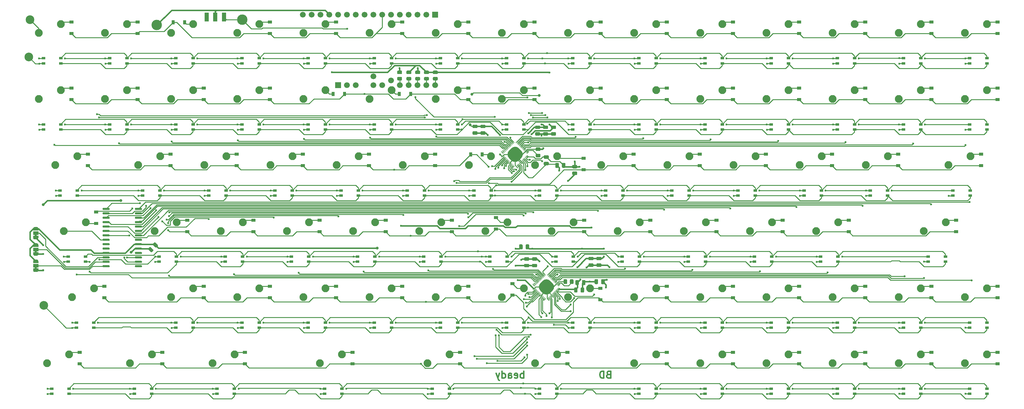
<source format=gbr>
%TF.GenerationSoftware,KiCad,Pcbnew,(5.1.10)-1*%
%TF.CreationDate,2021-11-24T07:07:12-05:00*%
%TF.ProjectId,bdpcb,62647063-622e-46b6-9963-61645f706362,rev?*%
%TF.SameCoordinates,Original*%
%TF.FileFunction,Copper,L2,Bot*%
%TF.FilePolarity,Positive*%
%FSLAX46Y46*%
G04 Gerber Fmt 4.6, Leading zero omitted, Abs format (unit mm)*
G04 Created by KiCad (PCBNEW (5.1.10)-1) date 2021-11-24 07:07:12*
%MOMM*%
%LPD*%
G01*
G04 APERTURE LIST*
%TA.AperFunction,NonConductor*%
%ADD10C,0.400000*%
%TD*%
%TA.AperFunction,EtchedComponent*%
%ADD11C,0.100000*%
%TD*%
%TA.AperFunction,SMDPad,CuDef*%
%ADD12R,1.000000X0.700000*%
%TD*%
%TA.AperFunction,ComponentPad*%
%ADD13C,1.676400*%
%TD*%
%TA.AperFunction,ComponentPad*%
%ADD14R,1.676400X1.676400*%
%TD*%
%TA.AperFunction,ComponentPad*%
%ADD15C,2.250000*%
%TD*%
%TA.AperFunction,SMDPad,CuDef*%
%ADD16C,2.500000*%
%TD*%
%TA.AperFunction,ComponentPad*%
%ADD17C,3.000000*%
%TD*%
%TA.AperFunction,SMDPad,CuDef*%
%ADD18R,1.250000X2.500000*%
%TD*%
%TA.AperFunction,SMDPad,CuDef*%
%ADD19C,0.100000*%
%TD*%
%TA.AperFunction,SMDPad,CuDef*%
%ADD20R,1.500000X1.000000*%
%TD*%
%TA.AperFunction,SMDPad,CuDef*%
%ADD21R,1.200000X0.900000*%
%TD*%
%TA.AperFunction,SMDPad,CuDef*%
%ADD22R,0.900000X1.200000*%
%TD*%
%TA.AperFunction,ViaPad*%
%ADD23C,0.600000*%
%TD*%
%TA.AperFunction,ViaPad*%
%ADD24C,0.800000*%
%TD*%
%TA.AperFunction,Conductor*%
%ADD25C,0.381000*%
%TD*%
%TA.AperFunction,Conductor*%
%ADD26C,0.250000*%
%TD*%
G04 APERTURE END LIST*
D10*
X161146642Y-122380261D02*
X161146642Y-120380261D01*
X161146642Y-121142166D02*
X160956166Y-121046928D01*
X160575214Y-121046928D01*
X160384738Y-121142166D01*
X160289500Y-121237404D01*
X160194261Y-121427880D01*
X160194261Y-121999309D01*
X160289500Y-122189785D01*
X160384738Y-122285023D01*
X160575214Y-122380261D01*
X160956166Y-122380261D01*
X161146642Y-122285023D01*
X158575214Y-122285023D02*
X158765690Y-122380261D01*
X159146642Y-122380261D01*
X159337119Y-122285023D01*
X159432357Y-122094547D01*
X159432357Y-121332642D01*
X159337119Y-121142166D01*
X159146642Y-121046928D01*
X158765690Y-121046928D01*
X158575214Y-121142166D01*
X158479976Y-121332642D01*
X158479976Y-121523119D01*
X159432357Y-121713595D01*
X156765690Y-122380261D02*
X156765690Y-121332642D01*
X156860928Y-121142166D01*
X157051404Y-121046928D01*
X157432357Y-121046928D01*
X157622833Y-121142166D01*
X156765690Y-122285023D02*
X156956166Y-122380261D01*
X157432357Y-122380261D01*
X157622833Y-122285023D01*
X157718071Y-122094547D01*
X157718071Y-121904071D01*
X157622833Y-121713595D01*
X157432357Y-121618357D01*
X156956166Y-121618357D01*
X156765690Y-121523119D01*
X154956166Y-122380261D02*
X154956166Y-120380261D01*
X154956166Y-122285023D02*
X155146642Y-122380261D01*
X155527595Y-122380261D01*
X155718071Y-122285023D01*
X155813309Y-122189785D01*
X155908547Y-121999309D01*
X155908547Y-121427880D01*
X155813309Y-121237404D01*
X155718071Y-121142166D01*
X155527595Y-121046928D01*
X155146642Y-121046928D01*
X154956166Y-121142166D01*
X154194261Y-121046928D02*
X153718071Y-122380261D01*
X153241880Y-121046928D02*
X153718071Y-122380261D01*
X153908547Y-122856452D01*
X154003785Y-122951690D01*
X154194261Y-123046928D01*
X185578452Y-121332642D02*
X185292738Y-121427880D01*
X185197500Y-121523119D01*
X185102261Y-121713595D01*
X185102261Y-121999309D01*
X185197500Y-122189785D01*
X185292738Y-122285023D01*
X185483214Y-122380261D01*
X186245119Y-122380261D01*
X186245119Y-120380261D01*
X185578452Y-120380261D01*
X185387976Y-120475500D01*
X185292738Y-120570738D01*
X185197500Y-120761214D01*
X185197500Y-120951690D01*
X185292738Y-121142166D01*
X185387976Y-121237404D01*
X185578452Y-121332642D01*
X186245119Y-121332642D01*
X184245119Y-122380261D02*
X184245119Y-120380261D01*
X183768928Y-120380261D01*
X183483214Y-120475500D01*
X183292738Y-120665976D01*
X183197500Y-120856452D01*
X183102261Y-121237404D01*
X183102261Y-121523119D01*
X183197500Y-121904071D01*
X183292738Y-122094547D01*
X183483214Y-122285023D01*
X183768928Y-122380261D01*
X184245119Y-122380261D01*
D11*
%TO.C,JP3*%
G36*
X21001000Y-90943000D02*
G01*
X21001000Y-90443000D01*
X20401000Y-90443000D01*
X20401000Y-90943000D01*
X21001000Y-90943000D01*
G37*
%TO.C,JP2*%
G36*
X21001000Y-86244000D02*
G01*
X21001000Y-85744000D01*
X20401000Y-85744000D01*
X20401000Y-86244000D01*
X21001000Y-86244000D01*
G37*
%TO.C,JP1*%
G36*
X21001000Y-81545000D02*
G01*
X21001000Y-81045000D01*
X20401000Y-81045000D01*
X20401000Y-81545000D01*
X21001000Y-81545000D01*
G37*
%TD*%
%TO.P,U3,49*%
%TO.N,GND*%
%TA.AperFunction,ComponentPad*%
G36*
G01*
X157689340Y-59679767D02*
X156982233Y-58972660D01*
G75*
G02*
X156982233Y-56851340I1060660J1060660D01*
G01*
X157689340Y-56144233D01*
G75*
G02*
X159810660Y-56144233I1060660J-1060660D01*
G01*
X160517767Y-56851340D01*
G75*
G02*
X160517767Y-58972660I-1060660J-1060660D01*
G01*
X159810660Y-59679767D01*
G75*
G02*
X157689340Y-59679767I-1060660J1060660D01*
G01*
G37*
%TD.AperFunction*%
%TO.P,U3,48*%
%TA.AperFunction,SMDPad,CuDef*%
G36*
G01*
X159474785Y-61889475D02*
X158944455Y-61359145D01*
G75*
G02*
X158944455Y-61288435I35355J35355D01*
G01*
X159015165Y-61217725D01*
G75*
G02*
X159085875Y-61217725I35355J-35355D01*
G01*
X159616205Y-61748055D01*
G75*
G02*
X159616205Y-61818765I-35355J-35355D01*
G01*
X159545495Y-61889475D01*
G75*
G02*
X159474785Y-61889475I-35355J35355D01*
G01*
G37*
%TD.AperFunction*%
%TO.P,U3,47*%
%TO.N,IICRST*%
%TA.AperFunction,SMDPad,CuDef*%
G36*
G01*
X159757628Y-61606632D02*
X159227298Y-61076302D01*
G75*
G02*
X159227298Y-61005592I35355J35355D01*
G01*
X159298008Y-60934882D01*
G75*
G02*
X159368718Y-60934882I35355J-35355D01*
G01*
X159899048Y-61465212D01*
G75*
G02*
X159899048Y-61535922I-35355J-35355D01*
G01*
X159828338Y-61606632D01*
G75*
G02*
X159757628Y-61606632I-35355J35355D01*
G01*
G37*
%TD.AperFunction*%
%TO.P,U3,46*%
%TO.N,SDB*%
%TA.AperFunction,SMDPad,CuDef*%
G36*
G01*
X160040471Y-61323789D02*
X159510141Y-60793459D01*
G75*
G02*
X159510141Y-60722749I35355J35355D01*
G01*
X159580851Y-60652039D01*
G75*
G02*
X159651561Y-60652039I35355J-35355D01*
G01*
X160181891Y-61182369D01*
G75*
G02*
X160181891Y-61253079I-35355J-35355D01*
G01*
X160111181Y-61323789D01*
G75*
G02*
X160040471Y-61323789I-35355J35355D01*
G01*
G37*
%TD.AperFunction*%
%TO.P,U3,45*%
%TO.N,INTB*%
%TA.AperFunction,SMDPad,CuDef*%
G36*
G01*
X160323313Y-61040947D02*
X159792983Y-60510617D01*
G75*
G02*
X159792983Y-60439907I35355J35355D01*
G01*
X159863693Y-60369197D01*
G75*
G02*
X159934403Y-60369197I35355J-35355D01*
G01*
X160464733Y-60899527D01*
G75*
G02*
X160464733Y-60970237I-35355J-35355D01*
G01*
X160394023Y-61040947D01*
G75*
G02*
X160323313Y-61040947I-35355J35355D01*
G01*
G37*
%TD.AperFunction*%
%TO.P,U3,44*%
%TO.N,GND*%
%TA.AperFunction,SMDPad,CuDef*%
G36*
G01*
X160606156Y-60758104D02*
X160075826Y-60227774D01*
G75*
G02*
X160075826Y-60157064I35355J35355D01*
G01*
X160146536Y-60086354D01*
G75*
G02*
X160217246Y-60086354I35355J-35355D01*
G01*
X160747576Y-60616684D01*
G75*
G02*
X160747576Y-60687394I-35355J-35355D01*
G01*
X160676866Y-60758104D01*
G75*
G02*
X160606156Y-60758104I-35355J35355D01*
G01*
G37*
%TD.AperFunction*%
%TO.P,U3,43*%
%TA.AperFunction,SMDPad,CuDef*%
G36*
G01*
X160888999Y-60475261D02*
X160358669Y-59944931D01*
G75*
G02*
X160358669Y-59874221I35355J35355D01*
G01*
X160429379Y-59803511D01*
G75*
G02*
X160500089Y-59803511I35355J-35355D01*
G01*
X161030419Y-60333841D01*
G75*
G02*
X161030419Y-60404551I-35355J-35355D01*
G01*
X160959709Y-60475261D01*
G75*
G02*
X160888999Y-60475261I-35355J35355D01*
G01*
G37*
%TD.AperFunction*%
%TO.P,U3,42*%
%TO.N,Net-(JP7-Pad2)*%
%TA.AperFunction,SMDPad,CuDef*%
G36*
G01*
X161171841Y-60192419D02*
X160641511Y-59662089D01*
G75*
G02*
X160641511Y-59591379I35355J35355D01*
G01*
X160712221Y-59520669D01*
G75*
G02*
X160782931Y-59520669I35355J-35355D01*
G01*
X161313261Y-60050999D01*
G75*
G02*
X161313261Y-60121709I-35355J-35355D01*
G01*
X161242551Y-60192419D01*
G75*
G02*
X161171841Y-60192419I-35355J35355D01*
G01*
G37*
%TD.AperFunction*%
%TO.P,U3,41*%
%TO.N,Net-(JP6-Pad2)*%
%TA.AperFunction,SMDPad,CuDef*%
G36*
G01*
X161454684Y-59909576D02*
X160924354Y-59379246D01*
G75*
G02*
X160924354Y-59308536I35355J35355D01*
G01*
X160995064Y-59237826D01*
G75*
G02*
X161065774Y-59237826I35355J-35355D01*
G01*
X161596104Y-59768156D01*
G75*
G02*
X161596104Y-59838866I-35355J-35355D01*
G01*
X161525394Y-59909576D01*
G75*
G02*
X161454684Y-59909576I-35355J35355D01*
G01*
G37*
%TD.AperFunction*%
%TO.P,U3,40*%
%TO.N,SYNC*%
%TA.AperFunction,SMDPad,CuDef*%
G36*
G01*
X161737527Y-59626733D02*
X161207197Y-59096403D01*
G75*
G02*
X161207197Y-59025693I35355J35355D01*
G01*
X161277907Y-58954983D01*
G75*
G02*
X161348617Y-58954983I35355J-35355D01*
G01*
X161878947Y-59485313D01*
G75*
G02*
X161878947Y-59556023I-35355J-35355D01*
G01*
X161808237Y-59626733D01*
G75*
G02*
X161737527Y-59626733I-35355J35355D01*
G01*
G37*
%TD.AperFunction*%
%TO.P,U3,39*%
%TO.N,Net-(JP5-Pad1)*%
%TA.AperFunction,SMDPad,CuDef*%
G36*
G01*
X162020369Y-59343891D02*
X161490039Y-58813561D01*
G75*
G02*
X161490039Y-58742851I35355J35355D01*
G01*
X161560749Y-58672141D01*
G75*
G02*
X161631459Y-58672141I35355J-35355D01*
G01*
X162161789Y-59202471D01*
G75*
G02*
X162161789Y-59273181I-35355J-35355D01*
G01*
X162091079Y-59343891D01*
G75*
G02*
X162020369Y-59343891I-35355J35355D01*
G01*
G37*
%TD.AperFunction*%
%TO.P,U3,38*%
%TO.N,Net-(C2-Pad1)*%
%TA.AperFunction,SMDPad,CuDef*%
G36*
G01*
X162303212Y-59061048D02*
X161772882Y-58530718D01*
G75*
G02*
X161772882Y-58460008I35355J35355D01*
G01*
X161843592Y-58389298D01*
G75*
G02*
X161914302Y-58389298I35355J-35355D01*
G01*
X162444632Y-58919628D01*
G75*
G02*
X162444632Y-58990338I-35355J-35355D01*
G01*
X162373922Y-59061048D01*
G75*
G02*
X162303212Y-59061048I-35355J35355D01*
G01*
G37*
%TD.AperFunction*%
%TO.P,U3,37*%
%TA.AperFunction,SMDPad,CuDef*%
G36*
G01*
X162586055Y-58778205D02*
X162055725Y-58247875D01*
G75*
G02*
X162055725Y-58177165I35355J35355D01*
G01*
X162126435Y-58106455D01*
G75*
G02*
X162197145Y-58106455I35355J-35355D01*
G01*
X162727475Y-58636785D01*
G75*
G02*
X162727475Y-58707495I-35355J-35355D01*
G01*
X162656765Y-58778205D01*
G75*
G02*
X162586055Y-58778205I-35355J35355D01*
G01*
G37*
%TD.AperFunction*%
%TO.P,U3,36*%
%TO.N,N/C*%
%TA.AperFunction,SMDPad,CuDef*%
G36*
G01*
X162126435Y-57717545D02*
X162055725Y-57646835D01*
G75*
G02*
X162055725Y-57576125I35355J35355D01*
G01*
X162586055Y-57045795D01*
G75*
G02*
X162656765Y-57045795I35355J-35355D01*
G01*
X162727475Y-57116505D01*
G75*
G02*
X162727475Y-57187215I-35355J-35355D01*
G01*
X162197145Y-57717545D01*
G75*
G02*
X162126435Y-57717545I-35355J35355D01*
G01*
G37*
%TD.AperFunction*%
%TO.P,U3,35*%
%TO.N,Net-(R6-Pad2)*%
%TA.AperFunction,SMDPad,CuDef*%
G36*
G01*
X161843592Y-57434702D02*
X161772882Y-57363992D01*
G75*
G02*
X161772882Y-57293282I35355J35355D01*
G01*
X162303212Y-56762952D01*
G75*
G02*
X162373922Y-56762952I35355J-35355D01*
G01*
X162444632Y-56833662D01*
G75*
G02*
X162444632Y-56904372I-35355J-35355D01*
G01*
X161914302Y-57434702D01*
G75*
G02*
X161843592Y-57434702I-35355J35355D01*
G01*
G37*
%TD.AperFunction*%
%TO.P,U3,34*%
%TO.N,GND*%
%TA.AperFunction,SMDPad,CuDef*%
G36*
G01*
X161560749Y-57151859D02*
X161490039Y-57081149D01*
G75*
G02*
X161490039Y-57010439I35355J35355D01*
G01*
X162020369Y-56480109D01*
G75*
G02*
X162091079Y-56480109I35355J-35355D01*
G01*
X162161789Y-56550819D01*
G75*
G02*
X162161789Y-56621529I-35355J-35355D01*
G01*
X161631459Y-57151859D01*
G75*
G02*
X161560749Y-57151859I-35355J35355D01*
G01*
G37*
%TD.AperFunction*%
%TO.P,U3,33*%
%TO.N,N/C*%
%TA.AperFunction,SMDPad,CuDef*%
G36*
G01*
X161277907Y-56869017D02*
X161207197Y-56798307D01*
G75*
G02*
X161207197Y-56727597I35355J35355D01*
G01*
X161737527Y-56197267D01*
G75*
G02*
X161808237Y-56197267I35355J-35355D01*
G01*
X161878947Y-56267977D01*
G75*
G02*
X161878947Y-56338687I-35355J-35355D01*
G01*
X161348617Y-56869017D01*
G75*
G02*
X161277907Y-56869017I-35355J35355D01*
G01*
G37*
%TD.AperFunction*%
%TO.P,U3,32*%
%TO.N,LA_15*%
%TA.AperFunction,SMDPad,CuDef*%
G36*
G01*
X160995064Y-56586174D02*
X160924354Y-56515464D01*
G75*
G02*
X160924354Y-56444754I35355J35355D01*
G01*
X161454684Y-55914424D01*
G75*
G02*
X161525394Y-55914424I35355J-35355D01*
G01*
X161596104Y-55985134D01*
G75*
G02*
X161596104Y-56055844I-35355J-35355D01*
G01*
X161065774Y-56586174D01*
G75*
G02*
X160995064Y-56586174I-35355J35355D01*
G01*
G37*
%TD.AperFunction*%
%TO.P,U3,31*%
%TO.N,LA_14*%
%TA.AperFunction,SMDPad,CuDef*%
G36*
G01*
X160712221Y-56303331D02*
X160641511Y-56232621D01*
G75*
G02*
X160641511Y-56161911I35355J35355D01*
G01*
X161171841Y-55631581D01*
G75*
G02*
X161242551Y-55631581I35355J-35355D01*
G01*
X161313261Y-55702291D01*
G75*
G02*
X161313261Y-55773001I-35355J-35355D01*
G01*
X160782931Y-56303331D01*
G75*
G02*
X160712221Y-56303331I-35355J35355D01*
G01*
G37*
%TD.AperFunction*%
%TO.P,U3,30*%
%TO.N,LA_13*%
%TA.AperFunction,SMDPad,CuDef*%
G36*
G01*
X160429379Y-56020489D02*
X160358669Y-55949779D01*
G75*
G02*
X160358669Y-55879069I35355J35355D01*
G01*
X160888999Y-55348739D01*
G75*
G02*
X160959709Y-55348739I35355J-35355D01*
G01*
X161030419Y-55419449D01*
G75*
G02*
X161030419Y-55490159I-35355J-35355D01*
G01*
X160500089Y-56020489D01*
G75*
G02*
X160429379Y-56020489I-35355J35355D01*
G01*
G37*
%TD.AperFunction*%
%TO.P,U3,29*%
%TO.N,Net-(C2-Pad1)*%
%TA.AperFunction,SMDPad,CuDef*%
G36*
G01*
X160146536Y-55737646D02*
X160075826Y-55666936D01*
G75*
G02*
X160075826Y-55596226I35355J35355D01*
G01*
X160606156Y-55065896D01*
G75*
G02*
X160676866Y-55065896I35355J-35355D01*
G01*
X160747576Y-55136606D01*
G75*
G02*
X160747576Y-55207316I-35355J-35355D01*
G01*
X160217246Y-55737646D01*
G75*
G02*
X160146536Y-55737646I-35355J35355D01*
G01*
G37*
%TD.AperFunction*%
%TO.P,U3,28*%
%TO.N,LA_12*%
%TA.AperFunction,SMDPad,CuDef*%
G36*
G01*
X159863693Y-55454803D02*
X159792983Y-55384093D01*
G75*
G02*
X159792983Y-55313383I35355J35355D01*
G01*
X160323313Y-54783053D01*
G75*
G02*
X160394023Y-54783053I35355J-35355D01*
G01*
X160464733Y-54853763D01*
G75*
G02*
X160464733Y-54924473I-35355J-35355D01*
G01*
X159934403Y-55454803D01*
G75*
G02*
X159863693Y-55454803I-35355J35355D01*
G01*
G37*
%TD.AperFunction*%
%TO.P,U3,27*%
%TO.N,LA_11*%
%TA.AperFunction,SMDPad,CuDef*%
G36*
G01*
X159580851Y-55171961D02*
X159510141Y-55101251D01*
G75*
G02*
X159510141Y-55030541I35355J35355D01*
G01*
X160040471Y-54500211D01*
G75*
G02*
X160111181Y-54500211I35355J-35355D01*
G01*
X160181891Y-54570921D01*
G75*
G02*
X160181891Y-54641631I-35355J-35355D01*
G01*
X159651561Y-55171961D01*
G75*
G02*
X159580851Y-55171961I-35355J35355D01*
G01*
G37*
%TD.AperFunction*%
%TO.P,U3,26*%
%TO.N,LA_10*%
%TA.AperFunction,SMDPad,CuDef*%
G36*
G01*
X159298008Y-54889118D02*
X159227298Y-54818408D01*
G75*
G02*
X159227298Y-54747698I35355J35355D01*
G01*
X159757628Y-54217368D01*
G75*
G02*
X159828338Y-54217368I35355J-35355D01*
G01*
X159899048Y-54288078D01*
G75*
G02*
X159899048Y-54358788I-35355J-35355D01*
G01*
X159368718Y-54889118D01*
G75*
G02*
X159298008Y-54889118I-35355J35355D01*
G01*
G37*
%TD.AperFunction*%
%TO.P,U3,25*%
%TO.N,LA_9*%
%TA.AperFunction,SMDPad,CuDef*%
G36*
G01*
X159015165Y-54606275D02*
X158944455Y-54535565D01*
G75*
G02*
X158944455Y-54464855I35355J35355D01*
G01*
X159474785Y-53934525D01*
G75*
G02*
X159545495Y-53934525I35355J-35355D01*
G01*
X159616205Y-54005235D01*
G75*
G02*
X159616205Y-54075945I-35355J-35355D01*
G01*
X159085875Y-54606275D01*
G75*
G02*
X159015165Y-54606275I-35355J35355D01*
G01*
G37*
%TD.AperFunction*%
%TO.P,U3,24*%
%TO.N,LA_8*%
%TA.AperFunction,SMDPad,CuDef*%
G36*
G01*
X158414125Y-54606275D02*
X157883795Y-54075945D01*
G75*
G02*
X157883795Y-54005235I35355J35355D01*
G01*
X157954505Y-53934525D01*
G75*
G02*
X158025215Y-53934525I35355J-35355D01*
G01*
X158555545Y-54464855D01*
G75*
G02*
X158555545Y-54535565I-35355J-35355D01*
G01*
X158484835Y-54606275D01*
G75*
G02*
X158414125Y-54606275I-35355J35355D01*
G01*
G37*
%TD.AperFunction*%
%TO.P,U3,23*%
%TO.N,LA_7*%
%TA.AperFunction,SMDPad,CuDef*%
G36*
G01*
X158131282Y-54889118D02*
X157600952Y-54358788D01*
G75*
G02*
X157600952Y-54288078I35355J35355D01*
G01*
X157671662Y-54217368D01*
G75*
G02*
X157742372Y-54217368I35355J-35355D01*
G01*
X158272702Y-54747698D01*
G75*
G02*
X158272702Y-54818408I-35355J-35355D01*
G01*
X158201992Y-54889118D01*
G75*
G02*
X158131282Y-54889118I-35355J35355D01*
G01*
G37*
%TD.AperFunction*%
%TO.P,U3,22*%
%TO.N,LA_6*%
%TA.AperFunction,SMDPad,CuDef*%
G36*
G01*
X157848439Y-55171961D02*
X157318109Y-54641631D01*
G75*
G02*
X157318109Y-54570921I35355J35355D01*
G01*
X157388819Y-54500211D01*
G75*
G02*
X157459529Y-54500211I35355J-35355D01*
G01*
X157989859Y-55030541D01*
G75*
G02*
X157989859Y-55101251I-35355J-35355D01*
G01*
X157919149Y-55171961D01*
G75*
G02*
X157848439Y-55171961I-35355J35355D01*
G01*
G37*
%TD.AperFunction*%
%TO.P,U3,21*%
%TO.N,LA_5*%
%TA.AperFunction,SMDPad,CuDef*%
G36*
G01*
X157565597Y-55454803D02*
X157035267Y-54924473D01*
G75*
G02*
X157035267Y-54853763I35355J35355D01*
G01*
X157105977Y-54783053D01*
G75*
G02*
X157176687Y-54783053I35355J-35355D01*
G01*
X157707017Y-55313383D01*
G75*
G02*
X157707017Y-55384093I-35355J-35355D01*
G01*
X157636307Y-55454803D01*
G75*
G02*
X157565597Y-55454803I-35355J35355D01*
G01*
G37*
%TD.AperFunction*%
%TO.P,U3,20*%
%TO.N,Net-(C2-Pad1)*%
%TA.AperFunction,SMDPad,CuDef*%
G36*
G01*
X157282754Y-55737646D02*
X156752424Y-55207316D01*
G75*
G02*
X156752424Y-55136606I35355J35355D01*
G01*
X156823134Y-55065896D01*
G75*
G02*
X156893844Y-55065896I35355J-35355D01*
G01*
X157424174Y-55596226D01*
G75*
G02*
X157424174Y-55666936I-35355J-35355D01*
G01*
X157353464Y-55737646D01*
G75*
G02*
X157282754Y-55737646I-35355J35355D01*
G01*
G37*
%TD.AperFunction*%
%TO.P,U3,19*%
%TO.N,LA_4*%
%TA.AperFunction,SMDPad,CuDef*%
G36*
G01*
X156999911Y-56020489D02*
X156469581Y-55490159D01*
G75*
G02*
X156469581Y-55419449I35355J35355D01*
G01*
X156540291Y-55348739D01*
G75*
G02*
X156611001Y-55348739I35355J-35355D01*
G01*
X157141331Y-55879069D01*
G75*
G02*
X157141331Y-55949779I-35355J-35355D01*
G01*
X157070621Y-56020489D01*
G75*
G02*
X156999911Y-56020489I-35355J35355D01*
G01*
G37*
%TD.AperFunction*%
%TO.P,U3,18*%
%TO.N,LA_3*%
%TA.AperFunction,SMDPad,CuDef*%
G36*
G01*
X156717069Y-56303331D02*
X156186739Y-55773001D01*
G75*
G02*
X156186739Y-55702291I35355J35355D01*
G01*
X156257449Y-55631581D01*
G75*
G02*
X156328159Y-55631581I35355J-35355D01*
G01*
X156858489Y-56161911D01*
G75*
G02*
X156858489Y-56232621I-35355J-35355D01*
G01*
X156787779Y-56303331D01*
G75*
G02*
X156717069Y-56303331I-35355J35355D01*
G01*
G37*
%TD.AperFunction*%
%TO.P,U3,17*%
%TO.N,LA_2*%
%TA.AperFunction,SMDPad,CuDef*%
G36*
G01*
X156434226Y-56586174D02*
X155903896Y-56055844D01*
G75*
G02*
X155903896Y-55985134I35355J35355D01*
G01*
X155974606Y-55914424D01*
G75*
G02*
X156045316Y-55914424I35355J-35355D01*
G01*
X156575646Y-56444754D01*
G75*
G02*
X156575646Y-56515464I-35355J-35355D01*
G01*
X156504936Y-56586174D01*
G75*
G02*
X156434226Y-56586174I-35355J35355D01*
G01*
G37*
%TD.AperFunction*%
%TO.P,U3,16*%
%TO.N,LA_1*%
%TA.AperFunction,SMDPad,CuDef*%
G36*
G01*
X156151383Y-56869017D02*
X155621053Y-56338687D01*
G75*
G02*
X155621053Y-56267977I35355J35355D01*
G01*
X155691763Y-56197267D01*
G75*
G02*
X155762473Y-56197267I35355J-35355D01*
G01*
X156292803Y-56727597D01*
G75*
G02*
X156292803Y-56798307I-35355J-35355D01*
G01*
X156222093Y-56869017D01*
G75*
G02*
X156151383Y-56869017I-35355J35355D01*
G01*
G37*
%TD.AperFunction*%
%TO.P,U3,15*%
%TO.N,N/C*%
%TA.AperFunction,SMDPad,CuDef*%
G36*
G01*
X155868541Y-57151859D02*
X155338211Y-56621529D01*
G75*
G02*
X155338211Y-56550819I35355J35355D01*
G01*
X155408921Y-56480109D01*
G75*
G02*
X155479631Y-56480109I35355J-35355D01*
G01*
X156009961Y-57010439D01*
G75*
G02*
X156009961Y-57081149I-35355J-35355D01*
G01*
X155939251Y-57151859D01*
G75*
G02*
X155868541Y-57151859I-35355J35355D01*
G01*
G37*
%TD.AperFunction*%
%TO.P,U3,14*%
%TA.AperFunction,SMDPad,CuDef*%
G36*
G01*
X155585698Y-57434702D02*
X155055368Y-56904372D01*
G75*
G02*
X155055368Y-56833662I35355J35355D01*
G01*
X155126078Y-56762952D01*
G75*
G02*
X155196788Y-56762952I35355J-35355D01*
G01*
X155727118Y-57293282D01*
G75*
G02*
X155727118Y-57363992I-35355J-35355D01*
G01*
X155656408Y-57434702D01*
G75*
G02*
X155585698Y-57434702I-35355J35355D01*
G01*
G37*
%TD.AperFunction*%
%TO.P,U3,13*%
%TA.AperFunction,SMDPad,CuDef*%
G36*
G01*
X155302855Y-57717545D02*
X154772525Y-57187215D01*
G75*
G02*
X154772525Y-57116505I35355J35355D01*
G01*
X154843235Y-57045795D01*
G75*
G02*
X154913945Y-57045795I35355J-35355D01*
G01*
X155444275Y-57576125D01*
G75*
G02*
X155444275Y-57646835I-35355J-35355D01*
G01*
X155373565Y-57717545D01*
G75*
G02*
X155302855Y-57717545I-35355J35355D01*
G01*
G37*
%TD.AperFunction*%
%TO.P,U3,12*%
%TO.N,GND*%
%TA.AperFunction,SMDPad,CuDef*%
G36*
G01*
X154843235Y-58778205D02*
X154772525Y-58707495D01*
G75*
G02*
X154772525Y-58636785I35355J35355D01*
G01*
X155302855Y-58106455D01*
G75*
G02*
X155373565Y-58106455I35355J-35355D01*
G01*
X155444275Y-58177165D01*
G75*
G02*
X155444275Y-58247875I-35355J-35355D01*
G01*
X154913945Y-58778205D01*
G75*
G02*
X154843235Y-58778205I-35355J35355D01*
G01*
G37*
%TD.AperFunction*%
%TO.P,U3,11*%
%TO.N,LA_I*%
%TA.AperFunction,SMDPad,CuDef*%
G36*
G01*
X155126078Y-59061048D02*
X155055368Y-58990338D01*
G75*
G02*
X155055368Y-58919628I35355J35355D01*
G01*
X155585698Y-58389298D01*
G75*
G02*
X155656408Y-58389298I35355J-35355D01*
G01*
X155727118Y-58460008D01*
G75*
G02*
X155727118Y-58530718I-35355J-35355D01*
G01*
X155196788Y-59061048D01*
G75*
G02*
X155126078Y-59061048I-35355J35355D01*
G01*
G37*
%TD.AperFunction*%
%TO.P,U3,10*%
%TO.N,LA_H*%
%TA.AperFunction,SMDPad,CuDef*%
G36*
G01*
X155408921Y-59343891D02*
X155338211Y-59273181D01*
G75*
G02*
X155338211Y-59202471I35355J35355D01*
G01*
X155868541Y-58672141D01*
G75*
G02*
X155939251Y-58672141I35355J-35355D01*
G01*
X156009961Y-58742851D01*
G75*
G02*
X156009961Y-58813561I-35355J-35355D01*
G01*
X155479631Y-59343891D01*
G75*
G02*
X155408921Y-59343891I-35355J35355D01*
G01*
G37*
%TD.AperFunction*%
%TO.P,U3,9*%
%TO.N,LA_G*%
%TA.AperFunction,SMDPad,CuDef*%
G36*
G01*
X155691763Y-59626733D02*
X155621053Y-59556023D01*
G75*
G02*
X155621053Y-59485313I35355J35355D01*
G01*
X156151383Y-58954983D01*
G75*
G02*
X156222093Y-58954983I35355J-35355D01*
G01*
X156292803Y-59025693D01*
G75*
G02*
X156292803Y-59096403I-35355J-35355D01*
G01*
X155762473Y-59626733D01*
G75*
G02*
X155691763Y-59626733I-35355J35355D01*
G01*
G37*
%TD.AperFunction*%
%TO.P,U3,8*%
%TO.N,LA_F*%
%TA.AperFunction,SMDPad,CuDef*%
G36*
G01*
X155974606Y-59909576D02*
X155903896Y-59838866D01*
G75*
G02*
X155903896Y-59768156I35355J35355D01*
G01*
X156434226Y-59237826D01*
G75*
G02*
X156504936Y-59237826I35355J-35355D01*
G01*
X156575646Y-59308536D01*
G75*
G02*
X156575646Y-59379246I-35355J-35355D01*
G01*
X156045316Y-59909576D01*
G75*
G02*
X155974606Y-59909576I-35355J35355D01*
G01*
G37*
%TD.AperFunction*%
%TO.P,U3,7*%
%TO.N,LA_E*%
%TA.AperFunction,SMDPad,CuDef*%
G36*
G01*
X156257449Y-60192419D02*
X156186739Y-60121709D01*
G75*
G02*
X156186739Y-60050999I35355J35355D01*
G01*
X156717069Y-59520669D01*
G75*
G02*
X156787779Y-59520669I35355J-35355D01*
G01*
X156858489Y-59591379D01*
G75*
G02*
X156858489Y-59662089I-35355J-35355D01*
G01*
X156328159Y-60192419D01*
G75*
G02*
X156257449Y-60192419I-35355J35355D01*
G01*
G37*
%TD.AperFunction*%
%TO.P,U3,6*%
%TO.N,LA_D*%
%TA.AperFunction,SMDPad,CuDef*%
G36*
G01*
X156540291Y-60475261D02*
X156469581Y-60404551D01*
G75*
G02*
X156469581Y-60333841I35355J35355D01*
G01*
X156999911Y-59803511D01*
G75*
G02*
X157070621Y-59803511I35355J-35355D01*
G01*
X157141331Y-59874221D01*
G75*
G02*
X157141331Y-59944931I-35355J-35355D01*
G01*
X156611001Y-60475261D01*
G75*
G02*
X156540291Y-60475261I-35355J35355D01*
G01*
G37*
%TD.AperFunction*%
%TO.P,U3,5*%
%TO.N,GND*%
%TA.AperFunction,SMDPad,CuDef*%
G36*
G01*
X156823134Y-60758104D02*
X156752424Y-60687394D01*
G75*
G02*
X156752424Y-60616684I35355J35355D01*
G01*
X157282754Y-60086354D01*
G75*
G02*
X157353464Y-60086354I35355J-35355D01*
G01*
X157424174Y-60157064D01*
G75*
G02*
X157424174Y-60227774I-35355J-35355D01*
G01*
X156893844Y-60758104D01*
G75*
G02*
X156823134Y-60758104I-35355J35355D01*
G01*
G37*
%TD.AperFunction*%
%TO.P,U3,4*%
%TO.N,LA_C*%
%TA.AperFunction,SMDPad,CuDef*%
G36*
G01*
X157105977Y-61040947D02*
X157035267Y-60970237D01*
G75*
G02*
X157035267Y-60899527I35355J35355D01*
G01*
X157565597Y-60369197D01*
G75*
G02*
X157636307Y-60369197I35355J-35355D01*
G01*
X157707017Y-60439907D01*
G75*
G02*
X157707017Y-60510617I-35355J-35355D01*
G01*
X157176687Y-61040947D01*
G75*
G02*
X157105977Y-61040947I-35355J35355D01*
G01*
G37*
%TD.AperFunction*%
%TO.P,U3,3*%
%TO.N,LA_B*%
%TA.AperFunction,SMDPad,CuDef*%
G36*
G01*
X157388819Y-61323789D02*
X157318109Y-61253079D01*
G75*
G02*
X157318109Y-61182369I35355J35355D01*
G01*
X157848439Y-60652039D01*
G75*
G02*
X157919149Y-60652039I35355J-35355D01*
G01*
X157989859Y-60722749D01*
G75*
G02*
X157989859Y-60793459I-35355J-35355D01*
G01*
X157459529Y-61323789D01*
G75*
G02*
X157388819Y-61323789I-35355J35355D01*
G01*
G37*
%TD.AperFunction*%
%TO.P,U3,2*%
%TO.N,LA_A*%
%TA.AperFunction,SMDPad,CuDef*%
G36*
G01*
X157671662Y-61606632D02*
X157600952Y-61535922D01*
G75*
G02*
X157600952Y-61465212I35355J35355D01*
G01*
X158131282Y-60934882D01*
G75*
G02*
X158201992Y-60934882I35355J-35355D01*
G01*
X158272702Y-61005592D01*
G75*
G02*
X158272702Y-61076302I-35355J-35355D01*
G01*
X157742372Y-61606632D01*
G75*
G02*
X157671662Y-61606632I-35355J35355D01*
G01*
G37*
%TD.AperFunction*%
%TO.P,U3,1*%
%TO.N,N/C*%
%TA.AperFunction,SMDPad,CuDef*%
G36*
G01*
X157954505Y-61889475D02*
X157883795Y-61818765D01*
G75*
G02*
X157883795Y-61748055I35355J35355D01*
G01*
X158414125Y-61217725D01*
G75*
G02*
X158484835Y-61217725I35355J-35355D01*
G01*
X158555545Y-61288435D01*
G75*
G02*
X158555545Y-61359145I-35355J-35355D01*
G01*
X158025215Y-61889475D01*
G75*
G02*
X157954505Y-61889475I-35355J35355D01*
G01*
G37*
%TD.AperFunction*%
%TD*%
%TO.P,U4,49*%
%TO.N,GND*%
%TA.AperFunction,ComponentPad*%
G36*
G01*
X166706340Y-97906767D02*
X165999233Y-97199660D01*
G75*
G02*
X165999233Y-95078340I1060660J1060660D01*
G01*
X166706340Y-94371233D01*
G75*
G02*
X168827660Y-94371233I1060660J-1060660D01*
G01*
X169534767Y-95078340D01*
G75*
G02*
X169534767Y-97199660I-1060660J-1060660D01*
G01*
X168827660Y-97906767D01*
G75*
G02*
X166706340Y-97906767I-1060660J1060660D01*
G01*
G37*
%TD.AperFunction*%
%TO.P,U4,48*%
%TA.AperFunction,SMDPad,CuDef*%
G36*
G01*
X168491785Y-100116475D02*
X167961455Y-99586145D01*
G75*
G02*
X167961455Y-99515435I35355J35355D01*
G01*
X168032165Y-99444725D01*
G75*
G02*
X168102875Y-99444725I35355J-35355D01*
G01*
X168633205Y-99975055D01*
G75*
G02*
X168633205Y-100045765I-35355J-35355D01*
G01*
X168562495Y-100116475D01*
G75*
G02*
X168491785Y-100116475I-35355J35355D01*
G01*
G37*
%TD.AperFunction*%
%TO.P,U4,47*%
%TO.N,IICRST*%
%TA.AperFunction,SMDPad,CuDef*%
G36*
G01*
X168774628Y-99833632D02*
X168244298Y-99303302D01*
G75*
G02*
X168244298Y-99232592I35355J35355D01*
G01*
X168315008Y-99161882D01*
G75*
G02*
X168385718Y-99161882I35355J-35355D01*
G01*
X168916048Y-99692212D01*
G75*
G02*
X168916048Y-99762922I-35355J-35355D01*
G01*
X168845338Y-99833632D01*
G75*
G02*
X168774628Y-99833632I-35355J35355D01*
G01*
G37*
%TD.AperFunction*%
%TO.P,U4,46*%
%TO.N,SDB*%
%TA.AperFunction,SMDPad,CuDef*%
G36*
G01*
X169057471Y-99550789D02*
X168527141Y-99020459D01*
G75*
G02*
X168527141Y-98949749I35355J35355D01*
G01*
X168597851Y-98879039D01*
G75*
G02*
X168668561Y-98879039I35355J-35355D01*
G01*
X169198891Y-99409369D01*
G75*
G02*
X169198891Y-99480079I-35355J-35355D01*
G01*
X169128181Y-99550789D01*
G75*
G02*
X169057471Y-99550789I-35355J35355D01*
G01*
G37*
%TD.AperFunction*%
%TO.P,U4,45*%
%TO.N,N/C*%
%TA.AperFunction,SMDPad,CuDef*%
G36*
G01*
X169340313Y-99267947D02*
X168809983Y-98737617D01*
G75*
G02*
X168809983Y-98666907I35355J35355D01*
G01*
X168880693Y-98596197D01*
G75*
G02*
X168951403Y-98596197I35355J-35355D01*
G01*
X169481733Y-99126527D01*
G75*
G02*
X169481733Y-99197237I-35355J-35355D01*
G01*
X169411023Y-99267947D01*
G75*
G02*
X169340313Y-99267947I-35355J35355D01*
G01*
G37*
%TD.AperFunction*%
%TO.P,U4,44*%
%TO.N,GND*%
%TA.AperFunction,SMDPad,CuDef*%
G36*
G01*
X169623156Y-98985104D02*
X169092826Y-98454774D01*
G75*
G02*
X169092826Y-98384064I35355J35355D01*
G01*
X169163536Y-98313354D01*
G75*
G02*
X169234246Y-98313354I35355J-35355D01*
G01*
X169764576Y-98843684D01*
G75*
G02*
X169764576Y-98914394I-35355J-35355D01*
G01*
X169693866Y-98985104D01*
G75*
G02*
X169623156Y-98985104I-35355J35355D01*
G01*
G37*
%TD.AperFunction*%
%TO.P,U4,43*%
%TO.N,+3V3*%
%TA.AperFunction,SMDPad,CuDef*%
G36*
G01*
X169905999Y-98702261D02*
X169375669Y-98171931D01*
G75*
G02*
X169375669Y-98101221I35355J35355D01*
G01*
X169446379Y-98030511D01*
G75*
G02*
X169517089Y-98030511I35355J-35355D01*
G01*
X170047419Y-98560841D01*
G75*
G02*
X170047419Y-98631551I-35355J-35355D01*
G01*
X169976709Y-98702261D01*
G75*
G02*
X169905999Y-98702261I-35355J35355D01*
G01*
G37*
%TD.AperFunction*%
%TO.P,U4,42*%
%TO.N,Net-(JP11-Pad2)*%
%TA.AperFunction,SMDPad,CuDef*%
G36*
G01*
X170188841Y-98419419D02*
X169658511Y-97889089D01*
G75*
G02*
X169658511Y-97818379I35355J35355D01*
G01*
X169729221Y-97747669D01*
G75*
G02*
X169799931Y-97747669I35355J-35355D01*
G01*
X170330261Y-98277999D01*
G75*
G02*
X170330261Y-98348709I-35355J-35355D01*
G01*
X170259551Y-98419419D01*
G75*
G02*
X170188841Y-98419419I-35355J35355D01*
G01*
G37*
%TD.AperFunction*%
%TO.P,U4,41*%
%TO.N,Net-(JP10-Pad2)*%
%TA.AperFunction,SMDPad,CuDef*%
G36*
G01*
X170471684Y-98136576D02*
X169941354Y-97606246D01*
G75*
G02*
X169941354Y-97535536I35355J35355D01*
G01*
X170012064Y-97464826D01*
G75*
G02*
X170082774Y-97464826I35355J-35355D01*
G01*
X170613104Y-97995156D01*
G75*
G02*
X170613104Y-98065866I-35355J-35355D01*
G01*
X170542394Y-98136576D01*
G75*
G02*
X170471684Y-98136576I-35355J35355D01*
G01*
G37*
%TD.AperFunction*%
%TO.P,U4,40*%
%TO.N,SYNC*%
%TA.AperFunction,SMDPad,CuDef*%
G36*
G01*
X170754527Y-97853733D02*
X170224197Y-97323403D01*
G75*
G02*
X170224197Y-97252693I35355J35355D01*
G01*
X170294907Y-97181983D01*
G75*
G02*
X170365617Y-97181983I35355J-35355D01*
G01*
X170895947Y-97712313D01*
G75*
G02*
X170895947Y-97783023I-35355J-35355D01*
G01*
X170825237Y-97853733D01*
G75*
G02*
X170754527Y-97853733I-35355J35355D01*
G01*
G37*
%TD.AperFunction*%
%TO.P,U4,39*%
%TO.N,Net-(JP9-Pad2)*%
%TA.AperFunction,SMDPad,CuDef*%
G36*
G01*
X171037369Y-97570891D02*
X170507039Y-97040561D01*
G75*
G02*
X170507039Y-96969851I35355J35355D01*
G01*
X170577749Y-96899141D01*
G75*
G02*
X170648459Y-96899141I35355J-35355D01*
G01*
X171178789Y-97429471D01*
G75*
G02*
X171178789Y-97500181I-35355J-35355D01*
G01*
X171108079Y-97570891D01*
G75*
G02*
X171037369Y-97570891I-35355J35355D01*
G01*
G37*
%TD.AperFunction*%
%TO.P,U4,38*%
%TO.N,Net-(C10-Pad1)*%
%TA.AperFunction,SMDPad,CuDef*%
G36*
G01*
X171320212Y-97288048D02*
X170789882Y-96757718D01*
G75*
G02*
X170789882Y-96687008I35355J35355D01*
G01*
X170860592Y-96616298D01*
G75*
G02*
X170931302Y-96616298I35355J-35355D01*
G01*
X171461632Y-97146628D01*
G75*
G02*
X171461632Y-97217338I-35355J-35355D01*
G01*
X171390922Y-97288048D01*
G75*
G02*
X171320212Y-97288048I-35355J35355D01*
G01*
G37*
%TD.AperFunction*%
%TO.P,U4,37*%
%TA.AperFunction,SMDPad,CuDef*%
G36*
G01*
X171603055Y-97005205D02*
X171072725Y-96474875D01*
G75*
G02*
X171072725Y-96404165I35355J35355D01*
G01*
X171143435Y-96333455D01*
G75*
G02*
X171214145Y-96333455I35355J-35355D01*
G01*
X171744475Y-96863785D01*
G75*
G02*
X171744475Y-96934495I-35355J-35355D01*
G01*
X171673765Y-97005205D01*
G75*
G02*
X171603055Y-97005205I-35355J35355D01*
G01*
G37*
%TD.AperFunction*%
%TO.P,U4,36*%
%TO.N,N/C*%
%TA.AperFunction,SMDPad,CuDef*%
G36*
G01*
X171143435Y-95944545D02*
X171072725Y-95873835D01*
G75*
G02*
X171072725Y-95803125I35355J35355D01*
G01*
X171603055Y-95272795D01*
G75*
G02*
X171673765Y-95272795I35355J-35355D01*
G01*
X171744475Y-95343505D01*
G75*
G02*
X171744475Y-95414215I-35355J-35355D01*
G01*
X171214145Y-95944545D01*
G75*
G02*
X171143435Y-95944545I-35355J35355D01*
G01*
G37*
%TD.AperFunction*%
%TO.P,U4,35*%
%TO.N,Net-(R7-Pad2)*%
%TA.AperFunction,SMDPad,CuDef*%
G36*
G01*
X170860592Y-95661702D02*
X170789882Y-95590992D01*
G75*
G02*
X170789882Y-95520282I35355J35355D01*
G01*
X171320212Y-94989952D01*
G75*
G02*
X171390922Y-94989952I35355J-35355D01*
G01*
X171461632Y-95060662D01*
G75*
G02*
X171461632Y-95131372I-35355J-35355D01*
G01*
X170931302Y-95661702D01*
G75*
G02*
X170860592Y-95661702I-35355J35355D01*
G01*
G37*
%TD.AperFunction*%
%TO.P,U4,34*%
%TO.N,GND*%
%TA.AperFunction,SMDPad,CuDef*%
G36*
G01*
X170577749Y-95378859D02*
X170507039Y-95308149D01*
G75*
G02*
X170507039Y-95237439I35355J35355D01*
G01*
X171037369Y-94707109D01*
G75*
G02*
X171108079Y-94707109I35355J-35355D01*
G01*
X171178789Y-94777819D01*
G75*
G02*
X171178789Y-94848529I-35355J-35355D01*
G01*
X170648459Y-95378859D01*
G75*
G02*
X170577749Y-95378859I-35355J35355D01*
G01*
G37*
%TD.AperFunction*%
%TO.P,U4,33*%
%TO.N,N/C*%
%TA.AperFunction,SMDPad,CuDef*%
G36*
G01*
X170294907Y-95096017D02*
X170224197Y-95025307D01*
G75*
G02*
X170224197Y-94954597I35355J35355D01*
G01*
X170754527Y-94424267D01*
G75*
G02*
X170825237Y-94424267I35355J-35355D01*
G01*
X170895947Y-94494977D01*
G75*
G02*
X170895947Y-94565687I-35355J-35355D01*
G01*
X170365617Y-95096017D01*
G75*
G02*
X170294907Y-95096017I-35355J35355D01*
G01*
G37*
%TD.AperFunction*%
%TO.P,U4,32*%
%TO.N,LB_15*%
%TA.AperFunction,SMDPad,CuDef*%
G36*
G01*
X170012064Y-94813174D02*
X169941354Y-94742464D01*
G75*
G02*
X169941354Y-94671754I35355J35355D01*
G01*
X170471684Y-94141424D01*
G75*
G02*
X170542394Y-94141424I35355J-35355D01*
G01*
X170613104Y-94212134D01*
G75*
G02*
X170613104Y-94282844I-35355J-35355D01*
G01*
X170082774Y-94813174D01*
G75*
G02*
X170012064Y-94813174I-35355J35355D01*
G01*
G37*
%TD.AperFunction*%
%TO.P,U4,31*%
%TO.N,LB_14*%
%TA.AperFunction,SMDPad,CuDef*%
G36*
G01*
X169729221Y-94530331D02*
X169658511Y-94459621D01*
G75*
G02*
X169658511Y-94388911I35355J35355D01*
G01*
X170188841Y-93858581D01*
G75*
G02*
X170259551Y-93858581I35355J-35355D01*
G01*
X170330261Y-93929291D01*
G75*
G02*
X170330261Y-94000001I-35355J-35355D01*
G01*
X169799931Y-94530331D01*
G75*
G02*
X169729221Y-94530331I-35355J35355D01*
G01*
G37*
%TD.AperFunction*%
%TO.P,U4,30*%
%TO.N,LB_13*%
%TA.AperFunction,SMDPad,CuDef*%
G36*
G01*
X169446379Y-94247489D02*
X169375669Y-94176779D01*
G75*
G02*
X169375669Y-94106069I35355J35355D01*
G01*
X169905999Y-93575739D01*
G75*
G02*
X169976709Y-93575739I35355J-35355D01*
G01*
X170047419Y-93646449D01*
G75*
G02*
X170047419Y-93717159I-35355J-35355D01*
G01*
X169517089Y-94247489D01*
G75*
G02*
X169446379Y-94247489I-35355J35355D01*
G01*
G37*
%TD.AperFunction*%
%TO.P,U4,29*%
%TO.N,Net-(C10-Pad1)*%
%TA.AperFunction,SMDPad,CuDef*%
G36*
G01*
X169163536Y-93964646D02*
X169092826Y-93893936D01*
G75*
G02*
X169092826Y-93823226I35355J35355D01*
G01*
X169623156Y-93292896D01*
G75*
G02*
X169693866Y-93292896I35355J-35355D01*
G01*
X169764576Y-93363606D01*
G75*
G02*
X169764576Y-93434316I-35355J-35355D01*
G01*
X169234246Y-93964646D01*
G75*
G02*
X169163536Y-93964646I-35355J35355D01*
G01*
G37*
%TD.AperFunction*%
%TO.P,U4,28*%
%TO.N,LB_12*%
%TA.AperFunction,SMDPad,CuDef*%
G36*
G01*
X168880693Y-93681803D02*
X168809983Y-93611093D01*
G75*
G02*
X168809983Y-93540383I35355J35355D01*
G01*
X169340313Y-93010053D01*
G75*
G02*
X169411023Y-93010053I35355J-35355D01*
G01*
X169481733Y-93080763D01*
G75*
G02*
X169481733Y-93151473I-35355J-35355D01*
G01*
X168951403Y-93681803D01*
G75*
G02*
X168880693Y-93681803I-35355J35355D01*
G01*
G37*
%TD.AperFunction*%
%TO.P,U4,27*%
%TO.N,LB_11*%
%TA.AperFunction,SMDPad,CuDef*%
G36*
G01*
X168597851Y-93398961D02*
X168527141Y-93328251D01*
G75*
G02*
X168527141Y-93257541I35355J35355D01*
G01*
X169057471Y-92727211D01*
G75*
G02*
X169128181Y-92727211I35355J-35355D01*
G01*
X169198891Y-92797921D01*
G75*
G02*
X169198891Y-92868631I-35355J-35355D01*
G01*
X168668561Y-93398961D01*
G75*
G02*
X168597851Y-93398961I-35355J35355D01*
G01*
G37*
%TD.AperFunction*%
%TO.P,U4,26*%
%TO.N,LB_10*%
%TA.AperFunction,SMDPad,CuDef*%
G36*
G01*
X168315008Y-93116118D02*
X168244298Y-93045408D01*
G75*
G02*
X168244298Y-92974698I35355J35355D01*
G01*
X168774628Y-92444368D01*
G75*
G02*
X168845338Y-92444368I35355J-35355D01*
G01*
X168916048Y-92515078D01*
G75*
G02*
X168916048Y-92585788I-35355J-35355D01*
G01*
X168385718Y-93116118D01*
G75*
G02*
X168315008Y-93116118I-35355J35355D01*
G01*
G37*
%TD.AperFunction*%
%TO.P,U4,25*%
%TO.N,LB_9*%
%TA.AperFunction,SMDPad,CuDef*%
G36*
G01*
X168032165Y-92833275D02*
X167961455Y-92762565D01*
G75*
G02*
X167961455Y-92691855I35355J35355D01*
G01*
X168491785Y-92161525D01*
G75*
G02*
X168562495Y-92161525I35355J-35355D01*
G01*
X168633205Y-92232235D01*
G75*
G02*
X168633205Y-92302945I-35355J-35355D01*
G01*
X168102875Y-92833275D01*
G75*
G02*
X168032165Y-92833275I-35355J35355D01*
G01*
G37*
%TD.AperFunction*%
%TO.P,U4,24*%
%TO.N,LB_8*%
%TA.AperFunction,SMDPad,CuDef*%
G36*
G01*
X167431125Y-92833275D02*
X166900795Y-92302945D01*
G75*
G02*
X166900795Y-92232235I35355J35355D01*
G01*
X166971505Y-92161525D01*
G75*
G02*
X167042215Y-92161525I35355J-35355D01*
G01*
X167572545Y-92691855D01*
G75*
G02*
X167572545Y-92762565I-35355J-35355D01*
G01*
X167501835Y-92833275D01*
G75*
G02*
X167431125Y-92833275I-35355J35355D01*
G01*
G37*
%TD.AperFunction*%
%TO.P,U4,23*%
%TO.N,LB_7*%
%TA.AperFunction,SMDPad,CuDef*%
G36*
G01*
X167148282Y-93116118D02*
X166617952Y-92585788D01*
G75*
G02*
X166617952Y-92515078I35355J35355D01*
G01*
X166688662Y-92444368D01*
G75*
G02*
X166759372Y-92444368I35355J-35355D01*
G01*
X167289702Y-92974698D01*
G75*
G02*
X167289702Y-93045408I-35355J-35355D01*
G01*
X167218992Y-93116118D01*
G75*
G02*
X167148282Y-93116118I-35355J35355D01*
G01*
G37*
%TD.AperFunction*%
%TO.P,U4,22*%
%TO.N,LB_6*%
%TA.AperFunction,SMDPad,CuDef*%
G36*
G01*
X166865439Y-93398961D02*
X166335109Y-92868631D01*
G75*
G02*
X166335109Y-92797921I35355J35355D01*
G01*
X166405819Y-92727211D01*
G75*
G02*
X166476529Y-92727211I35355J-35355D01*
G01*
X167006859Y-93257541D01*
G75*
G02*
X167006859Y-93328251I-35355J-35355D01*
G01*
X166936149Y-93398961D01*
G75*
G02*
X166865439Y-93398961I-35355J35355D01*
G01*
G37*
%TD.AperFunction*%
%TO.P,U4,21*%
%TO.N,LB_5*%
%TA.AperFunction,SMDPad,CuDef*%
G36*
G01*
X166582597Y-93681803D02*
X166052267Y-93151473D01*
G75*
G02*
X166052267Y-93080763I35355J35355D01*
G01*
X166122977Y-93010053D01*
G75*
G02*
X166193687Y-93010053I35355J-35355D01*
G01*
X166724017Y-93540383D01*
G75*
G02*
X166724017Y-93611093I-35355J-35355D01*
G01*
X166653307Y-93681803D01*
G75*
G02*
X166582597Y-93681803I-35355J35355D01*
G01*
G37*
%TD.AperFunction*%
%TO.P,U4,20*%
%TO.N,Net-(C10-Pad1)*%
%TA.AperFunction,SMDPad,CuDef*%
G36*
G01*
X166299754Y-93964646D02*
X165769424Y-93434316D01*
G75*
G02*
X165769424Y-93363606I35355J35355D01*
G01*
X165840134Y-93292896D01*
G75*
G02*
X165910844Y-93292896I35355J-35355D01*
G01*
X166441174Y-93823226D01*
G75*
G02*
X166441174Y-93893936I-35355J-35355D01*
G01*
X166370464Y-93964646D01*
G75*
G02*
X166299754Y-93964646I-35355J35355D01*
G01*
G37*
%TD.AperFunction*%
%TO.P,U4,19*%
%TO.N,LB_4*%
%TA.AperFunction,SMDPad,CuDef*%
G36*
G01*
X166016911Y-94247489D02*
X165486581Y-93717159D01*
G75*
G02*
X165486581Y-93646449I35355J35355D01*
G01*
X165557291Y-93575739D01*
G75*
G02*
X165628001Y-93575739I35355J-35355D01*
G01*
X166158331Y-94106069D01*
G75*
G02*
X166158331Y-94176779I-35355J-35355D01*
G01*
X166087621Y-94247489D01*
G75*
G02*
X166016911Y-94247489I-35355J35355D01*
G01*
G37*
%TD.AperFunction*%
%TO.P,U4,18*%
%TO.N,LB_3*%
%TA.AperFunction,SMDPad,CuDef*%
G36*
G01*
X165734069Y-94530331D02*
X165203739Y-94000001D01*
G75*
G02*
X165203739Y-93929291I35355J35355D01*
G01*
X165274449Y-93858581D01*
G75*
G02*
X165345159Y-93858581I35355J-35355D01*
G01*
X165875489Y-94388911D01*
G75*
G02*
X165875489Y-94459621I-35355J-35355D01*
G01*
X165804779Y-94530331D01*
G75*
G02*
X165734069Y-94530331I-35355J35355D01*
G01*
G37*
%TD.AperFunction*%
%TO.P,U4,17*%
%TO.N,LB_2*%
%TA.AperFunction,SMDPad,CuDef*%
G36*
G01*
X165451226Y-94813174D02*
X164920896Y-94282844D01*
G75*
G02*
X164920896Y-94212134I35355J35355D01*
G01*
X164991606Y-94141424D01*
G75*
G02*
X165062316Y-94141424I35355J-35355D01*
G01*
X165592646Y-94671754D01*
G75*
G02*
X165592646Y-94742464I-35355J-35355D01*
G01*
X165521936Y-94813174D01*
G75*
G02*
X165451226Y-94813174I-35355J35355D01*
G01*
G37*
%TD.AperFunction*%
%TO.P,U4,16*%
%TO.N,LB_1*%
%TA.AperFunction,SMDPad,CuDef*%
G36*
G01*
X165168383Y-95096017D02*
X164638053Y-94565687D01*
G75*
G02*
X164638053Y-94494977I35355J35355D01*
G01*
X164708763Y-94424267D01*
G75*
G02*
X164779473Y-94424267I35355J-35355D01*
G01*
X165309803Y-94954597D01*
G75*
G02*
X165309803Y-95025307I-35355J-35355D01*
G01*
X165239093Y-95096017D01*
G75*
G02*
X165168383Y-95096017I-35355J35355D01*
G01*
G37*
%TD.AperFunction*%
%TO.P,U4,15*%
%TO.N,N/C*%
%TA.AperFunction,SMDPad,CuDef*%
G36*
G01*
X164885541Y-95378859D02*
X164355211Y-94848529D01*
G75*
G02*
X164355211Y-94777819I35355J35355D01*
G01*
X164425921Y-94707109D01*
G75*
G02*
X164496631Y-94707109I35355J-35355D01*
G01*
X165026961Y-95237439D01*
G75*
G02*
X165026961Y-95308149I-35355J-35355D01*
G01*
X164956251Y-95378859D01*
G75*
G02*
X164885541Y-95378859I-35355J35355D01*
G01*
G37*
%TD.AperFunction*%
%TO.P,U4,14*%
%TA.AperFunction,SMDPad,CuDef*%
G36*
G01*
X164602698Y-95661702D02*
X164072368Y-95131372D01*
G75*
G02*
X164072368Y-95060662I35355J35355D01*
G01*
X164143078Y-94989952D01*
G75*
G02*
X164213788Y-94989952I35355J-35355D01*
G01*
X164744118Y-95520282D01*
G75*
G02*
X164744118Y-95590992I-35355J-35355D01*
G01*
X164673408Y-95661702D01*
G75*
G02*
X164602698Y-95661702I-35355J35355D01*
G01*
G37*
%TD.AperFunction*%
%TO.P,U4,13*%
%TA.AperFunction,SMDPad,CuDef*%
G36*
G01*
X164319855Y-95944545D02*
X163789525Y-95414215D01*
G75*
G02*
X163789525Y-95343505I35355J35355D01*
G01*
X163860235Y-95272795D01*
G75*
G02*
X163930945Y-95272795I35355J-35355D01*
G01*
X164461275Y-95803125D01*
G75*
G02*
X164461275Y-95873835I-35355J-35355D01*
G01*
X164390565Y-95944545D01*
G75*
G02*
X164319855Y-95944545I-35355J35355D01*
G01*
G37*
%TD.AperFunction*%
%TO.P,U4,12*%
%TO.N,GND*%
%TA.AperFunction,SMDPad,CuDef*%
G36*
G01*
X163860235Y-97005205D02*
X163789525Y-96934495D01*
G75*
G02*
X163789525Y-96863785I35355J35355D01*
G01*
X164319855Y-96333455D01*
G75*
G02*
X164390565Y-96333455I35355J-35355D01*
G01*
X164461275Y-96404165D01*
G75*
G02*
X164461275Y-96474875I-35355J-35355D01*
G01*
X163930945Y-97005205D01*
G75*
G02*
X163860235Y-97005205I-35355J35355D01*
G01*
G37*
%TD.AperFunction*%
%TO.P,U4,11*%
%TO.N,LB_I*%
%TA.AperFunction,SMDPad,CuDef*%
G36*
G01*
X164143078Y-97288048D02*
X164072368Y-97217338D01*
G75*
G02*
X164072368Y-97146628I35355J35355D01*
G01*
X164602698Y-96616298D01*
G75*
G02*
X164673408Y-96616298I35355J-35355D01*
G01*
X164744118Y-96687008D01*
G75*
G02*
X164744118Y-96757718I-35355J-35355D01*
G01*
X164213788Y-97288048D01*
G75*
G02*
X164143078Y-97288048I-35355J35355D01*
G01*
G37*
%TD.AperFunction*%
%TO.P,U4,10*%
%TO.N,LB_H*%
%TA.AperFunction,SMDPad,CuDef*%
G36*
G01*
X164425921Y-97570891D02*
X164355211Y-97500181D01*
G75*
G02*
X164355211Y-97429471I35355J35355D01*
G01*
X164885541Y-96899141D01*
G75*
G02*
X164956251Y-96899141I35355J-35355D01*
G01*
X165026961Y-96969851D01*
G75*
G02*
X165026961Y-97040561I-35355J-35355D01*
G01*
X164496631Y-97570891D01*
G75*
G02*
X164425921Y-97570891I-35355J35355D01*
G01*
G37*
%TD.AperFunction*%
%TO.P,U4,9*%
%TO.N,LB_G*%
%TA.AperFunction,SMDPad,CuDef*%
G36*
G01*
X164708763Y-97853733D02*
X164638053Y-97783023D01*
G75*
G02*
X164638053Y-97712313I35355J35355D01*
G01*
X165168383Y-97181983D01*
G75*
G02*
X165239093Y-97181983I35355J-35355D01*
G01*
X165309803Y-97252693D01*
G75*
G02*
X165309803Y-97323403I-35355J-35355D01*
G01*
X164779473Y-97853733D01*
G75*
G02*
X164708763Y-97853733I-35355J35355D01*
G01*
G37*
%TD.AperFunction*%
%TO.P,U4,8*%
%TO.N,LB_F*%
%TA.AperFunction,SMDPad,CuDef*%
G36*
G01*
X164991606Y-98136576D02*
X164920896Y-98065866D01*
G75*
G02*
X164920896Y-97995156I35355J35355D01*
G01*
X165451226Y-97464826D01*
G75*
G02*
X165521936Y-97464826I35355J-35355D01*
G01*
X165592646Y-97535536D01*
G75*
G02*
X165592646Y-97606246I-35355J-35355D01*
G01*
X165062316Y-98136576D01*
G75*
G02*
X164991606Y-98136576I-35355J35355D01*
G01*
G37*
%TD.AperFunction*%
%TO.P,U4,7*%
%TO.N,LB_E*%
%TA.AperFunction,SMDPad,CuDef*%
G36*
G01*
X165274449Y-98419419D02*
X165203739Y-98348709D01*
G75*
G02*
X165203739Y-98277999I35355J35355D01*
G01*
X165734069Y-97747669D01*
G75*
G02*
X165804779Y-97747669I35355J-35355D01*
G01*
X165875489Y-97818379D01*
G75*
G02*
X165875489Y-97889089I-35355J-35355D01*
G01*
X165345159Y-98419419D01*
G75*
G02*
X165274449Y-98419419I-35355J35355D01*
G01*
G37*
%TD.AperFunction*%
%TO.P,U4,6*%
%TO.N,LB_D*%
%TA.AperFunction,SMDPad,CuDef*%
G36*
G01*
X165557291Y-98702261D02*
X165486581Y-98631551D01*
G75*
G02*
X165486581Y-98560841I35355J35355D01*
G01*
X166016911Y-98030511D01*
G75*
G02*
X166087621Y-98030511I35355J-35355D01*
G01*
X166158331Y-98101221D01*
G75*
G02*
X166158331Y-98171931I-35355J-35355D01*
G01*
X165628001Y-98702261D01*
G75*
G02*
X165557291Y-98702261I-35355J35355D01*
G01*
G37*
%TD.AperFunction*%
%TO.P,U4,5*%
%TO.N,GND*%
%TA.AperFunction,SMDPad,CuDef*%
G36*
G01*
X165840134Y-98985104D02*
X165769424Y-98914394D01*
G75*
G02*
X165769424Y-98843684I35355J35355D01*
G01*
X166299754Y-98313354D01*
G75*
G02*
X166370464Y-98313354I35355J-35355D01*
G01*
X166441174Y-98384064D01*
G75*
G02*
X166441174Y-98454774I-35355J-35355D01*
G01*
X165910844Y-98985104D01*
G75*
G02*
X165840134Y-98985104I-35355J35355D01*
G01*
G37*
%TD.AperFunction*%
%TO.P,U4,4*%
%TO.N,LB_C*%
%TA.AperFunction,SMDPad,CuDef*%
G36*
G01*
X166122977Y-99267947D02*
X166052267Y-99197237D01*
G75*
G02*
X166052267Y-99126527I35355J35355D01*
G01*
X166582597Y-98596197D01*
G75*
G02*
X166653307Y-98596197I35355J-35355D01*
G01*
X166724017Y-98666907D01*
G75*
G02*
X166724017Y-98737617I-35355J-35355D01*
G01*
X166193687Y-99267947D01*
G75*
G02*
X166122977Y-99267947I-35355J35355D01*
G01*
G37*
%TD.AperFunction*%
%TO.P,U4,3*%
%TO.N,LB_B*%
%TA.AperFunction,SMDPad,CuDef*%
G36*
G01*
X166405819Y-99550789D02*
X166335109Y-99480079D01*
G75*
G02*
X166335109Y-99409369I35355J35355D01*
G01*
X166865439Y-98879039D01*
G75*
G02*
X166936149Y-98879039I35355J-35355D01*
G01*
X167006859Y-98949749D01*
G75*
G02*
X167006859Y-99020459I-35355J-35355D01*
G01*
X166476529Y-99550789D01*
G75*
G02*
X166405819Y-99550789I-35355J35355D01*
G01*
G37*
%TD.AperFunction*%
%TO.P,U4,2*%
%TO.N,LB_A*%
%TA.AperFunction,SMDPad,CuDef*%
G36*
G01*
X166688662Y-99833632D02*
X166617952Y-99762922D01*
G75*
G02*
X166617952Y-99692212I35355J35355D01*
G01*
X167148282Y-99161882D01*
G75*
G02*
X167218992Y-99161882I35355J-35355D01*
G01*
X167289702Y-99232592D01*
G75*
G02*
X167289702Y-99303302I-35355J-35355D01*
G01*
X166759372Y-99833632D01*
G75*
G02*
X166688662Y-99833632I-35355J35355D01*
G01*
G37*
%TD.AperFunction*%
%TO.P,U4,1*%
%TO.N,N/C*%
%TA.AperFunction,SMDPad,CuDef*%
G36*
G01*
X166971505Y-100116475D02*
X166900795Y-100045765D01*
G75*
G02*
X166900795Y-99975055I35355J35355D01*
G01*
X167431125Y-99444725D01*
G75*
G02*
X167501835Y-99444725I35355J-35355D01*
G01*
X167572545Y-99515435D01*
G75*
G02*
X167572545Y-99586145I-35355J-35355D01*
G01*
X167042215Y-100116475D01*
G75*
G02*
X166971505Y-100116475I-35355J35355D01*
G01*
G37*
%TD.AperFunction*%
%TD*%
D12*
%TO.P,L15,2*%
%TO.N,LA_A*%
X294597500Y-30207810D03*
%TO.P,L15,3*%
%TO.N,LA_B*%
X294597500Y-31707810D03*
%TO.P,L15,1*%
%TO.N,LA_C*%
X289597500Y-30207810D03*
%TO.P,L15,COMMON_ANODE*%
%TO.N,LA_15*%
X289597500Y-31707810D03*
%TD*%
%TO.P,L1,2*%
%TO.N,LA_A*%
X27897500Y-30207810D03*
%TO.P,L1,3*%
%TO.N,LA_B*%
X27897500Y-31707810D03*
%TO.P,L1,1*%
%TO.N,LA_C*%
X22897500Y-30207810D03*
%TO.P,L1,COMMON_ANODE*%
%TO.N,LA_1*%
X22897500Y-31707810D03*
%TD*%
%TO.P,L83,2*%
%TO.N,LB_G*%
X294600000Y-125462610D03*
%TO.P,L83,3*%
%TO.N,LB_H*%
X294600000Y-126962610D03*
%TO.P,L83,1*%
%TO.N,LB_I*%
X289600000Y-125462610D03*
%TO.P,L83,COMMON_ANODE*%
%TO.N,LB_15*%
X289600000Y-126962610D03*
%TD*%
%TO.P,L82,2*%
%TO.N,LB_G*%
X275550000Y-125462610D03*
%TO.P,L82,3*%
%TO.N,LB_H*%
X275550000Y-126962610D03*
%TO.P,L82,1*%
%TO.N,LB_I*%
X270550000Y-125462610D03*
%TO.P,L82,COMMON_ANODE*%
%TO.N,LB_13*%
X270550000Y-126962610D03*
%TD*%
%TO.P,L81,2*%
%TO.N,LB_G*%
X256497500Y-125462610D03*
%TO.P,L81,3*%
%TO.N,LB_H*%
X256497500Y-126962610D03*
%TO.P,L81,1*%
%TO.N,LB_I*%
X251497500Y-125462610D03*
%TO.P,L81,COMMON_ANODE*%
%TO.N,LB_12*%
X251497500Y-126962610D03*
%TD*%
%TO.P,L80,2*%
%TO.N,LB_G*%
X237450000Y-125462610D03*
%TO.P,L80,3*%
%TO.N,LB_H*%
X237450000Y-126962610D03*
%TO.P,L80,1*%
%TO.N,LB_I*%
X232450000Y-125462610D03*
%TO.P,L80,COMMON_ANODE*%
%TO.N,LB_11*%
X232450000Y-126962610D03*
%TD*%
%TO.P,L79,2*%
%TO.N,LB_G*%
X218397500Y-125462610D03*
%TO.P,L79,3*%
%TO.N,LB_H*%
X218397500Y-126962610D03*
%TO.P,L79,1*%
%TO.N,LB_I*%
X213397500Y-125462610D03*
%TO.P,L79,COMMON_ANODE*%
%TO.N,LB_10*%
X213397500Y-126962610D03*
%TD*%
%TO.P,L78,2*%
%TO.N,LB_G*%
X199350000Y-125462610D03*
%TO.P,L78,3*%
%TO.N,LB_H*%
X199350000Y-126962610D03*
%TO.P,L78,1*%
%TO.N,LB_I*%
X194350000Y-125462610D03*
%TO.P,L78,COMMON_ANODE*%
%TO.N,LB_9*%
X194350000Y-126962610D03*
%TD*%
%TO.P,L77,2*%
%TO.N,LB_G*%
X170772500Y-125462610D03*
%TO.P,L77,3*%
%TO.N,LB_H*%
X170772500Y-126962610D03*
%TO.P,L77,1*%
%TO.N,LB_I*%
X165772500Y-125462610D03*
%TO.P,L77,COMMON_ANODE*%
%TO.N,LB_8*%
X165772500Y-126962610D03*
%TD*%
%TO.P,L76,2*%
%TO.N,LB_G*%
X139818750Y-125462610D03*
%TO.P,L76,3*%
%TO.N,LB_H*%
X139818750Y-126962610D03*
%TO.P,L76,1*%
%TO.N,LB_I*%
X134818750Y-125462610D03*
%TO.P,L76,COMMON_ANODE*%
%TO.N,LB_6*%
X134818750Y-126962610D03*
%TD*%
%TO.P,L75,2*%
%TO.N,LB_G*%
X108862500Y-125462610D03*
%TO.P,L75,3*%
%TO.N,LB_H*%
X108862500Y-126962610D03*
%TO.P,L75,1*%
%TO.N,LB_I*%
X103862500Y-125462610D03*
%TO.P,L75,COMMON_ANODE*%
%TO.N,LB_4*%
X103862500Y-126962610D03*
%TD*%
%TO.P,L74,2*%
%TO.N,LB_G*%
X77906250Y-125462610D03*
%TO.P,L74,3*%
%TO.N,LB_H*%
X77906250Y-126962610D03*
%TO.P,L74,1*%
%TO.N,LB_I*%
X72906250Y-125462610D03*
%TO.P,L74,COMMON_ANODE*%
%TO.N,LB_3*%
X72906250Y-126962610D03*
%TD*%
%TO.P,L73,2*%
%TO.N,LB_G*%
X54093750Y-125462610D03*
%TO.P,L73,3*%
%TO.N,LB_H*%
X54093750Y-126962610D03*
%TO.P,L73,1*%
%TO.N,LB_I*%
X49093750Y-125462610D03*
%TO.P,L73,COMMON_ANODE*%
%TO.N,LB_2*%
X49093750Y-126962610D03*
%TD*%
%TO.P,L72,2*%
%TO.N,LB_G*%
X30278750Y-125462610D03*
%TO.P,L72,3*%
%TO.N,LB_H*%
X30278750Y-126962610D03*
%TO.P,L72,1*%
%TO.N,LB_I*%
X25278750Y-125462610D03*
%TO.P,L72,COMMON_ANODE*%
%TO.N,LB_1*%
X25278750Y-126962610D03*
%TD*%
%TO.P,L71,2*%
%TO.N,LB_D*%
X294597500Y-106411650D03*
%TO.P,L71,3*%
%TO.N,LB_E*%
X294597500Y-107911650D03*
%TO.P,L71,1*%
%TO.N,LB_F*%
X289597500Y-106411650D03*
%TO.P,L71,COMMON_ANODE*%
%TO.N,LB_15*%
X289597500Y-107911650D03*
%TD*%
%TO.P,L70,2*%
%TO.N,LB_D*%
X275547500Y-106411650D03*
%TO.P,L70,3*%
%TO.N,LB_E*%
X275547500Y-107911650D03*
%TO.P,L70,1*%
%TO.N,LB_F*%
X270547500Y-106411650D03*
%TO.P,L70,COMMON_ANODE*%
%TO.N,LB_13*%
X270547500Y-107911650D03*
%TD*%
%TO.P,L69,2*%
%TO.N,LB_D*%
X256500000Y-106411650D03*
%TO.P,L69,3*%
%TO.N,LB_E*%
X256500000Y-107911650D03*
%TO.P,L69,1*%
%TO.N,LB_F*%
X251500000Y-106411650D03*
%TO.P,L69,COMMON_ANODE*%
%TO.N,LB_12*%
X251500000Y-107911650D03*
%TD*%
%TO.P,L68,2*%
%TO.N,LB_D*%
X237450000Y-106411650D03*
%TO.P,L68,3*%
%TO.N,LB_E*%
X237450000Y-107911650D03*
%TO.P,L68,1*%
%TO.N,LB_F*%
X232450000Y-106411650D03*
%TO.P,L68,COMMON_ANODE*%
%TO.N,LB_11*%
X232450000Y-107911650D03*
%TD*%
%TO.P,L67,2*%
%TO.N,LB_D*%
X218400000Y-106411650D03*
%TO.P,L67,3*%
%TO.N,LB_E*%
X218400000Y-107911650D03*
%TO.P,L67,1*%
%TO.N,LB_F*%
X213400000Y-106411650D03*
%TO.P,L67,COMMON_ANODE*%
%TO.N,LB_10*%
X213400000Y-107911650D03*
%TD*%
%TO.P,L66,2*%
%TO.N,LB_D*%
X199350000Y-106411650D03*
%TO.P,L66,3*%
%TO.N,LB_E*%
X199350000Y-107911650D03*
%TO.P,L66,1*%
%TO.N,LB_F*%
X194350000Y-106411650D03*
%TO.P,L66,COMMON_ANODE*%
%TO.N,LB_9*%
X194350000Y-107911650D03*
%TD*%
%TO.P,L65,2*%
%TO.N,LB_D*%
X180297500Y-106411650D03*
%TO.P,L65,3*%
%TO.N,LB_E*%
X180297500Y-107911650D03*
%TO.P,L65,1*%
%TO.N,LB_F*%
X175297500Y-106411650D03*
%TO.P,L65,COMMON_ANODE*%
%TO.N,LB_8*%
X175297500Y-107911650D03*
%TD*%
%TO.P,L64,2*%
%TO.N,LB_D*%
X161247500Y-106411650D03*
%TO.P,L64,3*%
%TO.N,LB_E*%
X161247500Y-107911650D03*
%TO.P,L64,1*%
%TO.N,LB_F*%
X156247500Y-106411650D03*
%TO.P,L64,COMMON_ANODE*%
%TO.N,LB_7*%
X156247500Y-107911650D03*
%TD*%
%TO.P,L63,2*%
%TO.N,LB_D*%
X142197500Y-106411650D03*
%TO.P,L63,3*%
%TO.N,LB_E*%
X142197500Y-107911650D03*
%TO.P,L63,1*%
%TO.N,LB_F*%
X137197500Y-106411650D03*
%TO.P,L63,COMMON_ANODE*%
%TO.N,LB_6*%
X137197500Y-107911650D03*
%TD*%
%TO.P,L62,2*%
%TO.N,LB_D*%
X123147500Y-106411650D03*
%TO.P,L62,3*%
%TO.N,LB_E*%
X123147500Y-107911650D03*
%TO.P,L62,1*%
%TO.N,LB_F*%
X118147500Y-106411650D03*
%TO.P,L62,COMMON_ANODE*%
%TO.N,LB_5*%
X118147500Y-107911650D03*
%TD*%
%TO.P,L61,2*%
%TO.N,LB_D*%
X104097500Y-106411650D03*
%TO.P,L61,3*%
%TO.N,LB_E*%
X104097500Y-107911650D03*
%TO.P,L61,1*%
%TO.N,LB_F*%
X99097500Y-106411650D03*
%TO.P,L61,COMMON_ANODE*%
%TO.N,LB_4*%
X99097500Y-107911650D03*
%TD*%
%TO.P,L60,2*%
%TO.N,LB_D*%
X85050000Y-106411650D03*
%TO.P,L60,3*%
%TO.N,LB_E*%
X85050000Y-107911650D03*
%TO.P,L60,1*%
%TO.N,LB_F*%
X80050000Y-106411650D03*
%TO.P,L60,COMMON_ANODE*%
%TO.N,LB_3*%
X80050000Y-107911650D03*
%TD*%
%TO.P,L59,2*%
%TO.N,LB_D*%
X66000000Y-106411650D03*
%TO.P,L59,3*%
%TO.N,LB_E*%
X66000000Y-107911650D03*
%TO.P,L59,1*%
%TO.N,LB_F*%
X61000000Y-106411650D03*
%TO.P,L59,COMMON_ANODE*%
%TO.N,LB_2*%
X61000000Y-107911650D03*
%TD*%
%TO.P,L58,2*%
%TO.N,LB_D*%
X37422500Y-106411650D03*
%TO.P,L58,3*%
%TO.N,LB_E*%
X37422500Y-107911650D03*
%TO.P,L58,1*%
%TO.N,LB_F*%
X32422500Y-106411650D03*
%TO.P,L58,COMMON_ANODE*%
%TO.N,LB_1*%
X32422500Y-107911650D03*
%TD*%
%TO.P,L57,2*%
%TO.N,LB_A*%
X282691250Y-87360690D03*
%TO.P,L57,3*%
%TO.N,LB_B*%
X282691250Y-88860690D03*
%TO.P,L57,1*%
%TO.N,LB_C*%
X277691250Y-87360690D03*
%TO.P,L57,COMMON_ANODE*%
%TO.N,LB_14*%
X277691250Y-88860690D03*
%TD*%
%TO.P,L56,2*%
%TO.N,LB_A*%
X251735000Y-87360690D03*
%TO.P,L56,3*%
%TO.N,LB_B*%
X251735000Y-88860690D03*
%TO.P,L56,1*%
%TO.N,LB_C*%
X246735000Y-87360690D03*
%TO.P,L56,COMMON_ANODE*%
%TO.N,LB_12*%
X246735000Y-88860690D03*
%TD*%
%TO.P,L55,2*%
%TO.N,LB_A*%
X232685000Y-87360690D03*
%TO.P,L55,3*%
%TO.N,LB_B*%
X232685000Y-88860690D03*
%TO.P,L55,1*%
%TO.N,LB_C*%
X227685000Y-87360690D03*
%TO.P,L55,COMMON_ANODE*%
%TO.N,LB_11*%
X227685000Y-88860690D03*
%TD*%
%TO.P,L54,2*%
%TO.N,LB_A*%
X213635000Y-87360690D03*
%TO.P,L54,3*%
%TO.N,LB_B*%
X213635000Y-88860690D03*
%TO.P,L54,1*%
%TO.N,LB_C*%
X208635000Y-87360690D03*
%TO.P,L54,COMMON_ANODE*%
%TO.N,LB_10*%
X208635000Y-88860690D03*
%TD*%
%TO.P,L53,2*%
%TO.N,LB_A*%
X194587500Y-87360690D03*
%TO.P,L53,3*%
%TO.N,LB_B*%
X194587500Y-88860690D03*
%TO.P,L53,1*%
%TO.N,LB_C*%
X189587500Y-87360690D03*
%TO.P,L53,COMMON_ANODE*%
%TO.N,LB_9*%
X189587500Y-88860690D03*
%TD*%
%TO.P,L52,2*%
%TO.N,LB_A*%
X175535000Y-87360690D03*
%TO.P,L52,3*%
%TO.N,LB_B*%
X175535000Y-88860690D03*
%TO.P,L52,1*%
%TO.N,LB_C*%
X170535000Y-87360690D03*
%TO.P,L52,COMMON_ANODE*%
%TO.N,LB_8*%
X170535000Y-88860690D03*
%TD*%
%TO.P,L51,2*%
%TO.N,LB_A*%
X156487500Y-87360690D03*
%TO.P,L51,3*%
%TO.N,LB_B*%
X156487500Y-88860690D03*
%TO.P,L51,1*%
%TO.N,LB_C*%
X151487500Y-87360690D03*
%TO.P,L51,COMMON_ANODE*%
%TO.N,LB_7*%
X151487500Y-88860690D03*
%TD*%
%TO.P,L50,2*%
%TO.N,LB_A*%
X137437500Y-87360690D03*
%TO.P,L50,3*%
%TO.N,LB_B*%
X137437500Y-88860690D03*
%TO.P,L50,1*%
%TO.N,LB_C*%
X132437500Y-87360690D03*
%TO.P,L50,COMMON_ANODE*%
%TO.N,LB_6*%
X132437500Y-88860690D03*
%TD*%
%TO.P,L49,2*%
%TO.N,LB_A*%
X118385000Y-87360690D03*
%TO.P,L49,3*%
%TO.N,LB_B*%
X118385000Y-88860690D03*
%TO.P,L49,1*%
%TO.N,LB_C*%
X113385000Y-87360690D03*
%TO.P,L49,COMMON_ANODE*%
%TO.N,LB_5*%
X113385000Y-88860690D03*
%TD*%
%TO.P,L48,2*%
%TO.N,LB_A*%
X99337500Y-87360690D03*
%TO.P,L48,3*%
%TO.N,LB_B*%
X99337500Y-88860690D03*
%TO.P,L48,1*%
%TO.N,LB_C*%
X94337500Y-87360690D03*
%TO.P,L48,COMMON_ANODE*%
%TO.N,LB_4*%
X94337500Y-88860690D03*
%TD*%
%TO.P,L47,2*%
%TO.N,LB_A*%
X80285000Y-87360690D03*
%TO.P,L47,3*%
%TO.N,LB_B*%
X80285000Y-88860690D03*
%TO.P,L47,1*%
%TO.N,LB_C*%
X75285000Y-87360690D03*
%TO.P,L47,COMMON_ANODE*%
%TO.N,LB_3*%
X75285000Y-88860690D03*
%TD*%
%TO.P,L46,2*%
%TO.N,LB_A*%
X61237500Y-87360690D03*
%TO.P,L46,3*%
%TO.N,LB_B*%
X61237500Y-88860690D03*
%TO.P,L46,1*%
%TO.N,LB_C*%
X56237500Y-87360690D03*
%TO.P,L46,COMMON_ANODE*%
%TO.N,LB_2*%
X56237500Y-88860690D03*
%TD*%
%TO.P,L45,2*%
%TO.N,LB_A*%
X35041250Y-87360690D03*
%TO.P,L45,3*%
%TO.N,LB_B*%
X35041250Y-88860690D03*
%TO.P,L45,1*%
%TO.N,LB_C*%
X30041250Y-87360690D03*
%TO.P,L45,COMMON_ANODE*%
%TO.N,LB_1*%
X30041250Y-88860690D03*
%TD*%
%TO.P,L44,2*%
%TO.N,LA_G*%
X289837500Y-68309730D03*
%TO.P,L44,3*%
%TO.N,LA_H*%
X289837500Y-69809730D03*
%TO.P,L44,1*%
%TO.N,LA_I*%
X284837500Y-68309730D03*
%TO.P,L44,COMMON_ANODE*%
%TO.N,LA_14*%
X284837500Y-69809730D03*
%TD*%
%TO.P,L43,2*%
%TO.N,LA_G*%
X266025000Y-68309730D03*
%TO.P,L43,3*%
%TO.N,LA_H*%
X266025000Y-69809730D03*
%TO.P,L43,1*%
%TO.N,LA_I*%
X261025000Y-68309730D03*
%TO.P,L43,COMMON_ANODE*%
%TO.N,LA_13*%
X261025000Y-69809730D03*
%TD*%
%TO.P,L42,2*%
%TO.N,LA_G*%
X246975000Y-68309730D03*
%TO.P,L42,3*%
%TO.N,LA_H*%
X246975000Y-69809730D03*
%TO.P,L42,1*%
%TO.N,LA_I*%
X241975000Y-68309730D03*
%TO.P,L42,COMMON_ANODE*%
%TO.N,LA_12*%
X241975000Y-69809730D03*
%TD*%
%TO.P,L41,2*%
%TO.N,LA_G*%
X227925000Y-68309730D03*
%TO.P,L41,3*%
%TO.N,LA_H*%
X227925000Y-69809730D03*
%TO.P,L41,1*%
%TO.N,LA_I*%
X222925000Y-68309730D03*
%TO.P,L41,COMMON_ANODE*%
%TO.N,LA_11*%
X222925000Y-69809730D03*
%TD*%
%TO.P,L40,2*%
%TO.N,LA_G*%
X208875000Y-68309730D03*
%TO.P,L40,3*%
%TO.N,LA_H*%
X208875000Y-69809730D03*
%TO.P,L40,1*%
%TO.N,LA_I*%
X203875000Y-68309730D03*
%TO.P,L40,COMMON_ANODE*%
%TO.N,LA_10*%
X203875000Y-69809730D03*
%TD*%
%TO.P,L39,2*%
%TO.N,LA_G*%
X189822500Y-68309730D03*
%TO.P,L39,3*%
%TO.N,LA_H*%
X189822500Y-69809730D03*
%TO.P,L39,1*%
%TO.N,LA_I*%
X184822500Y-68309730D03*
%TO.P,L39,COMMON_ANODE*%
%TO.N,LA_9*%
X184822500Y-69809730D03*
%TD*%
%TO.P,L38,2*%
%TO.N,LA_G*%
X170772500Y-68309730D03*
%TO.P,L38,3*%
%TO.N,LA_H*%
X170772500Y-69809730D03*
%TO.P,L38,1*%
%TO.N,LA_I*%
X165772500Y-68309730D03*
%TO.P,L38,COMMON_ANODE*%
%TO.N,LA_8*%
X165772500Y-69809730D03*
%TD*%
%TO.P,L37,2*%
%TO.N,LA_G*%
X151847499Y-68309730D03*
%TO.P,L37,3*%
%TO.N,LA_H*%
X151847499Y-69809730D03*
%TO.P,L37,1*%
%TO.N,LA_I*%
X146847499Y-68309730D03*
%TO.P,L37,COMMON_ANODE*%
%TO.N,LA_7*%
X146847499Y-69809730D03*
%TD*%
%TO.P,L36,2*%
%TO.N,LA_G*%
X132675000Y-68309730D03*
%TO.P,L36,3*%
%TO.N,LA_H*%
X132675000Y-69809730D03*
%TO.P,L36,1*%
%TO.N,LA_I*%
X127675000Y-68309730D03*
%TO.P,L36,COMMON_ANODE*%
%TO.N,LA_6*%
X127675000Y-69809730D03*
%TD*%
%TO.P,L35,2*%
%TO.N,LA_G*%
X113622500Y-68309730D03*
%TO.P,L35,3*%
%TO.N,LA_H*%
X113622500Y-69809730D03*
%TO.P,L35,1*%
%TO.N,LA_I*%
X108622500Y-68309730D03*
%TO.P,L35,COMMON_ANODE*%
%TO.N,LA_5*%
X108622500Y-69809730D03*
%TD*%
%TO.P,L34,2*%
%TO.N,LA_G*%
X94572500Y-68309730D03*
%TO.P,L34,3*%
%TO.N,LA_H*%
X94572500Y-69809730D03*
%TO.P,L34,1*%
%TO.N,LA_I*%
X89572500Y-68309730D03*
%TO.P,L34,COMMON_ANODE*%
%TO.N,LA_4*%
X89572500Y-69809730D03*
%TD*%
%TO.P,L33,2*%
%TO.N,LA_G*%
X75522500Y-68309730D03*
%TO.P,L33,3*%
%TO.N,LA_H*%
X75522500Y-69809730D03*
%TO.P,L33,1*%
%TO.N,LA_I*%
X70522500Y-68309730D03*
%TO.P,L33,COMMON_ANODE*%
%TO.N,LA_3*%
X70522500Y-69809730D03*
%TD*%
%TO.P,L32,2*%
%TO.N,LA_G*%
X56472500Y-68309730D03*
%TO.P,L32,3*%
%TO.N,LA_H*%
X56472500Y-69809730D03*
%TO.P,L32,1*%
%TO.N,LA_I*%
X51472500Y-68309730D03*
%TO.P,L32,COMMON_ANODE*%
%TO.N,LA_2*%
X51472500Y-69809730D03*
%TD*%
%TO.P,L31,2*%
%TO.N,LA_G*%
X32662500Y-68309730D03*
%TO.P,L31,3*%
%TO.N,LA_H*%
X32662500Y-69809730D03*
%TO.P,L31,1*%
%TO.N,LA_I*%
X27662500Y-68309730D03*
%TO.P,L31,COMMON_ANODE*%
%TO.N,LA_1*%
X27662500Y-69809730D03*
%TD*%
%TO.P,L30,2*%
%TO.N,LA_D*%
X294597500Y-49258770D03*
%TO.P,L30,3*%
%TO.N,LA_E*%
X294597500Y-50758770D03*
%TO.P,L30,1*%
%TO.N,LA_F*%
X289597500Y-49258770D03*
%TO.P,L30,COMMON_ANODE*%
%TO.N,LA_15*%
X289597500Y-50758770D03*
%TD*%
%TO.P,L29,2*%
%TO.N,LA_D*%
X275550000Y-49258770D03*
%TO.P,L29,3*%
%TO.N,LA_E*%
X275550000Y-50758770D03*
%TO.P,L29,1*%
%TO.N,LA_F*%
X270550000Y-49258770D03*
%TO.P,L29,COMMON_ANODE*%
%TO.N,LA_14*%
X270550000Y-50758770D03*
%TD*%
%TO.P,L28,2*%
%TO.N,LA_D*%
X256500000Y-49258770D03*
%TO.P,L28,3*%
%TO.N,LA_E*%
X256500000Y-50758770D03*
%TO.P,L28,1*%
%TO.N,LA_F*%
X251500000Y-49258770D03*
%TO.P,L28,COMMON_ANODE*%
%TO.N,LA_13*%
X251500000Y-50758770D03*
%TD*%
%TO.P,L27,2*%
%TO.N,LA_D*%
X237450000Y-49258770D03*
%TO.P,L27,3*%
%TO.N,LA_E*%
X237450000Y-50758770D03*
%TO.P,L27,1*%
%TO.N,LA_F*%
X232450000Y-49258770D03*
%TO.P,L27,COMMON_ANODE*%
%TO.N,LA_12*%
X232450000Y-50758770D03*
%TD*%
%TO.P,L26,2*%
%TO.N,LA_D*%
X218397500Y-49258770D03*
%TO.P,L26,3*%
%TO.N,LA_E*%
X218397500Y-50758770D03*
%TO.P,L26,1*%
%TO.N,LA_F*%
X213397500Y-49258770D03*
%TO.P,L26,COMMON_ANODE*%
%TO.N,LA_11*%
X213397500Y-50758770D03*
%TD*%
%TO.P,L25,2*%
%TO.N,LA_D*%
X199350000Y-49258770D03*
%TO.P,L25,3*%
%TO.N,LA_E*%
X199350000Y-50758770D03*
%TO.P,L25,1*%
%TO.N,LA_F*%
X194350000Y-49258770D03*
%TO.P,L25,COMMON_ANODE*%
%TO.N,LA_10*%
X194350000Y-50758770D03*
%TD*%
%TO.P,L24,2*%
%TO.N,LA_D*%
X180297500Y-49258770D03*
%TO.P,L24,3*%
%TO.N,LA_E*%
X180297500Y-50758770D03*
%TO.P,L24,1*%
%TO.N,LA_F*%
X175297500Y-49258770D03*
%TO.P,L24,COMMON_ANODE*%
%TO.N,LA_9*%
X175297500Y-50758770D03*
%TD*%
%TO.P,L23,2*%
%TO.N,LA_D*%
X161247500Y-49258770D03*
%TO.P,L23,3*%
%TO.N,LA_E*%
X161247500Y-50758770D03*
%TO.P,L23,1*%
%TO.N,LA_F*%
X156247500Y-49258770D03*
%TO.P,L23,COMMON_ANODE*%
%TO.N,LA_8*%
X156247500Y-50758770D03*
%TD*%
%TO.P,L22,2*%
%TO.N,LA_D*%
X142200000Y-49258770D03*
%TO.P,L22,3*%
%TO.N,LA_E*%
X142200000Y-50758770D03*
%TO.P,L22,1*%
%TO.N,LA_F*%
X137200000Y-49258770D03*
%TO.P,L22,COMMON_ANODE*%
%TO.N,LA_7*%
X137200000Y-50758770D03*
%TD*%
%TO.P,L21,2*%
%TO.N,LA_D*%
X123150000Y-49258770D03*
%TO.P,L21,3*%
%TO.N,LA_E*%
X123150000Y-50758770D03*
%TO.P,L21,1*%
%TO.N,LA_F*%
X118150000Y-49258770D03*
%TO.P,L21,COMMON_ANODE*%
%TO.N,LA_6*%
X118150000Y-50758770D03*
%TD*%
%TO.P,L20,2*%
%TO.N,LA_D*%
X104100000Y-49258770D03*
%TO.P,L20,3*%
%TO.N,LA_E*%
X104100000Y-50758770D03*
%TO.P,L20,1*%
%TO.N,LA_F*%
X99100000Y-49258770D03*
%TO.P,L20,COMMON_ANODE*%
%TO.N,LA_5*%
X99100000Y-50758770D03*
%TD*%
%TO.P,L19,2*%
%TO.N,LA_D*%
X85047500Y-49258770D03*
%TO.P,L19,3*%
%TO.N,LA_E*%
X85047500Y-50758770D03*
%TO.P,L19,1*%
%TO.N,LA_F*%
X80047500Y-49258770D03*
%TO.P,L19,COMMON_ANODE*%
%TO.N,LA_4*%
X80047500Y-50758770D03*
%TD*%
%TO.P,L18,2*%
%TO.N,LA_D*%
X66000000Y-49258770D03*
%TO.P,L18,3*%
%TO.N,LA_E*%
X66000000Y-50758770D03*
%TO.P,L18,1*%
%TO.N,LA_F*%
X61000000Y-49258770D03*
%TO.P,L18,COMMON_ANODE*%
%TO.N,LA_3*%
X61000000Y-50758770D03*
%TD*%
%TO.P,L17,2*%
%TO.N,LA_D*%
X46950000Y-49258770D03*
%TO.P,L17,3*%
%TO.N,LA_E*%
X46950000Y-50758770D03*
%TO.P,L17,1*%
%TO.N,LA_F*%
X41950000Y-49258770D03*
%TO.P,L17,COMMON_ANODE*%
%TO.N,LA_2*%
X41950000Y-50758770D03*
%TD*%
%TO.P,L16,2*%
%TO.N,LA_D*%
X27900000Y-49258770D03*
%TO.P,L16,3*%
%TO.N,LA_E*%
X27900000Y-50758770D03*
%TO.P,L16,1*%
%TO.N,LA_F*%
X22900000Y-49258770D03*
%TO.P,L16,COMMON_ANODE*%
%TO.N,LA_1*%
X22900000Y-50758770D03*
%TD*%
%TO.P,L14,2*%
%TO.N,LA_A*%
X275547500Y-30207810D03*
%TO.P,L14,3*%
%TO.N,LA_B*%
X275547500Y-31707810D03*
%TO.P,L14,1*%
%TO.N,LA_C*%
X270547500Y-30207810D03*
%TO.P,L14,COMMON_ANODE*%
%TO.N,LA_14*%
X270547500Y-31707810D03*
%TD*%
%TO.P,L13,2*%
%TO.N,LA_A*%
X256497500Y-30207810D03*
%TO.P,L13,3*%
%TO.N,LA_B*%
X256497500Y-31707810D03*
%TO.P,L13,1*%
%TO.N,LA_C*%
X251497500Y-30207810D03*
%TO.P,L13,COMMON_ANODE*%
%TO.N,LA_13*%
X251497500Y-31707810D03*
%TD*%
%TO.P,L12,2*%
%TO.N,LA_A*%
X237447500Y-30207810D03*
%TO.P,L12,3*%
%TO.N,LA_B*%
X237447500Y-31707810D03*
%TO.P,L12,1*%
%TO.N,LA_C*%
X232447500Y-30207810D03*
%TO.P,L12,COMMON_ANODE*%
%TO.N,LA_12*%
X232447500Y-31707810D03*
%TD*%
%TO.P,L11,2*%
%TO.N,LA_A*%
X218397500Y-30207810D03*
%TO.P,L11,3*%
%TO.N,LA_B*%
X218397500Y-31707810D03*
%TO.P,L11,1*%
%TO.N,LA_C*%
X213397500Y-30207810D03*
%TO.P,L11,COMMON_ANODE*%
%TO.N,LA_11*%
X213397500Y-31707810D03*
%TD*%
%TO.P,L10,2*%
%TO.N,LA_A*%
X199347500Y-30207810D03*
%TO.P,L10,3*%
%TO.N,LA_B*%
X199347500Y-31707810D03*
%TO.P,L10,1*%
%TO.N,LA_C*%
X194347500Y-30207810D03*
%TO.P,L10,COMMON_ANODE*%
%TO.N,LA_10*%
X194347500Y-31707810D03*
%TD*%
%TO.P,L9,2*%
%TO.N,LA_A*%
X180300000Y-30207810D03*
%TO.P,L9,3*%
%TO.N,LA_B*%
X180300000Y-31707810D03*
%TO.P,L9,1*%
%TO.N,LA_C*%
X175300000Y-30207810D03*
%TO.P,L9,COMMON_ANODE*%
%TO.N,LA_9*%
X175300000Y-31707810D03*
%TD*%
%TO.P,L8,2*%
%TO.N,LA_A*%
X161250000Y-30207810D03*
%TO.P,L8,3*%
%TO.N,LA_B*%
X161250000Y-31707810D03*
%TO.P,L8,1*%
%TO.N,LA_C*%
X156250000Y-30207810D03*
%TO.P,L8,COMMON_ANODE*%
%TO.N,LA_8*%
X156250000Y-31707810D03*
%TD*%
%TO.P,L7,2*%
%TO.N,LA_A*%
X142200000Y-30207810D03*
%TO.P,L7,3*%
%TO.N,LA_B*%
X142200000Y-31707810D03*
%TO.P,L7,1*%
%TO.N,LA_C*%
X137200000Y-30207810D03*
%TO.P,L7,COMMON_ANODE*%
%TO.N,LA_7*%
X137200000Y-31707810D03*
%TD*%
%TO.P,L6,2*%
%TO.N,LA_A*%
X123150000Y-30207810D03*
%TO.P,L6,3*%
%TO.N,LA_B*%
X123150000Y-31707810D03*
%TO.P,L6,1*%
%TO.N,LA_C*%
X118150000Y-30207810D03*
%TO.P,L6,COMMON_ANODE*%
%TO.N,LA_6*%
X118150000Y-31707810D03*
%TD*%
%TO.P,L5,2*%
%TO.N,LA_A*%
X104100000Y-30207810D03*
%TO.P,L5,3*%
%TO.N,LA_B*%
X104100000Y-31707810D03*
%TO.P,L5,1*%
%TO.N,LA_C*%
X99100000Y-30207810D03*
%TO.P,L5,COMMON_ANODE*%
%TO.N,LA_5*%
X99100000Y-31707810D03*
%TD*%
%TO.P,L4,2*%
%TO.N,LA_A*%
X85050000Y-30207810D03*
%TO.P,L4,3*%
%TO.N,LA_B*%
X85050000Y-31707810D03*
%TO.P,L4,1*%
%TO.N,LA_C*%
X80050000Y-30207810D03*
%TO.P,L4,COMMON_ANODE*%
%TO.N,LA_4*%
X80050000Y-31707810D03*
%TD*%
%TO.P,L3,2*%
%TO.N,LA_A*%
X66000000Y-30207810D03*
%TO.P,L3,3*%
%TO.N,LA_B*%
X66000000Y-31707810D03*
%TO.P,L3,1*%
%TO.N,LA_C*%
X61000000Y-30207810D03*
%TO.P,L3,COMMON_ANODE*%
%TO.N,LA_3*%
X61000000Y-31707810D03*
%TD*%
%TO.P,L2,2*%
%TO.N,LA_A*%
X46950000Y-30207810D03*
%TO.P,L2,3*%
%TO.N,LA_B*%
X46950000Y-31707810D03*
%TO.P,L2,1*%
%TO.N,LA_C*%
X41950000Y-30207810D03*
%TO.P,L2,COMMON_ANODE*%
%TO.N,LA_2*%
X41950000Y-31707810D03*
%TD*%
D13*
%TO.P,U1,13*%
%TO.N,N/C*%
X97631250Y-17622650D03*
%TO.P,U1,14*%
%TO.N,+3V3*%
X100171250Y-17622650D03*
%TO.P,U1,42*%
%TO.N,N/C*%
X102711250Y-17622650D03*
%TO.P,U1,15*%
%TO.N,GND*%
X105251250Y-17622650D03*
%TO.P,U1,36*%
%TO.N,row5*%
X107791250Y-17622650D03*
%TO.P,U1,37*%
%TO.N,row4*%
X110331250Y-17622650D03*
%TO.P,U1,38*%
%TO.N,row3*%
X112871250Y-17622650D03*
%TO.P,U1,39*%
%TO.N,row2*%
X115411250Y-17622650D03*
%TO.P,U1,40*%
%TO.N,row1*%
X117951250Y-17622650D03*
%TO.P,U1,41*%
%TO.N,row0*%
X120491250Y-17622650D03*
%TO.P,U1,9*%
%TO.N,N/C*%
X123031250Y-17622650D03*
%TO.P,U1,10*%
X125571250Y-17622650D03*
%TO.P,U1,11*%
X128111250Y-17622650D03*
%TO.P,U1,20*%
X130651250Y-17622650D03*
%TO.P,U1,21*%
X133191250Y-17622650D03*
D14*
%TO.P,U1,24*%
X135731250Y-17622650D03*
D13*
%TO.P,U1,19*%
%TO.N,SDA*%
X135731250Y-37942650D03*
%TO.P,U1,18*%
%TO.N,SCL*%
X133191250Y-37942650D03*
%TO.P,U1,31*%
%TO.N,SDB*%
X130651250Y-37942650D03*
%TO.P,U1,27*%
%TO.N,INTB*%
X128111250Y-37942650D03*
%TO.P,U1,29*%
%TO.N,IICRST*%
X125571250Y-37942650D03*
%TO.P,U1,12*%
%TO.N,N/C*%
X120491250Y-37942650D03*
%TO.P,U1,26*%
X117951250Y-37942650D03*
%TO.P,U1,32*%
X117931250Y-35432650D03*
%TO.P,U1,7*%
%TO.N,VBUS*%
X112871250Y-37942650D03*
%TO.P,U1,3*%
%TO.N,Net-(SW1-Pad1)*%
X110331250Y-37942650D03*
D14*
%TO.P,U1,69*%
%TO.N,N/C*%
X107791250Y-37942650D03*
D13*
%TO.P,U1,30*%
X122981250Y-36582650D03*
%TD*%
D15*
%TO.P,K23,1*%
%TO.N,col7*%
X154940000Y-41912240D03*
%TO.P,K23,2*%
%TO.N,Net-(D23-Pad2)*%
X161290000Y-39372240D03*
%TD*%
%TO.P,K52,1*%
%TO.N,col7*%
X169227500Y-80014160D03*
%TO.P,K52,2*%
%TO.N,Net-(D52-Pad2)*%
X175577500Y-77474160D03*
%TD*%
%TO.P,K37,1*%
%TO.N,col6*%
X145415000Y-60963200D03*
%TO.P,K37,2*%
%TO.N,Net-(D37-Pad2)*%
X151765000Y-58423200D03*
%TD*%
%TO.P,K45,2*%
%TO.N,Net-(D45-Pad2)*%
X35083750Y-77474160D03*
%TO.P,K45,1*%
%TO.N,col0*%
X28733750Y-80014160D03*
%TD*%
%TO.P,K58,2*%
%TO.N,Net-(D58-Pad2)*%
X37465000Y-96525120D03*
%TO.P,K58,1*%
%TO.N,col0*%
X31115000Y-99065120D03*
%TD*%
%TO.P,K77,2*%
%TO.N,Net-(D77-Pad2)*%
X170815000Y-115576080D03*
%TO.P,K77,1*%
%TO.N,col7*%
X164465000Y-118116080D03*
%TD*%
%TO.P,K75,2*%
%TO.N,Net-(D75-Pad2)*%
X108902500Y-115576080D03*
%TO.P,K75,1*%
%TO.N,col3*%
X102552500Y-118116080D03*
%TD*%
%TO.P,K74,2*%
%TO.N,Net-(D74-Pad2)*%
X77946250Y-115576080D03*
%TO.P,K74,1*%
%TO.N,col2*%
X71596250Y-118116080D03*
%TD*%
%TO.P,K73,2*%
%TO.N,Net-(D73-Pad2)*%
X54133750Y-115576080D03*
%TO.P,K73,1*%
%TO.N,col1*%
X47783750Y-118116080D03*
%TD*%
%TO.P,K72,2*%
%TO.N,Net-(D72-Pad2)*%
X30321250Y-115576080D03*
%TO.P,K72,1*%
%TO.N,col0*%
X23971250Y-118116080D03*
%TD*%
%TO.P,K44,2*%
%TO.N,Net-(D44-Pad2)*%
X289877500Y-58423200D03*
%TO.P,K44,1*%
%TO.N,col13*%
X283527500Y-60963200D03*
%TD*%
%TO.P,K31,2*%
%TO.N,Net-(D31-Pad2)*%
X32702500Y-58423200D03*
%TO.P,K31,1*%
%TO.N,col0*%
X26352500Y-60963200D03*
%TD*%
%TO.P,K57,2*%
%TO.N,Net-(D57-Pad2)*%
X282733750Y-77474160D03*
%TO.P,K57,1*%
%TO.N,col13*%
X276383750Y-80014160D03*
%TD*%
%TO.P,K24,1*%
%TO.N,col8*%
X173990000Y-41912240D03*
%TO.P,K24,2*%
%TO.N,Net-(D24-Pad2)*%
X180340000Y-39372240D03*
%TD*%
%TO.P,K2,1*%
%TO.N,col1*%
X40640000Y-22861280D03*
%TO.P,K2,2*%
%TO.N,Net-(D2-Pad2)*%
X46990000Y-20321280D03*
%TD*%
%TO.P,K26,1*%
%TO.N,col10*%
X212090000Y-41912240D03*
%TO.P,K26,2*%
%TO.N,Net-(D26-Pad2)*%
X218440000Y-39372240D03*
%TD*%
%TO.P,K28,1*%
%TO.N,col12*%
X250190000Y-41912240D03*
%TO.P,K28,2*%
%TO.N,Net-(D28-Pad2)*%
X256540000Y-39372240D03*
%TD*%
%TO.P,K27,1*%
%TO.N,col11*%
X231140000Y-41912240D03*
%TO.P,K27,2*%
%TO.N,Net-(D27-Pad2)*%
X237490000Y-39372240D03*
%TD*%
%TO.P,K25,1*%
%TO.N,col9*%
X193040000Y-41912240D03*
%TO.P,K25,2*%
%TO.N,Net-(D25-Pad2)*%
X199390000Y-39372240D03*
%TD*%
%TO.P,K13,1*%
%TO.N,col12*%
X250190000Y-22861280D03*
%TO.P,K13,2*%
%TO.N,Net-(D13-Pad2)*%
X256540000Y-20321280D03*
%TD*%
%TO.P,K10,1*%
%TO.N,col9*%
X193040000Y-22861280D03*
%TO.P,K10,2*%
%TO.N,Net-(D10-Pad2)*%
X199390000Y-20321280D03*
%TD*%
%TO.P,K14,1*%
%TO.N,col13*%
X269240000Y-22861280D03*
%TO.P,K14,2*%
%TO.N,Net-(D14-Pad2)*%
X275590000Y-20321280D03*
%TD*%
%TO.P,K29,1*%
%TO.N,col13*%
X269240000Y-41912240D03*
%TO.P,K29,2*%
%TO.N,Net-(D29-Pad2)*%
X275590000Y-39372240D03*
%TD*%
%TO.P,K46,1*%
%TO.N,col1*%
X54927500Y-80014160D03*
%TO.P,K46,2*%
%TO.N,Net-(D46-Pad2)*%
X61277500Y-77474160D03*
%TD*%
%TO.P,K59,1*%
%TO.N,col1*%
X59690000Y-99065120D03*
%TO.P,K59,2*%
%TO.N,Net-(D59-Pad2)*%
X66040000Y-96525120D03*
%TD*%
%TO.P,K54,1*%
%TO.N,col9*%
X207327500Y-80014160D03*
%TO.P,K54,2*%
%TO.N,Net-(D54-Pad2)*%
X213677500Y-77474160D03*
%TD*%
%TO.P,K49,1*%
%TO.N,col4*%
X112077500Y-80014160D03*
%TO.P,K49,2*%
%TO.N,Net-(D49-Pad2)*%
X118427500Y-77474160D03*
%TD*%
%TO.P,K76,1*%
%TO.N,col5*%
X133508750Y-118116080D03*
%TO.P,K76,2*%
%TO.N,Net-(D76-Pad2)*%
X139858750Y-115576080D03*
%TD*%
%TO.P,K41,1*%
%TO.N,col10*%
X221615000Y-60963200D03*
%TO.P,K41,2*%
%TO.N,Net-(D41-Pad2)*%
X227965000Y-58423200D03*
%TD*%
%TO.P,K56,1*%
%TO.N,col11*%
X245427500Y-80014160D03*
%TO.P,K56,2*%
%TO.N,Net-(D56-Pad2)*%
X251777500Y-77474160D03*
%TD*%
%TO.P,K12,1*%
%TO.N,col11*%
X231140000Y-22861280D03*
%TO.P,K12,2*%
%TO.N,Net-(D12-Pad2)*%
X237490000Y-20321280D03*
%TD*%
%TO.P,K39,1*%
%TO.N,col8*%
X183515000Y-60963200D03*
%TO.P,K39,2*%
%TO.N,Net-(D39-Pad2)*%
X189865000Y-58423200D03*
%TD*%
%TO.P,K48,1*%
%TO.N,col3*%
X93027500Y-80014160D03*
%TO.P,K48,2*%
%TO.N,Net-(D48-Pad2)*%
X99377500Y-77474160D03*
%TD*%
%TO.P,K17,1*%
%TO.N,col1*%
X40640000Y-41912240D03*
%TO.P,K17,2*%
%TO.N,Net-(D17-Pad2)*%
X46990000Y-39372240D03*
%TD*%
%TO.P,K18,1*%
%TO.N,col2*%
X59690000Y-41912240D03*
%TO.P,K18,2*%
%TO.N,Net-(D18-Pad2)*%
X66040000Y-39372240D03*
%TD*%
%TO.P,K19,1*%
%TO.N,col3*%
X78740000Y-41912240D03*
%TO.P,K19,2*%
%TO.N,Net-(D19-Pad2)*%
X85090000Y-39372240D03*
%TD*%
%TO.P,K83,1*%
%TO.N,col14*%
X288290000Y-118116080D03*
%TO.P,K83,2*%
%TO.N,Net-(D83-Pad2)*%
X294640000Y-115576080D03*
%TD*%
%TO.P,K82,1*%
%TO.N,col12*%
X269240000Y-118116080D03*
%TO.P,K82,2*%
%TO.N,Net-(D82-Pad2)*%
X275590000Y-115576080D03*
%TD*%
%TO.P,K81,1*%
%TO.N,col11*%
X250190000Y-118116080D03*
%TO.P,K81,2*%
%TO.N,Net-(D81-Pad2)*%
X256540000Y-115576080D03*
%TD*%
%TO.P,K80,1*%
%TO.N,col10*%
X231140000Y-118116080D03*
%TO.P,K80,2*%
%TO.N,Net-(D80-Pad2)*%
X237490000Y-115576080D03*
%TD*%
%TO.P,K79,1*%
%TO.N,col9*%
X212090000Y-118116080D03*
%TO.P,K79,2*%
%TO.N,Net-(D79-Pad2)*%
X218440000Y-115576080D03*
%TD*%
%TO.P,K78,1*%
%TO.N,col8*%
X193040000Y-118116080D03*
%TO.P,K78,2*%
%TO.N,Net-(D78-Pad2)*%
X199390000Y-115576080D03*
%TD*%
%TO.P,K71,1*%
%TO.N,col14*%
X288290000Y-99065120D03*
%TO.P,K71,2*%
%TO.N,Net-(D71-Pad2)*%
X294640000Y-96525120D03*
%TD*%
%TO.P,K70,1*%
%TO.N,col12*%
X269240000Y-99065120D03*
%TO.P,K70,2*%
%TO.N,Net-(D70-Pad2)*%
X275590000Y-96525120D03*
%TD*%
%TO.P,K69,1*%
%TO.N,col11*%
X250190000Y-99065120D03*
%TO.P,K69,2*%
%TO.N,Net-(D69-Pad2)*%
X256540000Y-96525120D03*
%TD*%
%TO.P,K68,1*%
%TO.N,col10*%
X231140000Y-99065120D03*
%TO.P,K68,2*%
%TO.N,Net-(D68-Pad2)*%
X237490000Y-96525120D03*
%TD*%
%TO.P,K67,1*%
%TO.N,col9*%
X212090000Y-99065120D03*
%TO.P,K67,2*%
%TO.N,Net-(D67-Pad2)*%
X218440000Y-96525120D03*
%TD*%
%TO.P,K66,1*%
%TO.N,col8*%
X193040000Y-99065120D03*
%TO.P,K66,2*%
%TO.N,Net-(D66-Pad2)*%
X199390000Y-96525120D03*
%TD*%
%TO.P,K65,1*%
%TO.N,col7*%
X173990000Y-99065120D03*
%TO.P,K65,2*%
%TO.N,Net-(D65-Pad2)*%
X180340000Y-96525120D03*
%TD*%
%TO.P,K64,1*%
%TO.N,col6*%
X154940000Y-99065120D03*
%TO.P,K64,2*%
%TO.N,Net-(D64-Pad2)*%
X161290000Y-96525120D03*
%TD*%
%TO.P,K63,1*%
%TO.N,col5*%
X135890000Y-99065120D03*
%TO.P,K63,2*%
%TO.N,Net-(D63-Pad2)*%
X142240000Y-96525120D03*
%TD*%
%TO.P,K62,1*%
%TO.N,col4*%
X116840000Y-99065120D03*
%TO.P,K62,2*%
%TO.N,Net-(D62-Pad2)*%
X123190000Y-96525120D03*
%TD*%
%TO.P,K61,1*%
%TO.N,col3*%
X97790000Y-99065120D03*
%TO.P,K61,2*%
%TO.N,Net-(D61-Pad2)*%
X104140000Y-96525120D03*
%TD*%
%TO.P,K60,1*%
%TO.N,col2*%
X78740000Y-99065120D03*
%TO.P,K60,2*%
%TO.N,Net-(D60-Pad2)*%
X85090000Y-96525120D03*
%TD*%
%TO.P,K55,1*%
%TO.N,col10*%
X226377500Y-80014160D03*
%TO.P,K55,2*%
%TO.N,Net-(D55-Pad2)*%
X232727500Y-77474160D03*
%TD*%
%TO.P,K53,1*%
%TO.N,col8*%
X188277500Y-80014160D03*
%TO.P,K53,2*%
%TO.N,Net-(D53-Pad2)*%
X194627500Y-77474160D03*
%TD*%
%TO.P,K51,1*%
%TO.N,col6*%
X150177500Y-80014160D03*
%TO.P,K51,2*%
%TO.N,Net-(D51-Pad2)*%
X156527500Y-77474160D03*
%TD*%
%TO.P,K50,1*%
%TO.N,col5*%
X131127500Y-80014160D03*
%TO.P,K50,2*%
%TO.N,Net-(D50-Pad2)*%
X137477500Y-77474160D03*
%TD*%
%TO.P,K47,1*%
%TO.N,col2*%
X73977500Y-80014160D03*
%TO.P,K47,2*%
%TO.N,Net-(D47-Pad2)*%
X80327500Y-77474160D03*
%TD*%
%TO.P,K43,1*%
%TO.N,col12*%
X259715000Y-60963200D03*
%TO.P,K43,2*%
%TO.N,Net-(D43-Pad2)*%
X266065000Y-58423200D03*
%TD*%
%TO.P,K42,1*%
%TO.N,col11*%
X240665000Y-60963200D03*
%TO.P,K42,2*%
%TO.N,Net-(D42-Pad2)*%
X247015000Y-58423200D03*
%TD*%
%TO.P,K40,1*%
%TO.N,col9*%
X202565000Y-60963200D03*
%TO.P,K40,2*%
%TO.N,Net-(D40-Pad2)*%
X208915000Y-58423200D03*
%TD*%
%TO.P,K38,1*%
%TO.N,col7*%
X164465000Y-60963200D03*
%TO.P,K38,2*%
%TO.N,Net-(D38-Pad2)*%
X170815000Y-58423200D03*
%TD*%
%TO.P,K36,1*%
%TO.N,col5*%
X126365000Y-60963200D03*
%TO.P,K36,2*%
%TO.N,Net-(D36-Pad2)*%
X132715000Y-58423200D03*
%TD*%
%TO.P,K35,1*%
%TO.N,col4*%
X107315000Y-60963200D03*
%TO.P,K35,2*%
%TO.N,Net-(D35-Pad2)*%
X113665000Y-58423200D03*
%TD*%
%TO.P,K34,1*%
%TO.N,col3*%
X88265000Y-60963200D03*
%TO.P,K34,2*%
%TO.N,Net-(D34-Pad2)*%
X94615000Y-58423200D03*
%TD*%
%TO.P,K33,1*%
%TO.N,col2*%
X69215000Y-60963200D03*
%TO.P,K33,2*%
%TO.N,Net-(D33-Pad2)*%
X75565000Y-58423200D03*
%TD*%
%TO.P,K32,1*%
%TO.N,col1*%
X50165000Y-60963200D03*
%TO.P,K32,2*%
%TO.N,Net-(D32-Pad2)*%
X56515000Y-58423200D03*
%TD*%
%TO.P,K30,1*%
%TO.N,col14*%
X288290000Y-41912240D03*
%TO.P,K30,2*%
%TO.N,Net-(D30-Pad2)*%
X294640000Y-39372240D03*
%TD*%
%TO.P,K22,1*%
%TO.N,col6*%
X135890000Y-41912240D03*
%TO.P,K22,2*%
%TO.N,Net-(D22-Pad2)*%
X142240000Y-39372240D03*
%TD*%
%TO.P,K21,1*%
%TO.N,col5*%
X116840000Y-41912240D03*
%TO.P,K21,2*%
%TO.N,Net-(D21-Pad2)*%
X123190000Y-39372240D03*
%TD*%
%TO.P,K20,1*%
%TO.N,col4*%
X97790000Y-41912240D03*
%TO.P,K20,2*%
%TO.N,Net-(D20-Pad2)*%
X104140000Y-39372240D03*
%TD*%
%TO.P,K16,1*%
%TO.N,col0*%
X21590000Y-41912240D03*
%TO.P,K16,2*%
%TO.N,Net-(D16-Pad2)*%
X27940000Y-39372240D03*
%TD*%
%TO.P,K15,1*%
%TO.N,col14*%
X288290000Y-22861280D03*
%TO.P,K15,2*%
%TO.N,Net-(D15-Pad2)*%
X294640000Y-20321280D03*
%TD*%
%TO.P,K11,1*%
%TO.N,col10*%
X212090000Y-22861280D03*
%TO.P,K11,2*%
%TO.N,Net-(D11-Pad2)*%
X218440000Y-20321280D03*
%TD*%
%TO.P,K9,1*%
%TO.N,col8*%
X173990000Y-22861280D03*
%TO.P,K9,2*%
%TO.N,Net-(D9-Pad2)*%
X180340000Y-20321280D03*
%TD*%
%TO.P,K8,1*%
%TO.N,col7*%
X154940000Y-22861280D03*
%TO.P,K8,2*%
%TO.N,Net-(D8-Pad2)*%
X161290000Y-20321280D03*
%TD*%
%TO.P,K7,1*%
%TO.N,col6*%
X135890000Y-22861280D03*
%TO.P,K7,2*%
%TO.N,Net-(D7-Pad2)*%
X142240000Y-20321280D03*
%TD*%
%TO.P,K6,1*%
%TO.N,col5*%
X116840000Y-22861280D03*
%TO.P,K6,2*%
%TO.N,Net-(D6-Pad2)*%
X123190000Y-20321280D03*
%TD*%
%TO.P,K5,1*%
%TO.N,col4*%
X97790000Y-22861280D03*
%TO.P,K5,2*%
%TO.N,Net-(D5-Pad2)*%
X104140000Y-20321280D03*
%TD*%
%TO.P,K4,1*%
%TO.N,col3*%
X78740000Y-22861280D03*
%TO.P,K4,2*%
%TO.N,Net-(D4-Pad2)*%
X85090000Y-20321280D03*
%TD*%
%TO.P,K3,1*%
%TO.N,col2*%
X59690000Y-22861280D03*
%TO.P,K3,2*%
%TO.N,Net-(D3-Pad2)*%
X66040000Y-20321280D03*
%TD*%
%TO.P,K1,1*%
%TO.N,col0*%
X21590000Y-22861280D03*
%TO.P,K1,2*%
%TO.N,Net-(D1-Pad2)*%
X27940000Y-20321280D03*
%TD*%
%TO.P,U2,28*%
%TO.N,col7*%
%TA.AperFunction,SMDPad,CuDef*%
G36*
G01*
X41968000Y-73510000D02*
X41968000Y-73810000D01*
G75*
G02*
X41818000Y-73960000I-150000J0D01*
G01*
X40068000Y-73960000D01*
G75*
G02*
X39918000Y-73810000I0J150000D01*
G01*
X39918000Y-73510000D01*
G75*
G02*
X40068000Y-73360000I150000J0D01*
G01*
X41818000Y-73360000D01*
G75*
G02*
X41968000Y-73510000I0J-150000D01*
G01*
G37*
%TD.AperFunction*%
%TO.P,U2,27*%
%TO.N,col6*%
%TA.AperFunction,SMDPad,CuDef*%
G36*
G01*
X41968000Y-74780000D02*
X41968000Y-75080000D01*
G75*
G02*
X41818000Y-75230000I-150000J0D01*
G01*
X40068000Y-75230000D01*
G75*
G02*
X39918000Y-75080000I0J150000D01*
G01*
X39918000Y-74780000D01*
G75*
G02*
X40068000Y-74630000I150000J0D01*
G01*
X41818000Y-74630000D01*
G75*
G02*
X41968000Y-74780000I0J-150000D01*
G01*
G37*
%TD.AperFunction*%
%TO.P,U2,26*%
%TO.N,col5*%
%TA.AperFunction,SMDPad,CuDef*%
G36*
G01*
X41968000Y-76050000D02*
X41968000Y-76350000D01*
G75*
G02*
X41818000Y-76500000I-150000J0D01*
G01*
X40068000Y-76500000D01*
G75*
G02*
X39918000Y-76350000I0J150000D01*
G01*
X39918000Y-76050000D01*
G75*
G02*
X40068000Y-75900000I150000J0D01*
G01*
X41818000Y-75900000D01*
G75*
G02*
X41968000Y-76050000I0J-150000D01*
G01*
G37*
%TD.AperFunction*%
%TO.P,U2,25*%
%TO.N,col4*%
%TA.AperFunction,SMDPad,CuDef*%
G36*
G01*
X41968000Y-77320000D02*
X41968000Y-77620000D01*
G75*
G02*
X41818000Y-77770000I-150000J0D01*
G01*
X40068000Y-77770000D01*
G75*
G02*
X39918000Y-77620000I0J150000D01*
G01*
X39918000Y-77320000D01*
G75*
G02*
X40068000Y-77170000I150000J0D01*
G01*
X41818000Y-77170000D01*
G75*
G02*
X41968000Y-77320000I0J-150000D01*
G01*
G37*
%TD.AperFunction*%
%TO.P,U2,24*%
%TO.N,col3*%
%TA.AperFunction,SMDPad,CuDef*%
G36*
G01*
X41968000Y-78590000D02*
X41968000Y-78890000D01*
G75*
G02*
X41818000Y-79040000I-150000J0D01*
G01*
X40068000Y-79040000D01*
G75*
G02*
X39918000Y-78890000I0J150000D01*
G01*
X39918000Y-78590000D01*
G75*
G02*
X40068000Y-78440000I150000J0D01*
G01*
X41818000Y-78440000D01*
G75*
G02*
X41968000Y-78590000I0J-150000D01*
G01*
G37*
%TD.AperFunction*%
%TO.P,U2,23*%
%TO.N,col2*%
%TA.AperFunction,SMDPad,CuDef*%
G36*
G01*
X41968000Y-79860000D02*
X41968000Y-80160000D01*
G75*
G02*
X41818000Y-80310000I-150000J0D01*
G01*
X40068000Y-80310000D01*
G75*
G02*
X39918000Y-80160000I0J150000D01*
G01*
X39918000Y-79860000D01*
G75*
G02*
X40068000Y-79710000I150000J0D01*
G01*
X41818000Y-79710000D01*
G75*
G02*
X41968000Y-79860000I0J-150000D01*
G01*
G37*
%TD.AperFunction*%
%TO.P,U2,22*%
%TO.N,col1*%
%TA.AperFunction,SMDPad,CuDef*%
G36*
G01*
X41968000Y-81130000D02*
X41968000Y-81430000D01*
G75*
G02*
X41818000Y-81580000I-150000J0D01*
G01*
X40068000Y-81580000D01*
G75*
G02*
X39918000Y-81430000I0J150000D01*
G01*
X39918000Y-81130000D01*
G75*
G02*
X40068000Y-80980000I150000J0D01*
G01*
X41818000Y-80980000D01*
G75*
G02*
X41968000Y-81130000I0J-150000D01*
G01*
G37*
%TD.AperFunction*%
%TO.P,U2,21*%
%TO.N,col0*%
%TA.AperFunction,SMDPad,CuDef*%
G36*
G01*
X41968000Y-82400000D02*
X41968000Y-82700000D01*
G75*
G02*
X41818000Y-82850000I-150000J0D01*
G01*
X40068000Y-82850000D01*
G75*
G02*
X39918000Y-82700000I0J150000D01*
G01*
X39918000Y-82400000D01*
G75*
G02*
X40068000Y-82250000I150000J0D01*
G01*
X41818000Y-82250000D01*
G75*
G02*
X41968000Y-82400000I0J-150000D01*
G01*
G37*
%TD.AperFunction*%
%TO.P,U2,20*%
%TO.N,N/C*%
%TA.AperFunction,SMDPad,CuDef*%
G36*
G01*
X41968000Y-83670000D02*
X41968000Y-83970000D01*
G75*
G02*
X41818000Y-84120000I-150000J0D01*
G01*
X40068000Y-84120000D01*
G75*
G02*
X39918000Y-83970000I0J150000D01*
G01*
X39918000Y-83670000D01*
G75*
G02*
X40068000Y-83520000I150000J0D01*
G01*
X41818000Y-83520000D01*
G75*
G02*
X41968000Y-83670000I0J-150000D01*
G01*
G37*
%TD.AperFunction*%
%TO.P,U2,19*%
%TA.AperFunction,SMDPad,CuDef*%
G36*
G01*
X41968000Y-84940000D02*
X41968000Y-85240000D01*
G75*
G02*
X41818000Y-85390000I-150000J0D01*
G01*
X40068000Y-85390000D01*
G75*
G02*
X39918000Y-85240000I0J150000D01*
G01*
X39918000Y-84940000D01*
G75*
G02*
X40068000Y-84790000I150000J0D01*
G01*
X41818000Y-84790000D01*
G75*
G02*
X41968000Y-84940000I0J-150000D01*
G01*
G37*
%TD.AperFunction*%
%TO.P,U2,18*%
%TO.N,+3V3*%
%TA.AperFunction,SMDPad,CuDef*%
G36*
G01*
X41968000Y-86210000D02*
X41968000Y-86510000D01*
G75*
G02*
X41818000Y-86660000I-150000J0D01*
G01*
X40068000Y-86660000D01*
G75*
G02*
X39918000Y-86510000I0J150000D01*
G01*
X39918000Y-86210000D01*
G75*
G02*
X40068000Y-86060000I150000J0D01*
G01*
X41818000Y-86060000D01*
G75*
G02*
X41968000Y-86210000I0J-150000D01*
G01*
G37*
%TD.AperFunction*%
%TO.P,U2,17*%
%TO.N,Net-(JP1-Pad2)*%
%TA.AperFunction,SMDPad,CuDef*%
G36*
G01*
X41968000Y-87480000D02*
X41968000Y-87780000D01*
G75*
G02*
X41818000Y-87930000I-150000J0D01*
G01*
X40068000Y-87930000D01*
G75*
G02*
X39918000Y-87780000I0J150000D01*
G01*
X39918000Y-87480000D01*
G75*
G02*
X40068000Y-87330000I150000J0D01*
G01*
X41818000Y-87330000D01*
G75*
G02*
X41968000Y-87480000I0J-150000D01*
G01*
G37*
%TD.AperFunction*%
%TO.P,U2,16*%
%TO.N,Net-(JP2-Pad2)*%
%TA.AperFunction,SMDPad,CuDef*%
G36*
G01*
X41968000Y-88750000D02*
X41968000Y-89050000D01*
G75*
G02*
X41818000Y-89200000I-150000J0D01*
G01*
X40068000Y-89200000D01*
G75*
G02*
X39918000Y-89050000I0J150000D01*
G01*
X39918000Y-88750000D01*
G75*
G02*
X40068000Y-88600000I150000J0D01*
G01*
X41818000Y-88600000D01*
G75*
G02*
X41968000Y-88750000I0J-150000D01*
G01*
G37*
%TD.AperFunction*%
%TO.P,U2,15*%
%TO.N,Net-(JP3-Pad2)*%
%TA.AperFunction,SMDPad,CuDef*%
G36*
G01*
X41968000Y-90020000D02*
X41968000Y-90320000D01*
G75*
G02*
X41818000Y-90470000I-150000J0D01*
G01*
X40068000Y-90470000D01*
G75*
G02*
X39918000Y-90320000I0J150000D01*
G01*
X39918000Y-90020000D01*
G75*
G02*
X40068000Y-89870000I150000J0D01*
G01*
X41818000Y-89870000D01*
G75*
G02*
X41968000Y-90020000I0J-150000D01*
G01*
G37*
%TD.AperFunction*%
%TO.P,U2,14*%
%TO.N,N/C*%
%TA.AperFunction,SMDPad,CuDef*%
G36*
G01*
X51268000Y-90020000D02*
X51268000Y-90320000D01*
G75*
G02*
X51118000Y-90470000I-150000J0D01*
G01*
X49368000Y-90470000D01*
G75*
G02*
X49218000Y-90320000I0J150000D01*
G01*
X49218000Y-90020000D01*
G75*
G02*
X49368000Y-89870000I150000J0D01*
G01*
X51118000Y-89870000D01*
G75*
G02*
X51268000Y-90020000I0J-150000D01*
G01*
G37*
%TD.AperFunction*%
%TO.P,U2,13*%
%TO.N,SDA*%
%TA.AperFunction,SMDPad,CuDef*%
G36*
G01*
X51268000Y-88750000D02*
X51268000Y-89050000D01*
G75*
G02*
X51118000Y-89200000I-150000J0D01*
G01*
X49368000Y-89200000D01*
G75*
G02*
X49218000Y-89050000I0J150000D01*
G01*
X49218000Y-88750000D01*
G75*
G02*
X49368000Y-88600000I150000J0D01*
G01*
X51118000Y-88600000D01*
G75*
G02*
X51268000Y-88750000I0J-150000D01*
G01*
G37*
%TD.AperFunction*%
%TO.P,U2,12*%
%TO.N,SCL*%
%TA.AperFunction,SMDPad,CuDef*%
G36*
G01*
X51268000Y-87480000D02*
X51268000Y-87780000D01*
G75*
G02*
X51118000Y-87930000I-150000J0D01*
G01*
X49368000Y-87930000D01*
G75*
G02*
X49218000Y-87780000I0J150000D01*
G01*
X49218000Y-87480000D01*
G75*
G02*
X49368000Y-87330000I150000J0D01*
G01*
X51118000Y-87330000D01*
G75*
G02*
X51268000Y-87480000I0J-150000D01*
G01*
G37*
%TD.AperFunction*%
%TO.P,U2,11*%
%TO.N,N/C*%
%TA.AperFunction,SMDPad,CuDef*%
G36*
G01*
X51268000Y-86210000D02*
X51268000Y-86510000D01*
G75*
G02*
X51118000Y-86660000I-150000J0D01*
G01*
X49368000Y-86660000D01*
G75*
G02*
X49218000Y-86510000I0J150000D01*
G01*
X49218000Y-86210000D01*
G75*
G02*
X49368000Y-86060000I150000J0D01*
G01*
X51118000Y-86060000D01*
G75*
G02*
X51268000Y-86210000I0J-150000D01*
G01*
G37*
%TD.AperFunction*%
%TO.P,U2,10*%
%TO.N,GND*%
%TA.AperFunction,SMDPad,CuDef*%
G36*
G01*
X51268000Y-84940000D02*
X51268000Y-85240000D01*
G75*
G02*
X51118000Y-85390000I-150000J0D01*
G01*
X49368000Y-85390000D01*
G75*
G02*
X49218000Y-85240000I0J150000D01*
G01*
X49218000Y-84940000D01*
G75*
G02*
X49368000Y-84790000I150000J0D01*
G01*
X51118000Y-84790000D01*
G75*
G02*
X51268000Y-84940000I0J-150000D01*
G01*
G37*
%TD.AperFunction*%
%TO.P,U2,9*%
%TO.N,+3V3*%
%TA.AperFunction,SMDPad,CuDef*%
G36*
G01*
X51268000Y-83670000D02*
X51268000Y-83970000D01*
G75*
G02*
X51118000Y-84120000I-150000J0D01*
G01*
X49368000Y-84120000D01*
G75*
G02*
X49218000Y-83970000I0J150000D01*
G01*
X49218000Y-83670000D01*
G75*
G02*
X49368000Y-83520000I150000J0D01*
G01*
X51118000Y-83520000D01*
G75*
G02*
X51268000Y-83670000I0J-150000D01*
G01*
G37*
%TD.AperFunction*%
%TO.P,U2,8*%
%TO.N,N/C*%
%TA.AperFunction,SMDPad,CuDef*%
G36*
G01*
X51268000Y-82400000D02*
X51268000Y-82700000D01*
G75*
G02*
X51118000Y-82850000I-150000J0D01*
G01*
X49368000Y-82850000D01*
G75*
G02*
X49218000Y-82700000I0J150000D01*
G01*
X49218000Y-82400000D01*
G75*
G02*
X49368000Y-82250000I150000J0D01*
G01*
X51118000Y-82250000D01*
G75*
G02*
X51268000Y-82400000I0J-150000D01*
G01*
G37*
%TD.AperFunction*%
%TO.P,U2,7*%
%TO.N,col8*%
%TA.AperFunction,SMDPad,CuDef*%
G36*
G01*
X51268000Y-81130000D02*
X51268000Y-81430000D01*
G75*
G02*
X51118000Y-81580000I-150000J0D01*
G01*
X49368000Y-81580000D01*
G75*
G02*
X49218000Y-81430000I0J150000D01*
G01*
X49218000Y-81130000D01*
G75*
G02*
X49368000Y-80980000I150000J0D01*
G01*
X51118000Y-80980000D01*
G75*
G02*
X51268000Y-81130000I0J-150000D01*
G01*
G37*
%TD.AperFunction*%
%TO.P,U2,6*%
%TO.N,col9*%
%TA.AperFunction,SMDPad,CuDef*%
G36*
G01*
X51268000Y-79860000D02*
X51268000Y-80160000D01*
G75*
G02*
X51118000Y-80310000I-150000J0D01*
G01*
X49368000Y-80310000D01*
G75*
G02*
X49218000Y-80160000I0J150000D01*
G01*
X49218000Y-79860000D01*
G75*
G02*
X49368000Y-79710000I150000J0D01*
G01*
X51118000Y-79710000D01*
G75*
G02*
X51268000Y-79860000I0J-150000D01*
G01*
G37*
%TD.AperFunction*%
%TO.P,U2,5*%
%TO.N,col10*%
%TA.AperFunction,SMDPad,CuDef*%
G36*
G01*
X51268000Y-78590000D02*
X51268000Y-78890000D01*
G75*
G02*
X51118000Y-79040000I-150000J0D01*
G01*
X49368000Y-79040000D01*
G75*
G02*
X49218000Y-78890000I0J150000D01*
G01*
X49218000Y-78590000D01*
G75*
G02*
X49368000Y-78440000I150000J0D01*
G01*
X51118000Y-78440000D01*
G75*
G02*
X51268000Y-78590000I0J-150000D01*
G01*
G37*
%TD.AperFunction*%
%TO.P,U2,4*%
%TO.N,col11*%
%TA.AperFunction,SMDPad,CuDef*%
G36*
G01*
X51268000Y-77320000D02*
X51268000Y-77620000D01*
G75*
G02*
X51118000Y-77770000I-150000J0D01*
G01*
X49368000Y-77770000D01*
G75*
G02*
X49218000Y-77620000I0J150000D01*
G01*
X49218000Y-77320000D01*
G75*
G02*
X49368000Y-77170000I150000J0D01*
G01*
X51118000Y-77170000D01*
G75*
G02*
X51268000Y-77320000I0J-150000D01*
G01*
G37*
%TD.AperFunction*%
%TO.P,U2,3*%
%TO.N,col12*%
%TA.AperFunction,SMDPad,CuDef*%
G36*
G01*
X51268000Y-76050000D02*
X51268000Y-76350000D01*
G75*
G02*
X51118000Y-76500000I-150000J0D01*
G01*
X49368000Y-76500000D01*
G75*
G02*
X49218000Y-76350000I0J150000D01*
G01*
X49218000Y-76050000D01*
G75*
G02*
X49368000Y-75900000I150000J0D01*
G01*
X51118000Y-75900000D01*
G75*
G02*
X51268000Y-76050000I0J-150000D01*
G01*
G37*
%TD.AperFunction*%
%TO.P,U2,2*%
%TO.N,col13*%
%TA.AperFunction,SMDPad,CuDef*%
G36*
G01*
X51268000Y-74780000D02*
X51268000Y-75080000D01*
G75*
G02*
X51118000Y-75230000I-150000J0D01*
G01*
X49368000Y-75230000D01*
G75*
G02*
X49218000Y-75080000I0J150000D01*
G01*
X49218000Y-74780000D01*
G75*
G02*
X49368000Y-74630000I150000J0D01*
G01*
X51118000Y-74630000D01*
G75*
G02*
X51268000Y-74780000I0J-150000D01*
G01*
G37*
%TD.AperFunction*%
%TO.P,U2,1*%
%TO.N,col14*%
%TA.AperFunction,SMDPad,CuDef*%
G36*
G01*
X51268000Y-73510000D02*
X51268000Y-73810000D01*
G75*
G02*
X51118000Y-73960000I-150000J0D01*
G01*
X49368000Y-73960000D01*
G75*
G02*
X49218000Y-73810000I0J150000D01*
G01*
X49218000Y-73510000D01*
G75*
G02*
X49368000Y-73360000I150000J0D01*
G01*
X51118000Y-73360000D01*
G75*
G02*
X51268000Y-73510000I0J-150000D01*
G01*
G37*
%TD.AperFunction*%
%TD*%
D16*
%TO.P,TP5,1*%
%TO.N,LB_1*%
X22987000Y-101473000D03*
%TD*%
%TO.P,TP4,1*%
%TO.N,LA_1*%
X18669000Y-29845000D03*
%TD*%
D17*
%TO.P,TP3,1*%
%TO.N,Net-(SW1-Pad1)*%
X80168750Y-19050960D03*
%TD*%
%TO.P,TP1,1*%
%TO.N,GND*%
X55562500Y-20638540D03*
%TD*%
D16*
%TO.P,TP2,1*%
%TO.N,col0*%
X19050000Y-19050960D03*
%TD*%
D18*
%TO.P,SW1,3*%
%TO.N,N/C*%
X69890000Y-18332000D03*
%TO.P,SW1,2*%
%TO.N,GND*%
X72390000Y-18332000D03*
%TO.P,SW1,1*%
%TO.N,Net-(SW1-Pad1)*%
X74890000Y-18332000D03*
%TD*%
%TO.P,R7,2*%
%TO.N,Net-(R7-Pad2)*%
%TA.AperFunction,SMDPad,CuDef*%
G36*
G01*
X174517000Y-95065001D02*
X174517000Y-94164999D01*
G75*
G02*
X174766999Y-93915000I249999J0D01*
G01*
X175292001Y-93915000D01*
G75*
G02*
X175542000Y-94164999I0J-249999D01*
G01*
X175542000Y-95065001D01*
G75*
G02*
X175292001Y-95315000I-249999J0D01*
G01*
X174766999Y-95315000D01*
G75*
G02*
X174517000Y-95065001I0J249999D01*
G01*
G37*
%TD.AperFunction*%
%TO.P,R7,1*%
%TO.N,GND*%
%TA.AperFunction,SMDPad,CuDef*%
G36*
G01*
X172692000Y-95065001D02*
X172692000Y-94164999D01*
G75*
G02*
X172941999Y-93915000I249999J0D01*
G01*
X173467001Y-93915000D01*
G75*
G02*
X173717000Y-94164999I0J-249999D01*
G01*
X173717000Y-95065001D01*
G75*
G02*
X173467001Y-95315000I-249999J0D01*
G01*
X172941999Y-95315000D01*
G75*
G02*
X172692000Y-95065001I0J249999D01*
G01*
G37*
%TD.AperFunction*%
%TD*%
%TO.P,R6,2*%
%TO.N,Net-(R6-Pad2)*%
%TA.AperFunction,SMDPad,CuDef*%
G36*
G01*
X164903999Y-57740500D02*
X165804001Y-57740500D01*
G75*
G02*
X166054000Y-57990499I0J-249999D01*
G01*
X166054000Y-58515501D01*
G75*
G02*
X165804001Y-58765500I-249999J0D01*
G01*
X164903999Y-58765500D01*
G75*
G02*
X164654000Y-58515501I0J249999D01*
G01*
X164654000Y-57990499D01*
G75*
G02*
X164903999Y-57740500I249999J0D01*
G01*
G37*
%TD.AperFunction*%
%TO.P,R6,1*%
%TO.N,GND*%
%TA.AperFunction,SMDPad,CuDef*%
G36*
G01*
X164903999Y-55915500D02*
X165804001Y-55915500D01*
G75*
G02*
X166054000Y-56165499I0J-249999D01*
G01*
X166054000Y-56690501D01*
G75*
G02*
X165804001Y-56940500I-249999J0D01*
G01*
X164903999Y-56940500D01*
G75*
G02*
X164654000Y-56690501I0J249999D01*
G01*
X164654000Y-56165499D01*
G75*
G02*
X164903999Y-55915500I249999J0D01*
G01*
G37*
%TD.AperFunction*%
%TD*%
%TO.P,R5,1*%
%TO.N,GND*%
%TA.AperFunction,SMDPad,CuDef*%
G36*
G01*
X125025999Y-33754000D02*
X125926001Y-33754000D01*
G75*
G02*
X126176000Y-34003999I0J-249999D01*
G01*
X126176000Y-34529001D01*
G75*
G02*
X125926001Y-34779000I-249999J0D01*
G01*
X125025999Y-34779000D01*
G75*
G02*
X124776000Y-34529001I0J249999D01*
G01*
X124776000Y-34003999D01*
G75*
G02*
X125025999Y-33754000I249999J0D01*
G01*
G37*
%TD.AperFunction*%
%TO.P,R5,2*%
%TO.N,IICRST*%
%TA.AperFunction,SMDPad,CuDef*%
G36*
G01*
X125025999Y-35579000D02*
X125926001Y-35579000D01*
G75*
G02*
X126176000Y-35828999I0J-249999D01*
G01*
X126176000Y-36354001D01*
G75*
G02*
X125926001Y-36604000I-249999J0D01*
G01*
X125025999Y-36604000D01*
G75*
G02*
X124776000Y-36354001I0J249999D01*
G01*
X124776000Y-35828999D01*
G75*
G02*
X125025999Y-35579000I249999J0D01*
G01*
G37*
%TD.AperFunction*%
%TD*%
%TO.P,R4,2*%
%TO.N,SDB*%
%TA.AperFunction,SMDPad,CuDef*%
G36*
G01*
X130232999Y-35579000D02*
X131133001Y-35579000D01*
G75*
G02*
X131383000Y-35828999I0J-249999D01*
G01*
X131383000Y-36354001D01*
G75*
G02*
X131133001Y-36604000I-249999J0D01*
G01*
X130232999Y-36604000D01*
G75*
G02*
X129983000Y-36354001I0J249999D01*
G01*
X129983000Y-35828999D01*
G75*
G02*
X130232999Y-35579000I249999J0D01*
G01*
G37*
%TD.AperFunction*%
%TO.P,R4,1*%
%TO.N,GND*%
%TA.AperFunction,SMDPad,CuDef*%
G36*
G01*
X130232999Y-33754000D02*
X131133001Y-33754000D01*
G75*
G02*
X131383000Y-34003999I0J-249999D01*
G01*
X131383000Y-34529001D01*
G75*
G02*
X131133001Y-34779000I-249999J0D01*
G01*
X130232999Y-34779000D01*
G75*
G02*
X129983000Y-34529001I0J249999D01*
G01*
X129983000Y-34003999D01*
G75*
G02*
X130232999Y-33754000I249999J0D01*
G01*
G37*
%TD.AperFunction*%
%TD*%
%TO.P,R3,2*%
%TO.N,+3V3*%
%TA.AperFunction,SMDPad,CuDef*%
G36*
G01*
X128593001Y-34779000D02*
X127692999Y-34779000D01*
G75*
G02*
X127443000Y-34529001I0J249999D01*
G01*
X127443000Y-34003999D01*
G75*
G02*
X127692999Y-33754000I249999J0D01*
G01*
X128593001Y-33754000D01*
G75*
G02*
X128843000Y-34003999I0J-249999D01*
G01*
X128843000Y-34529001D01*
G75*
G02*
X128593001Y-34779000I-249999J0D01*
G01*
G37*
%TD.AperFunction*%
%TO.P,R3,1*%
%TO.N,INTB*%
%TA.AperFunction,SMDPad,CuDef*%
G36*
G01*
X128593001Y-36604000D02*
X127692999Y-36604000D01*
G75*
G02*
X127443000Y-36354001I0J249999D01*
G01*
X127443000Y-35828999D01*
G75*
G02*
X127692999Y-35579000I249999J0D01*
G01*
X128593001Y-35579000D01*
G75*
G02*
X128843000Y-35828999I0J-249999D01*
G01*
X128843000Y-36354001D01*
G75*
G02*
X128593001Y-36604000I-249999J0D01*
G01*
G37*
%TD.AperFunction*%
%TD*%
%TO.P,R2,2*%
%TO.N,+3V3*%
%TA.AperFunction,SMDPad,CuDef*%
G36*
G01*
X133673001Y-34779000D02*
X132772999Y-34779000D01*
G75*
G02*
X132523000Y-34529001I0J249999D01*
G01*
X132523000Y-34003999D01*
G75*
G02*
X132772999Y-33754000I249999J0D01*
G01*
X133673001Y-33754000D01*
G75*
G02*
X133923000Y-34003999I0J-249999D01*
G01*
X133923000Y-34529001D01*
G75*
G02*
X133673001Y-34779000I-249999J0D01*
G01*
G37*
%TD.AperFunction*%
%TO.P,R2,1*%
%TO.N,SCL*%
%TA.AperFunction,SMDPad,CuDef*%
G36*
G01*
X133673001Y-36604000D02*
X132772999Y-36604000D01*
G75*
G02*
X132523000Y-36354001I0J249999D01*
G01*
X132523000Y-35828999D01*
G75*
G02*
X132772999Y-35579000I249999J0D01*
G01*
X133673001Y-35579000D01*
G75*
G02*
X133923000Y-35828999I0J-249999D01*
G01*
X133923000Y-36354001D01*
G75*
G02*
X133673001Y-36604000I-249999J0D01*
G01*
G37*
%TD.AperFunction*%
%TD*%
%TO.P,R1,2*%
%TO.N,+3V3*%
%TA.AperFunction,SMDPad,CuDef*%
G36*
G01*
X136213001Y-34779000D02*
X135312999Y-34779000D01*
G75*
G02*
X135063000Y-34529001I0J249999D01*
G01*
X135063000Y-34003999D01*
G75*
G02*
X135312999Y-33754000I249999J0D01*
G01*
X136213001Y-33754000D01*
G75*
G02*
X136463000Y-34003999I0J-249999D01*
G01*
X136463000Y-34529001D01*
G75*
G02*
X136213001Y-34779000I-249999J0D01*
G01*
G37*
%TD.AperFunction*%
%TO.P,R1,1*%
%TO.N,SDA*%
%TA.AperFunction,SMDPad,CuDef*%
G36*
G01*
X136213001Y-36604000D02*
X135312999Y-36604000D01*
G75*
G02*
X135063000Y-36354001I0J249999D01*
G01*
X135063000Y-35828999D01*
G75*
G02*
X135312999Y-35579000I249999J0D01*
G01*
X136213001Y-35579000D01*
G75*
G02*
X136463000Y-35828999I0J-249999D01*
G01*
X136463000Y-36354001D01*
G75*
G02*
X136213001Y-36604000I-249999J0D01*
G01*
G37*
%TD.AperFunction*%
%TD*%
%TA.AperFunction,SMDPad,CuDef*%
D19*
%TO.P,JP3,1*%
%TO.N,GND*%
G36*
X21451000Y-90793000D02*
G01*
X21451000Y-91343000D01*
X21450398Y-91343000D01*
X21450398Y-91367534D01*
X21445588Y-91416365D01*
X21436016Y-91464490D01*
X21421772Y-91511445D01*
X21402995Y-91556778D01*
X21379864Y-91600051D01*
X21352604Y-91640850D01*
X21321476Y-91678779D01*
X21286779Y-91713476D01*
X21248850Y-91744604D01*
X21208051Y-91771864D01*
X21164778Y-91794995D01*
X21119445Y-91813772D01*
X21072490Y-91828016D01*
X21024365Y-91837588D01*
X20975534Y-91842398D01*
X20951000Y-91842398D01*
X20951000Y-91843000D01*
X20451000Y-91843000D01*
X20451000Y-91842398D01*
X20426466Y-91842398D01*
X20377635Y-91837588D01*
X20329510Y-91828016D01*
X20282555Y-91813772D01*
X20237222Y-91794995D01*
X20193949Y-91771864D01*
X20153150Y-91744604D01*
X20115221Y-91713476D01*
X20080524Y-91678779D01*
X20049396Y-91640850D01*
X20022136Y-91600051D01*
X19999005Y-91556778D01*
X19980228Y-91511445D01*
X19965984Y-91464490D01*
X19956412Y-91416365D01*
X19951602Y-91367534D01*
X19951602Y-91343000D01*
X19951000Y-91343000D01*
X19951000Y-90793000D01*
X21451000Y-90793000D01*
G37*
%TD.AperFunction*%
D20*
%TO.P,JP3,2*%
%TO.N,Net-(JP3-Pad2)*%
X20701000Y-90043000D03*
%TA.AperFunction,SMDPad,CuDef*%
D19*
%TO.P,JP3,3*%
%TO.N,+3V3*%
G36*
X19951602Y-88743000D02*
G01*
X19951602Y-88718466D01*
X19956412Y-88669635D01*
X19965984Y-88621510D01*
X19980228Y-88574555D01*
X19999005Y-88529222D01*
X20022136Y-88485949D01*
X20049396Y-88445150D01*
X20080524Y-88407221D01*
X20115221Y-88372524D01*
X20153150Y-88341396D01*
X20193949Y-88314136D01*
X20237222Y-88291005D01*
X20282555Y-88272228D01*
X20329510Y-88257984D01*
X20377635Y-88248412D01*
X20426466Y-88243602D01*
X20451000Y-88243602D01*
X20451000Y-88243000D01*
X20951000Y-88243000D01*
X20951000Y-88243602D01*
X20975534Y-88243602D01*
X21024365Y-88248412D01*
X21072490Y-88257984D01*
X21119445Y-88272228D01*
X21164778Y-88291005D01*
X21208051Y-88314136D01*
X21248850Y-88341396D01*
X21286779Y-88372524D01*
X21321476Y-88407221D01*
X21352604Y-88445150D01*
X21379864Y-88485949D01*
X21402995Y-88529222D01*
X21421772Y-88574555D01*
X21436016Y-88621510D01*
X21445588Y-88669635D01*
X21450398Y-88718466D01*
X21450398Y-88743000D01*
X21451000Y-88743000D01*
X21451000Y-89293000D01*
X19951000Y-89293000D01*
X19951000Y-88743000D01*
X19951602Y-88743000D01*
G37*
%TD.AperFunction*%
%TD*%
%TA.AperFunction,SMDPad,CuDef*%
%TO.P,JP2,3*%
%TO.N,+3V3*%
G36*
X19951602Y-84044000D02*
G01*
X19951602Y-84019466D01*
X19956412Y-83970635D01*
X19965984Y-83922510D01*
X19980228Y-83875555D01*
X19999005Y-83830222D01*
X20022136Y-83786949D01*
X20049396Y-83746150D01*
X20080524Y-83708221D01*
X20115221Y-83673524D01*
X20153150Y-83642396D01*
X20193949Y-83615136D01*
X20237222Y-83592005D01*
X20282555Y-83573228D01*
X20329510Y-83558984D01*
X20377635Y-83549412D01*
X20426466Y-83544602D01*
X20451000Y-83544602D01*
X20451000Y-83544000D01*
X20951000Y-83544000D01*
X20951000Y-83544602D01*
X20975534Y-83544602D01*
X21024365Y-83549412D01*
X21072490Y-83558984D01*
X21119445Y-83573228D01*
X21164778Y-83592005D01*
X21208051Y-83615136D01*
X21248850Y-83642396D01*
X21286779Y-83673524D01*
X21321476Y-83708221D01*
X21352604Y-83746150D01*
X21379864Y-83786949D01*
X21402995Y-83830222D01*
X21421772Y-83875555D01*
X21436016Y-83922510D01*
X21445588Y-83970635D01*
X21450398Y-84019466D01*
X21450398Y-84044000D01*
X21451000Y-84044000D01*
X21451000Y-84594000D01*
X19951000Y-84594000D01*
X19951000Y-84044000D01*
X19951602Y-84044000D01*
G37*
%TD.AperFunction*%
D20*
%TO.P,JP2,2*%
%TO.N,Net-(JP2-Pad2)*%
X20701000Y-85344000D03*
%TA.AperFunction,SMDPad,CuDef*%
D19*
%TO.P,JP2,1*%
%TO.N,GND*%
G36*
X21451000Y-86094000D02*
G01*
X21451000Y-86644000D01*
X21450398Y-86644000D01*
X21450398Y-86668534D01*
X21445588Y-86717365D01*
X21436016Y-86765490D01*
X21421772Y-86812445D01*
X21402995Y-86857778D01*
X21379864Y-86901051D01*
X21352604Y-86941850D01*
X21321476Y-86979779D01*
X21286779Y-87014476D01*
X21248850Y-87045604D01*
X21208051Y-87072864D01*
X21164778Y-87095995D01*
X21119445Y-87114772D01*
X21072490Y-87129016D01*
X21024365Y-87138588D01*
X20975534Y-87143398D01*
X20951000Y-87143398D01*
X20951000Y-87144000D01*
X20451000Y-87144000D01*
X20451000Y-87143398D01*
X20426466Y-87143398D01*
X20377635Y-87138588D01*
X20329510Y-87129016D01*
X20282555Y-87114772D01*
X20237222Y-87095995D01*
X20193949Y-87072864D01*
X20153150Y-87045604D01*
X20115221Y-87014476D01*
X20080524Y-86979779D01*
X20049396Y-86941850D01*
X20022136Y-86901051D01*
X19999005Y-86857778D01*
X19980228Y-86812445D01*
X19965984Y-86765490D01*
X19956412Y-86717365D01*
X19951602Y-86668534D01*
X19951602Y-86644000D01*
X19951000Y-86644000D01*
X19951000Y-86094000D01*
X21451000Y-86094000D01*
G37*
%TD.AperFunction*%
%TD*%
%TA.AperFunction,SMDPad,CuDef*%
%TO.P,JP1,1*%
%TO.N,GND*%
G36*
X21451000Y-81395000D02*
G01*
X21451000Y-81945000D01*
X21450398Y-81945000D01*
X21450398Y-81969534D01*
X21445588Y-82018365D01*
X21436016Y-82066490D01*
X21421772Y-82113445D01*
X21402995Y-82158778D01*
X21379864Y-82202051D01*
X21352604Y-82242850D01*
X21321476Y-82280779D01*
X21286779Y-82315476D01*
X21248850Y-82346604D01*
X21208051Y-82373864D01*
X21164778Y-82396995D01*
X21119445Y-82415772D01*
X21072490Y-82430016D01*
X21024365Y-82439588D01*
X20975534Y-82444398D01*
X20951000Y-82444398D01*
X20951000Y-82445000D01*
X20451000Y-82445000D01*
X20451000Y-82444398D01*
X20426466Y-82444398D01*
X20377635Y-82439588D01*
X20329510Y-82430016D01*
X20282555Y-82415772D01*
X20237222Y-82396995D01*
X20193949Y-82373864D01*
X20153150Y-82346604D01*
X20115221Y-82315476D01*
X20080524Y-82280779D01*
X20049396Y-82242850D01*
X20022136Y-82202051D01*
X19999005Y-82158778D01*
X19980228Y-82113445D01*
X19965984Y-82066490D01*
X19956412Y-82018365D01*
X19951602Y-81969534D01*
X19951602Y-81945000D01*
X19951000Y-81945000D01*
X19951000Y-81395000D01*
X21451000Y-81395000D01*
G37*
%TD.AperFunction*%
D20*
%TO.P,JP1,2*%
%TO.N,Net-(JP1-Pad2)*%
X20701000Y-80645000D03*
%TA.AperFunction,SMDPad,CuDef*%
D19*
%TO.P,JP1,3*%
%TO.N,+3V3*%
G36*
X19951602Y-79345000D02*
G01*
X19951602Y-79320466D01*
X19956412Y-79271635D01*
X19965984Y-79223510D01*
X19980228Y-79176555D01*
X19999005Y-79131222D01*
X20022136Y-79087949D01*
X20049396Y-79047150D01*
X20080524Y-79009221D01*
X20115221Y-78974524D01*
X20153150Y-78943396D01*
X20193949Y-78916136D01*
X20237222Y-78893005D01*
X20282555Y-78874228D01*
X20329510Y-78859984D01*
X20377635Y-78850412D01*
X20426466Y-78845602D01*
X20451000Y-78845602D01*
X20451000Y-78845000D01*
X20951000Y-78845000D01*
X20951000Y-78845602D01*
X20975534Y-78845602D01*
X21024365Y-78850412D01*
X21072490Y-78859984D01*
X21119445Y-78874228D01*
X21164778Y-78893005D01*
X21208051Y-78916136D01*
X21248850Y-78943396D01*
X21286779Y-78974524D01*
X21321476Y-79009221D01*
X21352604Y-79047150D01*
X21379864Y-79087949D01*
X21402995Y-79131222D01*
X21421772Y-79176555D01*
X21436016Y-79223510D01*
X21445588Y-79271635D01*
X21450398Y-79320466D01*
X21450398Y-79345000D01*
X21451000Y-79345000D01*
X21451000Y-79895000D01*
X19951000Y-79895000D01*
X19951000Y-79345000D01*
X19951602Y-79345000D01*
G37*
%TD.AperFunction*%
%TD*%
D21*
%TO.P,D83,2*%
%TO.N,Net-(D83-Pad2)*%
X297656250Y-115037130D03*
%TO.P,D83,1*%
%TO.N,row5*%
X297656250Y-118337130D03*
%TD*%
%TO.P,D82,2*%
%TO.N,Net-(D82-Pad2)*%
X278606250Y-115037130D03*
%TO.P,D82,1*%
%TO.N,row5*%
X278606250Y-118337130D03*
%TD*%
%TO.P,D81,2*%
%TO.N,Net-(D81-Pad2)*%
X259556250Y-115037130D03*
%TO.P,D81,1*%
%TO.N,row5*%
X259556250Y-118337130D03*
%TD*%
%TO.P,D80,2*%
%TO.N,Net-(D80-Pad2)*%
X240506250Y-115037130D03*
%TO.P,D80,1*%
%TO.N,row5*%
X240506250Y-118337130D03*
%TD*%
%TO.P,D79,2*%
%TO.N,Net-(D79-Pad2)*%
X221456250Y-115037130D03*
%TO.P,D79,1*%
%TO.N,row5*%
X221456250Y-118337130D03*
%TD*%
%TO.P,D78,2*%
%TO.N,Net-(D78-Pad2)*%
X202406250Y-115037130D03*
%TO.P,D78,1*%
%TO.N,row5*%
X202406250Y-118337130D03*
%TD*%
%TO.P,D77,2*%
%TO.N,Net-(D77-Pad2)*%
X173831250Y-115037130D03*
%TO.P,D77,1*%
%TO.N,row5*%
X173831250Y-118337130D03*
%TD*%
%TO.P,D76,2*%
%TO.N,Net-(D76-Pad2)*%
X142875000Y-115037130D03*
%TO.P,D76,1*%
%TO.N,row5*%
X142875000Y-118337130D03*
%TD*%
%TO.P,D75,2*%
%TO.N,Net-(D75-Pad2)*%
X111918750Y-115037130D03*
%TO.P,D75,1*%
%TO.N,row5*%
X111918750Y-118337130D03*
%TD*%
%TO.P,D74,2*%
%TO.N,Net-(D74-Pad2)*%
X80962500Y-115037130D03*
%TO.P,D74,1*%
%TO.N,row5*%
X80962500Y-118337130D03*
%TD*%
%TO.P,D73,2*%
%TO.N,Net-(D73-Pad2)*%
X57150000Y-115037130D03*
%TO.P,D73,1*%
%TO.N,row5*%
X57150000Y-118337130D03*
%TD*%
%TO.P,D72,1*%
%TO.N,row5*%
X33337500Y-118337130D03*
%TO.P,D72,2*%
%TO.N,Net-(D72-Pad2)*%
X33337500Y-115037130D03*
%TD*%
%TO.P,D71,2*%
%TO.N,Net-(D71-Pad2)*%
X297656250Y-95986170D03*
%TO.P,D71,1*%
%TO.N,row4*%
X297656250Y-99286170D03*
%TD*%
%TO.P,D70,2*%
%TO.N,Net-(D70-Pad2)*%
X278606250Y-95986170D03*
%TO.P,D70,1*%
%TO.N,row4*%
X278606250Y-99286170D03*
%TD*%
%TO.P,D69,2*%
%TO.N,Net-(D69-Pad2)*%
X259556250Y-95986170D03*
%TO.P,D69,1*%
%TO.N,row4*%
X259556250Y-99286170D03*
%TD*%
%TO.P,D68,2*%
%TO.N,Net-(D68-Pad2)*%
X240506250Y-95986170D03*
%TO.P,D68,1*%
%TO.N,row4*%
X240506250Y-99286170D03*
%TD*%
%TO.P,D67,2*%
%TO.N,Net-(D67-Pad2)*%
X221456250Y-95986170D03*
%TO.P,D67,1*%
%TO.N,row4*%
X221456250Y-99286170D03*
%TD*%
%TO.P,D66,2*%
%TO.N,Net-(D66-Pad2)*%
X202406250Y-95986170D03*
%TO.P,D66,1*%
%TO.N,row4*%
X202406250Y-99286170D03*
%TD*%
%TO.P,D65,2*%
%TO.N,Net-(D65-Pad2)*%
X183261000Y-96521000D03*
%TO.P,D65,1*%
%TO.N,row4*%
X183261000Y-99821000D03*
%TD*%
%TO.P,D64,1*%
%TO.N,row4*%
X157956250Y-98492380D03*
%TO.P,D64,2*%
%TO.N,Net-(D64-Pad2)*%
X157956250Y-95192380D03*
%TD*%
%TO.P,D63,2*%
%TO.N,Net-(D63-Pad2)*%
X145256250Y-95986170D03*
%TO.P,D63,1*%
%TO.N,row4*%
X145256250Y-99286170D03*
%TD*%
%TO.P,D62,1*%
%TO.N,row4*%
X126206250Y-99286170D03*
%TO.P,D62,2*%
%TO.N,Net-(D62-Pad2)*%
X126206250Y-95986170D03*
%TD*%
%TO.P,D61,2*%
%TO.N,Net-(D61-Pad2)*%
X107156250Y-95986170D03*
%TO.P,D61,1*%
%TO.N,row4*%
X107156250Y-99286170D03*
%TD*%
%TO.P,D60,2*%
%TO.N,Net-(D60-Pad2)*%
X88106250Y-95986170D03*
%TO.P,D60,1*%
%TO.N,row4*%
X88106250Y-99286170D03*
%TD*%
%TO.P,D59,2*%
%TO.N,Net-(D59-Pad2)*%
X69056250Y-95986170D03*
%TO.P,D59,1*%
%TO.N,row4*%
X69056250Y-99286170D03*
%TD*%
%TO.P,D58,2*%
%TO.N,Net-(D58-Pad2)*%
X40481250Y-95986170D03*
%TO.P,D58,1*%
%TO.N,row4*%
X40481250Y-99286170D03*
%TD*%
%TO.P,D57,2*%
%TO.N,Net-(D57-Pad2)*%
X285750000Y-76935210D03*
%TO.P,D57,1*%
%TO.N,row3*%
X285750000Y-80235210D03*
%TD*%
%TO.P,D56,2*%
%TO.N,Net-(D56-Pad2)*%
X254793750Y-76935210D03*
%TO.P,D56,1*%
%TO.N,row3*%
X254793750Y-80235210D03*
%TD*%
%TO.P,D55,2*%
%TO.N,Net-(D55-Pad2)*%
X235743750Y-76935210D03*
%TO.P,D55,1*%
%TO.N,row3*%
X235743750Y-80235210D03*
%TD*%
%TO.P,D54,2*%
%TO.N,Net-(D54-Pad2)*%
X216693750Y-76935210D03*
%TO.P,D54,1*%
%TO.N,row3*%
X216693750Y-80235210D03*
%TD*%
%TO.P,D53,2*%
%TO.N,Net-(D53-Pad2)*%
X197643750Y-76935210D03*
%TO.P,D53,1*%
%TO.N,row3*%
X197643750Y-80235210D03*
%TD*%
%TO.P,D52,2*%
%TO.N,Net-(D52-Pad2)*%
X178593750Y-76935210D03*
%TO.P,D52,1*%
%TO.N,row3*%
X178593750Y-80235210D03*
%TD*%
%TO.P,D51,2*%
%TO.N,Net-(D51-Pad2)*%
X153193750Y-76141420D03*
%TO.P,D51,1*%
%TO.N,row3*%
X153193750Y-79441420D03*
%TD*%
%TO.P,D50,2*%
%TO.N,Net-(D50-Pad2)*%
X140493750Y-76935210D03*
%TO.P,D50,1*%
%TO.N,row3*%
X140493750Y-80235210D03*
%TD*%
%TO.P,D49,2*%
%TO.N,Net-(D49-Pad2)*%
X121443750Y-76935210D03*
%TO.P,D49,1*%
%TO.N,row3*%
X121443750Y-80235210D03*
%TD*%
%TO.P,D48,1*%
%TO.N,row3*%
X102393750Y-80235210D03*
%TO.P,D48,2*%
%TO.N,Net-(D48-Pad2)*%
X102393750Y-76935210D03*
%TD*%
%TO.P,D47,2*%
%TO.N,Net-(D47-Pad2)*%
X83343750Y-76935210D03*
%TO.P,D47,1*%
%TO.N,row3*%
X83343750Y-80235210D03*
%TD*%
%TO.P,D46,2*%
%TO.N,Net-(D46-Pad2)*%
X64293750Y-76935210D03*
%TO.P,D46,1*%
%TO.N,row3*%
X64293750Y-80235210D03*
%TD*%
%TO.P,D45,2*%
%TO.N,Net-(D45-Pad2)*%
X38100000Y-77853840D03*
%TO.P,D45,1*%
%TO.N,row3*%
X38100000Y-74553840D03*
%TD*%
%TO.P,D44,2*%
%TO.N,Net-(D44-Pad2)*%
X292893750Y-57884250D03*
%TO.P,D44,1*%
%TO.N,row2*%
X292893750Y-61184250D03*
%TD*%
%TO.P,D43,2*%
%TO.N,Net-(D43-Pad2)*%
X269081250Y-57884250D03*
%TO.P,D43,1*%
%TO.N,row2*%
X269081250Y-61184250D03*
%TD*%
%TO.P,D42,1*%
%TO.N,row2*%
X250031250Y-61184250D03*
%TO.P,D42,2*%
%TO.N,Net-(D42-Pad2)*%
X250031250Y-57884250D03*
%TD*%
%TO.P,D41,2*%
%TO.N,Net-(D41-Pad2)*%
X230981250Y-57884250D03*
%TO.P,D41,1*%
%TO.N,row2*%
X230981250Y-61184250D03*
%TD*%
%TO.P,D40,2*%
%TO.N,Net-(D40-Pad2)*%
X211931250Y-57884250D03*
%TO.P,D40,1*%
%TO.N,row2*%
X211931250Y-61184250D03*
%TD*%
%TO.P,D39,2*%
%TO.N,Net-(D39-Pad2)*%
X192881250Y-57884250D03*
%TO.P,D39,1*%
%TO.N,row2*%
X192881250Y-61184250D03*
%TD*%
%TO.P,D38,2*%
%TO.N,Net-(D38-Pad2)*%
X178435000Y-59056000D03*
%TO.P,D38,1*%
%TO.N,row2*%
X178435000Y-62356000D03*
%TD*%
D22*
%TO.P,D37,2*%
%TO.N,Net-(D37-Pad2)*%
X149287500Y-57946670D03*
%TO.P,D37,1*%
%TO.N,row2*%
X145987500Y-57946670D03*
%TD*%
D21*
%TO.P,D36,2*%
%TO.N,Net-(D36-Pad2)*%
X135731250Y-57884250D03*
%TO.P,D36,1*%
%TO.N,row2*%
X135731250Y-61184250D03*
%TD*%
%TO.P,D35,2*%
%TO.N,Net-(D35-Pad2)*%
X116681250Y-57884250D03*
%TO.P,D35,1*%
%TO.N,row2*%
X116681250Y-61184250D03*
%TD*%
%TO.P,D34,2*%
%TO.N,Net-(D34-Pad2)*%
X97631250Y-57884250D03*
%TO.P,D34,1*%
%TO.N,row2*%
X97631250Y-61184250D03*
%TD*%
%TO.P,D33,2*%
%TO.N,Net-(D33-Pad2)*%
X78581250Y-57884250D03*
%TO.P,D33,1*%
%TO.N,row2*%
X78581250Y-61184250D03*
%TD*%
%TO.P,D32,1*%
%TO.N,row2*%
X59531250Y-61184250D03*
%TO.P,D32,2*%
%TO.N,Net-(D32-Pad2)*%
X59531250Y-57884250D03*
%TD*%
%TO.P,D31,2*%
%TO.N,Net-(D31-Pad2)*%
X35718750Y-57884250D03*
%TO.P,D31,1*%
%TO.N,row2*%
X35718750Y-61184250D03*
%TD*%
%TO.P,D30,2*%
%TO.N,Net-(D30-Pad2)*%
X297656250Y-38833290D03*
%TO.P,D30,1*%
%TO.N,row1*%
X297656250Y-42133290D03*
%TD*%
%TO.P,D29,2*%
%TO.N,Net-(D29-Pad2)*%
X278606250Y-38833290D03*
%TO.P,D29,1*%
%TO.N,row1*%
X278606250Y-42133290D03*
%TD*%
%TO.P,D28,1*%
%TO.N,row1*%
X259556250Y-42133290D03*
%TO.P,D28,2*%
%TO.N,Net-(D28-Pad2)*%
X259556250Y-38833290D03*
%TD*%
%TO.P,D27,2*%
%TO.N,Net-(D27-Pad2)*%
X240506250Y-38833290D03*
%TO.P,D27,1*%
%TO.N,row1*%
X240506250Y-42133290D03*
%TD*%
%TO.P,D26,2*%
%TO.N,Net-(D26-Pad2)*%
X221456250Y-38833290D03*
%TO.P,D26,1*%
%TO.N,row1*%
X221456250Y-42133290D03*
%TD*%
%TO.P,D25,2*%
%TO.N,Net-(D25-Pad2)*%
X202406250Y-38833290D03*
%TO.P,D25,1*%
%TO.N,row1*%
X202406250Y-42133290D03*
%TD*%
%TO.P,D24,2*%
%TO.N,Net-(D24-Pad2)*%
X183356250Y-38833290D03*
%TO.P,D24,1*%
%TO.N,row1*%
X183356250Y-42133290D03*
%TD*%
%TO.P,D23,2*%
%TO.N,Net-(D23-Pad2)*%
X164306250Y-38833290D03*
%TO.P,D23,1*%
%TO.N,row1*%
X164306250Y-42133290D03*
%TD*%
%TO.P,D22,2*%
%TO.N,Net-(D22-Pad2)*%
X145256250Y-38833290D03*
%TO.P,D22,1*%
%TO.N,row1*%
X145256250Y-42133290D03*
%TD*%
D22*
%TO.P,D21,2*%
%TO.N,Net-(D21-Pad2)*%
X125350000Y-40483290D03*
%TO.P,D21,1*%
%TO.N,row1*%
X128650000Y-40483290D03*
%TD*%
%TO.P,D20,2*%
%TO.N,Net-(D20-Pad2)*%
X106300000Y-40483290D03*
%TO.P,D20,1*%
%TO.N,row1*%
X109600000Y-40483290D03*
%TD*%
D21*
%TO.P,D19,2*%
%TO.N,Net-(D19-Pad2)*%
X88106250Y-38833290D03*
%TO.P,D19,1*%
%TO.N,row1*%
X88106250Y-42133290D03*
%TD*%
%TO.P,D18,2*%
%TO.N,Net-(D18-Pad2)*%
X69056250Y-38833290D03*
%TO.P,D18,1*%
%TO.N,row1*%
X69056250Y-42133290D03*
%TD*%
%TO.P,D17,2*%
%TO.N,Net-(D17-Pad2)*%
X50006250Y-38833290D03*
%TO.P,D17,1*%
%TO.N,row1*%
X50006250Y-42133290D03*
%TD*%
%TO.P,D16,2*%
%TO.N,Net-(D16-Pad2)*%
X30956250Y-38833290D03*
%TO.P,D16,1*%
%TO.N,row1*%
X30956250Y-42133290D03*
%TD*%
%TO.P,D15,2*%
%TO.N,Net-(D15-Pad2)*%
X297656250Y-19782330D03*
%TO.P,D15,1*%
%TO.N,row0*%
X297656250Y-23082330D03*
%TD*%
%TO.P,D14,2*%
%TO.N,Net-(D14-Pad2)*%
X278606250Y-19782330D03*
%TO.P,D14,1*%
%TO.N,row0*%
X278606250Y-23082330D03*
%TD*%
%TO.P,D13,2*%
%TO.N,Net-(D13-Pad2)*%
X259556250Y-19782330D03*
%TO.P,D13,1*%
%TO.N,row0*%
X259556250Y-23082330D03*
%TD*%
%TO.P,D12,2*%
%TO.N,Net-(D12-Pad2)*%
X240506250Y-19782330D03*
%TO.P,D12,1*%
%TO.N,row0*%
X240506250Y-23082330D03*
%TD*%
%TO.P,D11,2*%
%TO.N,Net-(D11-Pad2)*%
X221456250Y-19782330D03*
%TO.P,D11,1*%
%TO.N,row0*%
X221456250Y-23082330D03*
%TD*%
%TO.P,D10,2*%
%TO.N,Net-(D10-Pad2)*%
X202406250Y-19782330D03*
%TO.P,D10,1*%
%TO.N,row0*%
X202406250Y-23082330D03*
%TD*%
%TO.P,D9,2*%
%TO.N,Net-(D9-Pad2)*%
X183356250Y-19782330D03*
%TO.P,D9,1*%
%TO.N,row0*%
X183356250Y-23082330D03*
%TD*%
%TO.P,D8,2*%
%TO.N,Net-(D8-Pad2)*%
X164306250Y-19782330D03*
%TO.P,D8,1*%
%TO.N,row0*%
X164306250Y-23082330D03*
%TD*%
%TO.P,D7,2*%
%TO.N,Net-(D7-Pad2)*%
X145256250Y-19782330D03*
%TO.P,D7,1*%
%TO.N,row0*%
X145256250Y-23082330D03*
%TD*%
%TO.P,D6,2*%
%TO.N,Net-(D6-Pad2)*%
X126206250Y-19782330D03*
%TO.P,D6,1*%
%TO.N,row0*%
X126206250Y-23082330D03*
%TD*%
%TO.P,D5,2*%
%TO.N,Net-(D5-Pad2)*%
X107156250Y-19782330D03*
%TO.P,D5,1*%
%TO.N,row0*%
X107156250Y-23082330D03*
%TD*%
%TO.P,D4,2*%
%TO.N,Net-(D4-Pad2)*%
X88106250Y-19782330D03*
%TO.P,D4,1*%
%TO.N,row0*%
X88106250Y-23082330D03*
%TD*%
D22*
%TO.P,D3,2*%
%TO.N,Net-(D3-Pad2)*%
X63562500Y-19844750D03*
%TO.P,D3,1*%
%TO.N,row0*%
X60262500Y-19844750D03*
%TD*%
D21*
%TO.P,D2,2*%
%TO.N,Net-(D2-Pad2)*%
X50006250Y-19782330D03*
%TO.P,D2,1*%
%TO.N,row0*%
X50006250Y-23082330D03*
%TD*%
%TO.P,D1,2*%
%TO.N,Net-(D1-Pad2)*%
X30956250Y-19782330D03*
%TO.P,D1,1*%
%TO.N,row0*%
X30956250Y-23082330D03*
%TD*%
%TO.P,C17,2*%
%TO.N,+3V3*%
%TA.AperFunction,SMDPad,CuDef*%
G36*
G01*
X183523000Y-95090000D02*
X183523000Y-94140000D01*
G75*
G02*
X183773000Y-93890000I250000J0D01*
G01*
X184273000Y-93890000D01*
G75*
G02*
X184523000Y-94140000I0J-250000D01*
G01*
X184523000Y-95090000D01*
G75*
G02*
X184273000Y-95340000I-250000J0D01*
G01*
X183773000Y-95340000D01*
G75*
G02*
X183523000Y-95090000I0J250000D01*
G01*
G37*
%TD.AperFunction*%
%TO.P,C17,1*%
%TO.N,GND*%
%TA.AperFunction,SMDPad,CuDef*%
G36*
G01*
X181623000Y-95090000D02*
X181623000Y-94140000D01*
G75*
G02*
X181873000Y-93890000I250000J0D01*
G01*
X182373000Y-93890000D01*
G75*
G02*
X182623000Y-94140000I0J-250000D01*
G01*
X182623000Y-95090000D01*
G75*
G02*
X182373000Y-95340000I-250000J0D01*
G01*
X181873000Y-95340000D01*
G75*
G02*
X181623000Y-95090000I0J250000D01*
G01*
G37*
%TD.AperFunction*%
%TD*%
%TO.P,C16,2*%
%TO.N,GND*%
%TA.AperFunction,SMDPad,CuDef*%
G36*
G01*
X180119000Y-89350000D02*
X181069000Y-89350000D01*
G75*
G02*
X181319000Y-89600000I0J-250000D01*
G01*
X181319000Y-90100000D01*
G75*
G02*
X181069000Y-90350000I-250000J0D01*
G01*
X180119000Y-90350000D01*
G75*
G02*
X179869000Y-90100000I0J250000D01*
G01*
X179869000Y-89600000D01*
G75*
G02*
X180119000Y-89350000I250000J0D01*
G01*
G37*
%TD.AperFunction*%
%TO.P,C16,1*%
%TO.N,Net-(C10-Pad1)*%
%TA.AperFunction,SMDPad,CuDef*%
G36*
G01*
X180119000Y-87450000D02*
X181069000Y-87450000D01*
G75*
G02*
X181319000Y-87700000I0J-250000D01*
G01*
X181319000Y-88200000D01*
G75*
G02*
X181069000Y-88450000I-250000J0D01*
G01*
X180119000Y-88450000D01*
G75*
G02*
X179869000Y-88200000I0J250000D01*
G01*
X179869000Y-87700000D01*
G75*
G02*
X180119000Y-87450000I250000J0D01*
G01*
G37*
%TD.AperFunction*%
%TD*%
%TO.P,C15,2*%
%TO.N,GND*%
%TA.AperFunction,SMDPad,CuDef*%
G36*
G01*
X163863000Y-89477000D02*
X164813000Y-89477000D01*
G75*
G02*
X165063000Y-89727000I0J-250000D01*
G01*
X165063000Y-90227000D01*
G75*
G02*
X164813000Y-90477000I-250000J0D01*
G01*
X163863000Y-90477000D01*
G75*
G02*
X163613000Y-90227000I0J250000D01*
G01*
X163613000Y-89727000D01*
G75*
G02*
X163863000Y-89477000I250000J0D01*
G01*
G37*
%TD.AperFunction*%
%TO.P,C15,1*%
%TO.N,Net-(C10-Pad1)*%
%TA.AperFunction,SMDPad,CuDef*%
G36*
G01*
X163863000Y-87577000D02*
X164813000Y-87577000D01*
G75*
G02*
X165063000Y-87827000I0J-250000D01*
G01*
X165063000Y-88327000D01*
G75*
G02*
X164813000Y-88577000I-250000J0D01*
G01*
X163863000Y-88577000D01*
G75*
G02*
X163613000Y-88327000I0J250000D01*
G01*
X163613000Y-87827000D01*
G75*
G02*
X163863000Y-87577000I250000J0D01*
G01*
G37*
%TD.AperFunction*%
%TD*%
%TO.P,C14,2*%
%TO.N,GND*%
%TA.AperFunction,SMDPad,CuDef*%
G36*
G01*
X177615000Y-97503000D02*
X177615000Y-96553000D01*
G75*
G02*
X177865000Y-96303000I250000J0D01*
G01*
X178365000Y-96303000D01*
G75*
G02*
X178615000Y-96553000I0J-250000D01*
G01*
X178615000Y-97503000D01*
G75*
G02*
X178365000Y-97753000I-250000J0D01*
G01*
X177865000Y-97753000D01*
G75*
G02*
X177615000Y-97503000I0J250000D01*
G01*
G37*
%TD.AperFunction*%
%TO.P,C14,1*%
%TO.N,Net-(C10-Pad1)*%
%TA.AperFunction,SMDPad,CuDef*%
G36*
G01*
X175715000Y-97503000D02*
X175715000Y-96553000D01*
G75*
G02*
X175965000Y-96303000I250000J0D01*
G01*
X176465000Y-96303000D01*
G75*
G02*
X176715000Y-96553000I0J-250000D01*
G01*
X176715000Y-97503000D01*
G75*
G02*
X176465000Y-97753000I-250000J0D01*
G01*
X175965000Y-97753000D01*
G75*
G02*
X175715000Y-97503000I0J250000D01*
G01*
G37*
%TD.AperFunction*%
%TD*%
%TO.P,C13,2*%
%TO.N,GND*%
%TA.AperFunction,SMDPad,CuDef*%
G36*
G01*
X182405000Y-89350000D02*
X183355000Y-89350000D01*
G75*
G02*
X183605000Y-89600000I0J-250000D01*
G01*
X183605000Y-90100000D01*
G75*
G02*
X183355000Y-90350000I-250000J0D01*
G01*
X182405000Y-90350000D01*
G75*
G02*
X182155000Y-90100000I0J250000D01*
G01*
X182155000Y-89600000D01*
G75*
G02*
X182405000Y-89350000I250000J0D01*
G01*
G37*
%TD.AperFunction*%
%TO.P,C13,1*%
%TO.N,Net-(C10-Pad1)*%
%TA.AperFunction,SMDPad,CuDef*%
G36*
G01*
X182405000Y-87450000D02*
X183355000Y-87450000D01*
G75*
G02*
X183605000Y-87700000I0J-250000D01*
G01*
X183605000Y-88200000D01*
G75*
G02*
X183355000Y-88450000I-250000J0D01*
G01*
X182405000Y-88450000D01*
G75*
G02*
X182155000Y-88200000I0J250000D01*
G01*
X182155000Y-87700000D01*
G75*
G02*
X182405000Y-87450000I250000J0D01*
G01*
G37*
%TD.AperFunction*%
%TD*%
%TO.P,C12,2*%
%TO.N,GND*%
%TA.AperFunction,SMDPad,CuDef*%
G36*
G01*
X161577000Y-89477000D02*
X162527000Y-89477000D01*
G75*
G02*
X162777000Y-89727000I0J-250000D01*
G01*
X162777000Y-90227000D01*
G75*
G02*
X162527000Y-90477000I-250000J0D01*
G01*
X161577000Y-90477000D01*
G75*
G02*
X161327000Y-90227000I0J250000D01*
G01*
X161327000Y-89727000D01*
G75*
G02*
X161577000Y-89477000I250000J0D01*
G01*
G37*
%TD.AperFunction*%
%TO.P,C12,1*%
%TO.N,Net-(C10-Pad1)*%
%TA.AperFunction,SMDPad,CuDef*%
G36*
G01*
X161577000Y-87577000D02*
X162527000Y-87577000D01*
G75*
G02*
X162777000Y-87827000I0J-250000D01*
G01*
X162777000Y-88327000D01*
G75*
G02*
X162527000Y-88577000I-250000J0D01*
G01*
X161577000Y-88577000D01*
G75*
G02*
X161327000Y-88327000I0J250000D01*
G01*
X161327000Y-87827000D01*
G75*
G02*
X161577000Y-87577000I250000J0D01*
G01*
G37*
%TD.AperFunction*%
%TD*%
%TO.P,C11,1*%
%TO.N,Net-(C10-Pad1)*%
%TA.AperFunction,SMDPad,CuDef*%
G36*
G01*
X176096000Y-95344000D02*
X176096000Y-94394000D01*
G75*
G02*
X176346000Y-94144000I250000J0D01*
G01*
X176846000Y-94144000D01*
G75*
G02*
X177096000Y-94394000I0J-250000D01*
G01*
X177096000Y-95344000D01*
G75*
G02*
X176846000Y-95594000I-250000J0D01*
G01*
X176346000Y-95594000D01*
G75*
G02*
X176096000Y-95344000I0J250000D01*
G01*
G37*
%TD.AperFunction*%
%TO.P,C11,2*%
%TO.N,GND*%
%TA.AperFunction,SMDPad,CuDef*%
G36*
G01*
X177996000Y-95344000D02*
X177996000Y-94394000D01*
G75*
G02*
X178246000Y-94144000I250000J0D01*
G01*
X178746000Y-94144000D01*
G75*
G02*
X178996000Y-94394000I0J-250000D01*
G01*
X178996000Y-95344000D01*
G75*
G02*
X178746000Y-95594000I-250000J0D01*
G01*
X178246000Y-95594000D01*
G75*
G02*
X177996000Y-95344000I0J250000D01*
G01*
G37*
%TD.AperFunction*%
%TD*%
%TO.P,C10,2*%
%TO.N,GND*%
%TA.AperFunction,SMDPad,CuDef*%
G36*
G01*
X160901000Y-84107000D02*
X160901000Y-85057000D01*
G75*
G02*
X160651000Y-85307000I-250000J0D01*
G01*
X160151000Y-85307000D01*
G75*
G02*
X159901000Y-85057000I0J250000D01*
G01*
X159901000Y-84107000D01*
G75*
G02*
X160151000Y-83857000I250000J0D01*
G01*
X160651000Y-83857000D01*
G75*
G02*
X160901000Y-84107000I0J-250000D01*
G01*
G37*
%TD.AperFunction*%
%TO.P,C10,1*%
%TO.N,Net-(C10-Pad1)*%
%TA.AperFunction,SMDPad,CuDef*%
G36*
G01*
X162801000Y-84107000D02*
X162801000Y-85057000D01*
G75*
G02*
X162551000Y-85307000I-250000J0D01*
G01*
X162051000Y-85307000D01*
G75*
G02*
X161801000Y-85057000I0J250000D01*
G01*
X161801000Y-84107000D01*
G75*
G02*
X162051000Y-83857000I250000J0D01*
G01*
X162551000Y-83857000D01*
G75*
G02*
X162801000Y-84107000I0J-250000D01*
G01*
G37*
%TD.AperFunction*%
%TD*%
%TO.P,C9,2*%
%TO.N,+3V3*%
%TA.AperFunction,SMDPad,CuDef*%
G36*
G01*
X170274000Y-50604000D02*
X169324000Y-50604000D01*
G75*
G02*
X169074000Y-50354000I0J250000D01*
G01*
X169074000Y-49854000D01*
G75*
G02*
X169324000Y-49604000I250000J0D01*
G01*
X170274000Y-49604000D01*
G75*
G02*
X170524000Y-49854000I0J-250000D01*
G01*
X170524000Y-50354000D01*
G75*
G02*
X170274000Y-50604000I-250000J0D01*
G01*
G37*
%TD.AperFunction*%
%TO.P,C9,1*%
%TO.N,GND*%
%TA.AperFunction,SMDPad,CuDef*%
G36*
G01*
X170274000Y-52504000D02*
X169324000Y-52504000D01*
G75*
G02*
X169074000Y-52254000I0J250000D01*
G01*
X169074000Y-51754000D01*
G75*
G02*
X169324000Y-51504000I250000J0D01*
G01*
X170274000Y-51504000D01*
G75*
G02*
X170524000Y-51754000I0J-250000D01*
G01*
X170524000Y-52254000D01*
G75*
G02*
X170274000Y-52504000I-250000J0D01*
G01*
G37*
%TD.AperFunction*%
%TD*%
%TO.P,C8,2*%
%TO.N,GND*%
%TA.AperFunction,SMDPad,CuDef*%
G36*
G01*
X164752000Y-51504000D02*
X165702000Y-51504000D01*
G75*
G02*
X165952000Y-51754000I0J-250000D01*
G01*
X165952000Y-52254000D01*
G75*
G02*
X165702000Y-52504000I-250000J0D01*
G01*
X164752000Y-52504000D01*
G75*
G02*
X164502000Y-52254000I0J250000D01*
G01*
X164502000Y-51754000D01*
G75*
G02*
X164752000Y-51504000I250000J0D01*
G01*
G37*
%TD.AperFunction*%
%TO.P,C8,1*%
%TO.N,Net-(C2-Pad1)*%
%TA.AperFunction,SMDPad,CuDef*%
G36*
G01*
X164752000Y-49604000D02*
X165702000Y-49604000D01*
G75*
G02*
X165952000Y-49854000I0J-250000D01*
G01*
X165952000Y-50354000D01*
G75*
G02*
X165702000Y-50604000I-250000J0D01*
G01*
X164752000Y-50604000D01*
G75*
G02*
X164502000Y-50354000I0J250000D01*
G01*
X164502000Y-49854000D01*
G75*
G02*
X164752000Y-49604000I250000J0D01*
G01*
G37*
%TD.AperFunction*%
%TD*%
%TO.P,C7,2*%
%TO.N,GND*%
%TA.AperFunction,SMDPad,CuDef*%
G36*
G01*
X146718000Y-51250000D02*
X147668000Y-51250000D01*
G75*
G02*
X147918000Y-51500000I0J-250000D01*
G01*
X147918000Y-52000000D01*
G75*
G02*
X147668000Y-52250000I-250000J0D01*
G01*
X146718000Y-52250000D01*
G75*
G02*
X146468000Y-52000000I0J250000D01*
G01*
X146468000Y-51500000D01*
G75*
G02*
X146718000Y-51250000I250000J0D01*
G01*
G37*
%TD.AperFunction*%
%TO.P,C7,1*%
%TO.N,Net-(C2-Pad1)*%
%TA.AperFunction,SMDPad,CuDef*%
G36*
G01*
X146718000Y-49350000D02*
X147668000Y-49350000D01*
G75*
G02*
X147918000Y-49600000I0J-250000D01*
G01*
X147918000Y-50100000D01*
G75*
G02*
X147668000Y-50350000I-250000J0D01*
G01*
X146718000Y-50350000D01*
G75*
G02*
X146468000Y-50100000I0J250000D01*
G01*
X146468000Y-49600000D01*
G75*
G02*
X146718000Y-49350000I250000J0D01*
G01*
G37*
%TD.AperFunction*%
%TD*%
%TO.P,C6,2*%
%TO.N,GND*%
%TA.AperFunction,SMDPad,CuDef*%
G36*
G01*
X167228500Y-60076500D02*
X168178500Y-60076500D01*
G75*
G02*
X168428500Y-60326500I0J-250000D01*
G01*
X168428500Y-60826500D01*
G75*
G02*
X168178500Y-61076500I-250000J0D01*
G01*
X167228500Y-61076500D01*
G75*
G02*
X166978500Y-60826500I0J250000D01*
G01*
X166978500Y-60326500D01*
G75*
G02*
X167228500Y-60076500I250000J0D01*
G01*
G37*
%TD.AperFunction*%
%TO.P,C6,1*%
%TO.N,Net-(C2-Pad1)*%
%TA.AperFunction,SMDPad,CuDef*%
G36*
G01*
X167228500Y-58176500D02*
X168178500Y-58176500D01*
G75*
G02*
X168428500Y-58426500I0J-250000D01*
G01*
X168428500Y-58926500D01*
G75*
G02*
X168178500Y-59176500I-250000J0D01*
G01*
X167228500Y-59176500D01*
G75*
G02*
X166978500Y-58926500I0J250000D01*
G01*
X166978500Y-58426500D01*
G75*
G02*
X167228500Y-58176500I250000J0D01*
G01*
G37*
%TD.AperFunction*%
%TD*%
%TO.P,C5,2*%
%TO.N,GND*%
%TA.AperFunction,SMDPad,CuDef*%
G36*
G01*
X167038000Y-51504000D02*
X167988000Y-51504000D01*
G75*
G02*
X168238000Y-51754000I0J-250000D01*
G01*
X168238000Y-52254000D01*
G75*
G02*
X167988000Y-52504000I-250000J0D01*
G01*
X167038000Y-52504000D01*
G75*
G02*
X166788000Y-52254000I0J250000D01*
G01*
X166788000Y-51754000D01*
G75*
G02*
X167038000Y-51504000I250000J0D01*
G01*
G37*
%TD.AperFunction*%
%TO.P,C5,1*%
%TO.N,Net-(C2-Pad1)*%
%TA.AperFunction,SMDPad,CuDef*%
G36*
G01*
X167038000Y-49604000D02*
X167988000Y-49604000D01*
G75*
G02*
X168238000Y-49854000I0J-250000D01*
G01*
X168238000Y-50354000D01*
G75*
G02*
X167988000Y-50604000I-250000J0D01*
G01*
X167038000Y-50604000D01*
G75*
G02*
X166788000Y-50354000I0J250000D01*
G01*
X166788000Y-49854000D01*
G75*
G02*
X167038000Y-49604000I250000J0D01*
G01*
G37*
%TD.AperFunction*%
%TD*%
%TO.P,C4,2*%
%TO.N,GND*%
%TA.AperFunction,SMDPad,CuDef*%
G36*
G01*
X149004000Y-51250000D02*
X149954000Y-51250000D01*
G75*
G02*
X150204000Y-51500000I0J-250000D01*
G01*
X150204000Y-52000000D01*
G75*
G02*
X149954000Y-52250000I-250000J0D01*
G01*
X149004000Y-52250000D01*
G75*
G02*
X148754000Y-52000000I0J250000D01*
G01*
X148754000Y-51500000D01*
G75*
G02*
X149004000Y-51250000I250000J0D01*
G01*
G37*
%TD.AperFunction*%
%TO.P,C4,1*%
%TO.N,Net-(C2-Pad1)*%
%TA.AperFunction,SMDPad,CuDef*%
G36*
G01*
X149004000Y-49350000D02*
X149954000Y-49350000D01*
G75*
G02*
X150204000Y-49600000I0J-250000D01*
G01*
X150204000Y-50100000D01*
G75*
G02*
X149954000Y-50350000I-250000J0D01*
G01*
X149004000Y-50350000D01*
G75*
G02*
X148754000Y-50100000I0J250000D01*
G01*
X148754000Y-49600000D01*
G75*
G02*
X149004000Y-49350000I250000J0D01*
G01*
G37*
%TD.AperFunction*%
%TD*%
%TO.P,C3,2*%
%TO.N,GND*%
%TA.AperFunction,SMDPad,CuDef*%
G36*
G01*
X171315000Y-60612000D02*
X171315000Y-61562000D01*
G75*
G02*
X171065000Y-61812000I-250000J0D01*
G01*
X170565000Y-61812000D01*
G75*
G02*
X170315000Y-61562000I0J250000D01*
G01*
X170315000Y-60612000D01*
G75*
G02*
X170565000Y-60362000I250000J0D01*
G01*
X171065000Y-60362000D01*
G75*
G02*
X171315000Y-60612000I0J-250000D01*
G01*
G37*
%TD.AperFunction*%
%TO.P,C3,1*%
%TO.N,Net-(C2-Pad1)*%
%TA.AperFunction,SMDPad,CuDef*%
G36*
G01*
X173215000Y-60612000D02*
X173215000Y-61562000D01*
G75*
G02*
X172965000Y-61812000I-250000J0D01*
G01*
X172465000Y-61812000D01*
G75*
G02*
X172215000Y-61562000I0J250000D01*
G01*
X172215000Y-60612000D01*
G75*
G02*
X172465000Y-60362000I250000J0D01*
G01*
X172965000Y-60362000D01*
G75*
G02*
X173215000Y-60612000I0J-250000D01*
G01*
G37*
%TD.AperFunction*%
%TD*%
%TO.P,C2,2*%
%TO.N,GND*%
%TA.AperFunction,SMDPad,CuDef*%
G36*
G01*
X175420000Y-62868000D02*
X176370000Y-62868000D01*
G75*
G02*
X176620000Y-63118000I0J-250000D01*
G01*
X176620000Y-63618000D01*
G75*
G02*
X176370000Y-63868000I-250000J0D01*
G01*
X175420000Y-63868000D01*
G75*
G02*
X175170000Y-63618000I0J250000D01*
G01*
X175170000Y-63118000D01*
G75*
G02*
X175420000Y-62868000I250000J0D01*
G01*
G37*
%TD.AperFunction*%
%TO.P,C2,1*%
%TO.N,Net-(C2-Pad1)*%
%TA.AperFunction,SMDPad,CuDef*%
G36*
G01*
X175420000Y-60968000D02*
X176370000Y-60968000D01*
G75*
G02*
X176620000Y-61218000I0J-250000D01*
G01*
X176620000Y-61718000D01*
G75*
G02*
X176370000Y-61968000I-250000J0D01*
G01*
X175420000Y-61968000D01*
G75*
G02*
X175170000Y-61718000I0J250000D01*
G01*
X175170000Y-61218000D01*
G75*
G02*
X175420000Y-60968000I250000J0D01*
G01*
G37*
%TD.AperFunction*%
%TD*%
%TO.P,C1,2*%
%TO.N,GND*%
%TA.AperFunction,SMDPad,CuDef*%
G36*
G01*
X53828927Y-84691322D02*
X54500678Y-85363073D01*
G75*
G02*
X54500678Y-85716627I-176777J-176777D01*
G01*
X54147125Y-86070180D01*
G75*
G02*
X53793571Y-86070180I-176777J176777D01*
G01*
X53121820Y-85398429D01*
G75*
G02*
X53121820Y-85044875I176777J176777D01*
G01*
X53475373Y-84691322D01*
G75*
G02*
X53828927Y-84691322I176777J-176777D01*
G01*
G37*
%TD.AperFunction*%
%TO.P,C1,1*%
%TO.N,+3V3*%
%TA.AperFunction,SMDPad,CuDef*%
G36*
G01*
X55172429Y-83347820D02*
X55844180Y-84019571D01*
G75*
G02*
X55844180Y-84373125I-176777J-176777D01*
G01*
X55490627Y-84726678D01*
G75*
G02*
X55137073Y-84726678I-176777J176777D01*
G01*
X54465322Y-84054927D01*
G75*
G02*
X54465322Y-83701373I176777J176777D01*
G01*
X54818875Y-83347820D01*
G75*
G02*
X55172429Y-83347820I176777J-176777D01*
G01*
G37*
%TD.AperFunction*%
%TD*%
D23*
%TO.N,GND*%
X22860000Y-84074000D03*
X22860000Y-86614000D03*
X22860000Y-91313000D03*
D24*
X48133000Y-86106000D03*
X22860000Y-72390000D03*
X45212000Y-71247000D03*
D23*
X158877000Y-85090000D03*
X159512000Y-94151060D03*
X174752000Y-103124000D03*
X185928000Y-90424000D03*
X154418078Y-57925922D03*
X150876000Y-52324000D03*
X130683000Y-33020000D03*
X125476000Y-33020000D03*
X158877000Y-90043000D03*
X179324000Y-90494000D03*
X180213000Y-94615000D03*
X173990000Y-65532000D03*
X171450000Y-62611010D03*
X166878000Y-56134000D03*
X166370000Y-52520987D03*
D24*
%TO.N,+3V3*%
X118999000Y-84963000D03*
D23*
X184912000Y-96266000D03*
X105973501Y-34218501D03*
X174752000Y-101219000D03*
X163449000Y-52070000D03*
X185166000Y-94107000D03*
X168656000Y-49276000D03*
X168655990Y-34290000D03*
%TO.N,Net-(C2-Pad1)*%
X155722351Y-54335649D03*
X154413484Y-52342516D03*
X175895000Y-59944000D03*
X166370000Y-49276000D03*
X177292000Y-61468000D03*
D24*
X145742044Y-49349044D03*
X146304000Y-40576500D03*
X165671500Y-40957500D03*
D23*
X162508032Y-51834523D03*
X162508032Y-54483000D03*
%TO.N,Net-(C10-Pad1)*%
X170942000Y-92583000D03*
X164810101Y-92566919D03*
X176657000Y-90424000D03*
X177546000Y-93964060D03*
X178054000Y-85090000D03*
X160528000Y-88322000D03*
X163703000Y-85090000D03*
X165735000Y-88773000D03*
X184277000Y-87376000D03*
X184277000Y-85090000D03*
%TO.N,row1*%
X115345710Y-40483290D03*
%TO.N,row2*%
X123948201Y-62353201D03*
X151232169Y-66269169D03*
X151130000Y-61468000D03*
%TO.N,row3*%
X128648161Y-81404161D03*
X48514000Y-73533000D03*
X58801000Y-79756000D03*
%TO.N,row4*%
X133097879Y-100455121D03*
%TO.N,row5*%
X131607002Y-118337130D03*
%TO.N,Net-(JP6-Pad2)*%
X161798000Y-74975364D03*
X145288000Y-76073000D03*
X162306000Y-61341000D03*
%TO.N,Net-(JP9-Pad2)*%
X181483000Y-98298000D03*
%TO.N,col1*%
X47625000Y-81280000D03*
%TO.N,col2*%
X70514670Y-76551330D03*
%TO.N,col3*%
X89183670Y-76170330D03*
X57150000Y-77215982D03*
X56007010Y-75946000D03*
%TO.N,col4*%
X107852670Y-75789330D03*
X55372000Y-74041000D03*
X58800999Y-77724001D03*
%TO.N,col5*%
X53721000Y-73406000D03*
X126521670Y-75408330D03*
X58420000Y-76708000D03*
%TO.N,col6*%
X52451000Y-72771000D03*
X145190670Y-75027330D03*
X59055000Y-75692002D03*
%TO.N,col7*%
X50673000Y-72009000D03*
X164009769Y-74601769D03*
X59128104Y-74639942D03*
X162306000Y-41529000D03*
%TO.N,col8*%
X182569759Y-74224241D03*
%TO.N,col9*%
X201619759Y-73843241D03*
%TO.N,col10*%
X220669759Y-73476759D03*
%TO.N,col11*%
X239719759Y-73095759D03*
%TO.N,col12*%
X258769759Y-72714759D03*
%TO.N,col13*%
X278545998Y-72297998D03*
%TO.N,col14*%
X289596401Y-71664401D03*
%TO.N,LA_A*%
X163893500Y-47238934D03*
X168021000Y-47238934D03*
X167945934Y-28753934D03*
X159076052Y-62302052D03*
%TO.N,LA_B*%
X158369000Y-62738000D03*
X163322000Y-46609000D03*
X167449500Y-46609000D03*
X167408270Y-31708770D03*
%TO.N,LA_C*%
X29083000Y-30226000D03*
X21699770Y-30208770D03*
X48133000Y-30226000D03*
X40749770Y-30208770D03*
X67183000Y-30226000D03*
X59799770Y-30208770D03*
X86233000Y-30226000D03*
X78849770Y-30208770D03*
X105283000Y-30226000D03*
X97899770Y-30208770D03*
X124333000Y-30226000D03*
X116949770Y-30208770D03*
X143383000Y-30226000D03*
X135999770Y-30208770D03*
X162433000Y-30226000D03*
X155049770Y-30208770D03*
X181483000Y-30226000D03*
X174099770Y-30208770D03*
X200533000Y-30226000D03*
X193149770Y-30208770D03*
X219583000Y-30226000D03*
X212199770Y-30208770D03*
X238633000Y-30226000D03*
X231249770Y-30208770D03*
X257683000Y-30226000D03*
X250317000Y-30226000D03*
X276733000Y-30226000D03*
X269385190Y-30207810D03*
X288417000Y-30226000D03*
X157797500Y-63309500D03*
X162750500Y-46037500D03*
X166577730Y-30208770D03*
X166560500Y-46037500D03*
%TO.N,LA_1*%
X26543000Y-69850000D03*
X21717000Y-50800000D03*
X21717000Y-31750000D03*
X26035000Y-55118000D03*
%TO.N,LA_2*%
X50292000Y-69850000D03*
X40767000Y-50800000D03*
X40767000Y-31750000D03*
X44704000Y-54737000D03*
%TO.N,LA_3*%
X69342000Y-69850000D03*
X59817000Y-50800000D03*
X59817000Y-31750000D03*
X59817000Y-54229000D03*
%TO.N,LA_4*%
X88392000Y-69850000D03*
X78867000Y-50800000D03*
X78867000Y-31750000D03*
X78867000Y-53848000D03*
%TO.N,LA_5*%
X107442000Y-69850000D03*
X97917000Y-50800000D03*
X97917000Y-31750000D03*
X97917000Y-53467000D03*
%TO.N,LA_6*%
X126492000Y-69850000D03*
X116967000Y-53086000D03*
X116967000Y-31750000D03*
X116967000Y-50800000D03*
%TO.N,LA_7*%
X145542000Y-69850000D03*
X136017000Y-50800000D03*
X136017000Y-31750000D03*
X136001946Y-52772737D03*
%TO.N,LA_8*%
X164592000Y-69850000D03*
X155067000Y-50800000D03*
X155067000Y-31750000D03*
X157353000Y-53086000D03*
%TO.N,LA_9*%
X183642000Y-69850000D03*
X174117000Y-31750000D03*
X174117000Y-50800000D03*
X176212500Y-52895500D03*
%TO.N,LA_10*%
X202692000Y-69850000D03*
X193167000Y-31750000D03*
X193167000Y-50800000D03*
X195643500Y-53276500D03*
%TO.N,LA_11*%
X221742000Y-69850000D03*
X212217000Y-31750000D03*
X212217000Y-50800000D03*
X215074500Y-53657500D03*
%TO.N,LA_12*%
X240792000Y-69850000D03*
X231267000Y-31750000D03*
X231267000Y-50800000D03*
X234505500Y-54038500D03*
%TO.N,LA_13*%
X259842000Y-69850000D03*
X250317000Y-31750000D03*
X250317000Y-50800000D03*
X253936500Y-54419500D03*
%TO.N,LA_14*%
X269367000Y-50800000D03*
X269367000Y-31750000D03*
X283591000Y-69850000D03*
X273367500Y-54800500D03*
%TO.N,LA_15*%
X288417000Y-50800000D03*
X288417000Y-31750000D03*
X288417000Y-55245000D03*
%TO.N,LA_D*%
X143607336Y-47803934D03*
X156139979Y-61214000D03*
%TO.N,LA_E*%
X143341770Y-50758770D03*
X155575000Y-61912500D03*
%TO.N,LA_F*%
X29083000Y-49276000D03*
X21699770Y-49258770D03*
X48133000Y-49276000D03*
X40749770Y-49258770D03*
X67183000Y-49276000D03*
X59799770Y-49258770D03*
X86233000Y-49276000D03*
X78849770Y-49258770D03*
X105283000Y-49276000D03*
X97899770Y-49258770D03*
X124333000Y-49276000D03*
X116949770Y-49258770D03*
X143383000Y-49276000D03*
X135999770Y-49258770D03*
X155049770Y-49258770D03*
X181483000Y-49276000D03*
X174099770Y-49258770D03*
X200533000Y-49276000D03*
X193149770Y-49258770D03*
X219583000Y-49276000D03*
X212199770Y-49258770D03*
X238633000Y-49276000D03*
X231249770Y-49258770D03*
X250317000Y-49276000D03*
X257683000Y-49276000D03*
X276733000Y-49276000D03*
X269349770Y-49258770D03*
X155003500Y-61087000D03*
X162242500Y-49085500D03*
%TO.N,LA_G*%
X153315639Y-66853934D03*
X153924000Y-61722000D03*
%TO.N,LA_H*%
X152993770Y-69808770D03*
X153034994Y-62103000D03*
%TO.N,LA_I*%
X26525770Y-68308770D03*
X57658000Y-68326000D03*
X50274770Y-68308770D03*
X76708000Y-68326000D03*
X69324770Y-68308770D03*
X95758000Y-68326000D03*
X88374770Y-68308770D03*
X114808000Y-68326000D03*
X107424770Y-68308770D03*
X133858000Y-68326000D03*
X126474770Y-68308770D03*
X152908000Y-68326000D03*
X145524770Y-68308770D03*
X171958000Y-68326000D03*
X164574770Y-68308770D03*
X191008000Y-68326000D03*
X183624770Y-68308770D03*
X210058000Y-68326000D03*
X202674770Y-68308770D03*
X229108000Y-68326000D03*
X221724770Y-68308770D03*
X248158000Y-68326000D03*
X240774770Y-68308770D03*
X267208000Y-68326000D03*
X259824770Y-68308770D03*
X33909000Y-68326000D03*
X152145990Y-61341000D03*
%TO.N,LB_A*%
X148030066Y-85903934D03*
X153162000Y-110109000D03*
X162179000Y-111125000D03*
X167767000Y-104521000D03*
%TO.N,LB_B*%
X36195000Y-88900000D03*
X36195000Y-91694000D03*
X148631230Y-88858770D03*
X154051000Y-110109000D03*
X162687000Y-110490000D03*
X166624000Y-103759000D03*
%TO.N,LB_C*%
X157734000Y-87376000D03*
X28811770Y-87358770D03*
X62484000Y-87376000D03*
X55100770Y-87358770D03*
X176784000Y-87376000D03*
X169400770Y-87358770D03*
X81534000Y-87376000D03*
X74150770Y-87358770D03*
X100584000Y-87376000D03*
X93200770Y-87358770D03*
X119634000Y-87376000D03*
X112250770Y-87358770D03*
X138684000Y-87376000D03*
X131300770Y-87358770D03*
X150350770Y-87358770D03*
X195834000Y-87376000D03*
X188450770Y-87358770D03*
X214884000Y-87376000D03*
X207500770Y-87358770D03*
X233934000Y-87376000D03*
X226550770Y-87358770D03*
X252984000Y-87376000D03*
X245600770Y-87358770D03*
X163257073Y-109917073D03*
X153405369Y-108484401D03*
X149207770Y-87358770D03*
X38989000Y-88265000D03*
X166311032Y-104810574D03*
%TO.N,LB_1*%
X28829000Y-88900000D03*
X31242000Y-107950000D03*
X24130000Y-127000000D03*
X32505001Y-92576001D03*
%TO.N,LB_2*%
X55118000Y-88900000D03*
X47879000Y-127000000D03*
X59817000Y-107950000D03*
X59118500Y-92900500D03*
%TO.N,LB_3*%
X74168000Y-88900000D03*
X71755000Y-127000000D03*
X78867000Y-107950000D03*
X77787500Y-92519500D03*
%TO.N,LB_4*%
X93218000Y-88900000D03*
X102743000Y-127000000D03*
X97917000Y-107950000D03*
X96393000Y-92075000D03*
%TO.N,LB_5*%
X112268000Y-88900000D03*
X116967000Y-107950000D03*
X115125500Y-91757500D03*
%TO.N,LB_6*%
X131318000Y-88900000D03*
X133604000Y-127000000D03*
X136017000Y-107950000D03*
X133794500Y-91376500D03*
%TO.N,LB_7*%
X150368000Y-88900000D03*
X155067000Y-107950000D03*
X152400000Y-90932000D03*
%TO.N,LB_8*%
X164592000Y-127000000D03*
X174117000Y-107950000D03*
X168148000Y-90170000D03*
X169418000Y-88900000D03*
X169926000Y-107061000D03*
%TO.N,LB_9*%
X188468000Y-88900000D03*
X193167000Y-127000000D03*
X193167000Y-107950000D03*
X190436500Y-90873354D03*
%TO.N,LB_10*%
X207518000Y-88900000D03*
X212217000Y-127000000D03*
X212217000Y-107950000D03*
X209804000Y-91186000D03*
%TO.N,LB_11*%
X226568000Y-88900000D03*
X231267000Y-127000000D03*
X231267000Y-107950000D03*
X229298500Y-91630500D03*
%TO.N,LB_12*%
X245618000Y-88900000D03*
X250317000Y-127000000D03*
X250317000Y-107950000D03*
X248729500Y-92011500D03*
%TO.N,LB_14*%
X276479000Y-93599000D03*
X276520230Y-88858770D03*
%TO.N,LB_D*%
X162657336Y-104953934D03*
X162124989Y-101800009D03*
%TO.N,LB_E*%
X162474230Y-107908770D03*
X161838205Y-100711052D03*
%TO.N,LB_F*%
X38608000Y-106426000D03*
X31224770Y-106408770D03*
X67183000Y-106426000D03*
X59799770Y-106408770D03*
X86233000Y-106426000D03*
X78849770Y-106408770D03*
X105283000Y-106426000D03*
X97899770Y-106408770D03*
X124333000Y-106426000D03*
X116949770Y-106408770D03*
X143383000Y-106426000D03*
X135999770Y-106408770D03*
X162433000Y-106426000D03*
X155049770Y-106408770D03*
X181483000Y-106426000D03*
X174099770Y-106408770D03*
X200533000Y-106426000D03*
X193149770Y-106408770D03*
X219583000Y-106426000D03*
X212199770Y-106408770D03*
X238633000Y-106426000D03*
X231249770Y-106408770D03*
X257683000Y-106426000D03*
X250299770Y-106408770D03*
X276733000Y-106426000D03*
X269349770Y-106408770D03*
X161290000Y-99695000D03*
%TO.N,LB_13*%
X269367000Y-107950000D03*
X270891000Y-93091000D03*
X269408230Y-126958770D03*
%TO.N,LB_15*%
X288458230Y-107908770D03*
X288458230Y-126958770D03*
X290195000Y-94234000D03*
%TO.N,LB_G*%
X161093010Y-124003934D03*
X162880224Y-99125705D03*
%TO.N,LB_H*%
X161629770Y-126958770D03*
X162560000Y-98171000D03*
%TO.N,LB_I*%
X31496000Y-125476000D03*
X24112770Y-125458770D03*
X55245000Y-125476000D03*
X47861770Y-125458770D03*
X79121000Y-125476000D03*
X71737770Y-125458770D03*
X110109000Y-125476000D03*
X102725770Y-125458770D03*
X140970000Y-125476000D03*
X133586770Y-125458770D03*
X171958000Y-125476000D03*
X164574770Y-125458770D03*
X200533000Y-125476000D03*
X193149770Y-125458770D03*
X219583000Y-125476000D03*
X212199770Y-125458770D03*
X238633000Y-125476000D03*
X231249770Y-125458770D03*
X257683000Y-125476000D03*
X250299770Y-125458770D03*
X276733000Y-125476000D03*
X269349770Y-125458770D03*
X160401000Y-125222000D03*
X161671002Y-98679000D03*
%TO.N,SDA*%
X46182001Y-87676029D03*
X133350000Y-46609000D03*
X38354000Y-46355000D03*
%TO.N,SCL*%
X46990000Y-87630000D03*
X38950001Y-47238934D03*
X132709934Y-47238934D03*
%TO.N,INTB*%
X130048000Y-41402000D03*
X152908000Y-47117000D03*
X157734000Y-65786000D03*
%TO.N,SDB*%
X162178998Y-113030000D03*
X147701006Y-116840000D03*
X141859000Y-66167000D03*
X169348010Y-104902008D03*
%TO.N,IICRST*%
X147066000Y-116078000D03*
X162179000Y-112141000D03*
X141224000Y-65659000D03*
X168656000Y-103759008D03*
%TO.N,Net-(SW1-Pad1)*%
X110363000Y-21717000D03*
%TO.N,SYNC*%
X175737657Y-99348660D03*
X166497000Y-59880500D03*
%TO.N,VBUS*%
X125857000Y-78486000D03*
X180721000Y-78994000D03*
%TO.N,Net-(JP11-Pad2)*%
X171012000Y-100203000D03*
X150622000Y-118110000D03*
X162188984Y-115697000D03*
%TO.N,Net-(JP5-Pad1)*%
X162941000Y-59436000D03*
%TO.N,Net-(JP7-Pad2)*%
X161163000Y-75540364D03*
X142621000Y-78613000D03*
X161728010Y-62399825D03*
%TO.N,Net-(JP10-Pad2)*%
X171577000Y-99568000D03*
X161474000Y-116459000D03*
X153670000Y-117475000D03*
%TD*%
D25*
%TO.N,GND*%
X72697051Y-16393949D02*
X104022549Y-16393949D01*
X104022549Y-16393949D02*
X105251250Y-17622650D01*
X72390000Y-16701000D02*
X72697051Y-16393949D01*
X72390000Y-18332000D02*
X72390000Y-16701000D01*
X59807091Y-16393949D02*
X72697051Y-16393949D01*
X55562500Y-20638540D02*
X59807091Y-16393949D01*
X20731000Y-81945000D02*
X22860000Y-84074000D01*
X20701000Y-81945000D02*
X20731000Y-81945000D01*
X22830000Y-86644000D02*
X22860000Y-86614000D01*
X20701000Y-86644000D02*
X22830000Y-86644000D01*
X20701000Y-91343000D02*
X22830000Y-91343000D01*
X22830000Y-91343000D02*
X22860000Y-91313000D01*
D26*
X173446630Y-94603130D02*
X173458500Y-94615000D01*
X171282768Y-94603130D02*
X173446630Y-94603130D01*
X170842914Y-95042984D02*
X171282768Y-94603130D01*
X166105299Y-98649229D02*
X167767000Y-96987528D01*
X164655730Y-96139000D02*
X167767000Y-96139000D01*
X164125400Y-96669330D02*
X164655730Y-96139000D01*
X169746898Y-96139000D02*
X167767000Y-96139000D01*
X170842914Y-95042984D02*
X169746898Y-96139000D01*
X167964643Y-96336643D02*
X167767000Y-96139000D01*
X167964643Y-99447913D02*
X167964643Y-96336643D01*
X168297330Y-99780600D02*
X167964643Y-99447913D01*
X160729898Y-57912000D02*
X158750000Y-57912000D01*
X161825914Y-56815984D02*
X160729898Y-57912000D01*
X155638730Y-57912000D02*
X158750000Y-57912000D01*
X155108400Y-58442330D02*
X155638730Y-57912000D01*
X157088299Y-60422229D02*
X158750000Y-58760528D01*
X158750000Y-61023270D02*
X158750000Y-57912000D01*
X159280330Y-61553600D02*
X158750000Y-61023270D01*
D25*
X53520498Y-85090000D02*
X53811249Y-85380751D01*
X50243000Y-85090000D02*
X52324000Y-85090000D01*
X52324000Y-85090000D02*
X53520498Y-85090000D01*
X49149000Y-85090000D02*
X48133000Y-86106000D01*
X50243000Y-85090000D02*
X49149000Y-85090000D01*
X22860000Y-72390000D02*
X24003000Y-71247000D01*
X24003000Y-71247000D02*
X45212000Y-71247000D01*
D26*
X167767000Y-96987528D02*
X167767000Y-96139000D01*
X169428701Y-98649229D02*
X167767000Y-96987528D01*
X158750000Y-58760528D02*
X158750000Y-57912000D01*
X160411701Y-60422229D02*
X158750000Y-58760528D01*
D25*
X178115000Y-95123000D02*
X178623000Y-94615000D01*
X178115000Y-96774000D02*
X178115000Y-95123000D01*
X159893000Y-85090000D02*
X160401000Y-84582000D01*
X158877000Y-85090000D02*
X159893000Y-85090000D01*
D26*
X158750000Y-58194842D02*
X158750000Y-57912000D01*
X160694544Y-60139386D02*
X158750000Y-58194842D01*
D25*
X180213000Y-94615000D02*
X178623000Y-94615000D01*
X182123000Y-94615000D02*
X180213000Y-94615000D01*
X161607130Y-94151060D02*
X164043723Y-96587653D01*
X159512000Y-94151060D02*
X161607130Y-94151060D01*
D26*
X174740869Y-103135131D02*
X174752000Y-103124000D01*
X172011252Y-103135131D02*
X174740869Y-103135131D01*
X170043990Y-101167869D02*
X172011252Y-103135131D01*
X170043990Y-99264518D02*
X170043990Y-101167869D01*
X169428701Y-98649229D02*
X170043990Y-99264518D01*
X185928000Y-90424000D02*
X185928000Y-90363000D01*
X154934486Y-58442330D02*
X154418078Y-57925922D01*
X155108400Y-58442330D02*
X154934486Y-58442330D01*
D25*
X130683000Y-34266500D02*
X130683000Y-33020000D01*
X125476000Y-33020000D02*
X125476000Y-34266500D01*
X167513000Y-52004000D02*
X169799000Y-52004000D01*
X147193000Y-51750000D02*
X149479000Y-51750000D01*
X150302000Y-51750000D02*
X150876000Y-52324000D01*
X149479000Y-51750000D02*
X150302000Y-51750000D01*
X164338000Y-89977000D02*
X162052000Y-89977000D01*
X158943000Y-89977000D02*
X158877000Y-90043000D01*
X162052000Y-89977000D02*
X158943000Y-89977000D01*
X182880000Y-89850000D02*
X180594000Y-89850000D01*
X179968000Y-89850000D02*
X179324000Y-90494000D01*
X180594000Y-89850000D02*
X179968000Y-89850000D01*
X175895000Y-63627000D02*
X173990000Y-65532000D01*
X175895000Y-63368000D02*
X175895000Y-63627000D01*
X170815000Y-61087000D02*
X171450000Y-61722000D01*
X171450000Y-61722000D02*
X171450000Y-62611010D01*
D26*
X161163000Y-60607842D02*
X160694544Y-60139386D01*
X161163000Y-63158402D02*
X161163000Y-60607842D01*
X163742201Y-64643201D02*
X162647799Y-64643201D01*
X162647799Y-64643201D02*
X161163000Y-63158402D01*
X167679402Y-60706000D02*
X163742201Y-64643201D01*
X170434000Y-60706000D02*
X167679402Y-60706000D01*
X170815000Y-61087000D02*
X170434000Y-60706000D01*
X164024058Y-56388000D02*
X165354000Y-56388000D01*
X162913439Y-56376129D02*
X162925310Y-56388000D01*
X162329381Y-56376129D02*
X162913439Y-56376129D01*
X162925310Y-56388000D02*
X164024058Y-56388000D01*
X162253898Y-56388000D02*
X162317510Y-56388000D01*
X162317510Y-56388000D02*
X162329381Y-56376129D01*
X161825914Y-56815984D02*
X162253898Y-56388000D01*
D25*
X166584000Y-56428000D02*
X166878000Y-56134000D01*
X165354000Y-56428000D02*
X166584000Y-56428000D01*
X165227000Y-52004000D02*
X166367500Y-52004000D01*
X166367500Y-52004000D02*
X167513000Y-52004000D01*
X185354000Y-89850000D02*
X185928000Y-90424000D01*
X182880000Y-89850000D02*
X185354000Y-89850000D01*
X166367500Y-52004000D02*
X166367500Y-52518487D01*
X166367500Y-52518487D02*
X166370000Y-52520987D01*
%TO.N,+3V3*%
X19953408Y-79345000D02*
X19050000Y-80248408D01*
X20701000Y-79345000D02*
X19953408Y-79345000D01*
X19050000Y-82393000D02*
X20701000Y-84044000D01*
X19050000Y-80248408D02*
X19050000Y-82393000D01*
X20048098Y-84044000D02*
X19050000Y-85042098D01*
X20701000Y-84044000D02*
X20048098Y-84044000D01*
X19050000Y-87092000D02*
X20701000Y-88743000D01*
X19050000Y-85042098D02*
X19050000Y-87092000D01*
X21448592Y-79345000D02*
X20701000Y-79345000D01*
X36576000Y-85471000D02*
X27574592Y-85471000D01*
X27574592Y-85471000D02*
X21448592Y-79345000D01*
X37465000Y-86360000D02*
X36576000Y-85471000D01*
X40943000Y-86360000D02*
X37465000Y-86360000D01*
X40943000Y-86360000D02*
X46482000Y-86360000D01*
X46482000Y-86360000D02*
X49022000Y-83820000D01*
X49022000Y-83820000D02*
X50243000Y-83820000D01*
X54937502Y-83820000D02*
X55154751Y-84037249D01*
X50243000Y-83820000D02*
X54937502Y-83820000D01*
X118974561Y-84938561D02*
X118999000Y-84963000D01*
X56056063Y-84938561D02*
X118974561Y-84938561D01*
X55154751Y-84037249D02*
X56056063Y-84938561D01*
X184912000Y-95504000D02*
X184023000Y-94615000D01*
X184912000Y-96266000D02*
X184912000Y-95504000D01*
X105988053Y-34203949D02*
X105973501Y-34218501D01*
D26*
X170434000Y-99088842D02*
X169711544Y-98366386D01*
X170434000Y-101006322D02*
X170434000Y-99088842D01*
X172172799Y-102745121D02*
X170434000Y-101006322D01*
X173225879Y-102745121D02*
X172172799Y-102745121D01*
X174752000Y-101219000D02*
X173225879Y-102745121D01*
D25*
X135763000Y-34266500D02*
X133223000Y-34266500D01*
X130151500Y-32258000D02*
X128143000Y-34266500D01*
X131214500Y-32258000D02*
X130151500Y-32258000D01*
X133223000Y-34266500D02*
X131214500Y-32258000D01*
X122020000Y-34218501D02*
X105973501Y-34218501D01*
X123980501Y-32258000D02*
X122020000Y-34218501D01*
X130151500Y-32258000D02*
X123980501Y-32258000D01*
X168849000Y-51054000D02*
X169799000Y-50104000D01*
X164465000Y-51054000D02*
X168849000Y-51054000D01*
X163449000Y-52070000D02*
X164465000Y-51054000D01*
X169799000Y-50104000D02*
X169484000Y-50104000D01*
X185166000Y-94107000D02*
X184531000Y-94107000D01*
X184531000Y-94107000D02*
X184023000Y-94615000D01*
X169484000Y-50104000D02*
X168656000Y-49276000D01*
X168632490Y-34266500D02*
X168655990Y-34290000D01*
X135763000Y-34266500D02*
X168632490Y-34266500D01*
D26*
%TO.N,Net-(C2-Pad1)*%
X156022177Y-54335649D02*
X155722351Y-54335649D01*
X157088299Y-55401771D02*
X156022177Y-54335649D01*
X162108757Y-58725173D02*
X162391600Y-58442330D01*
D25*
X165227000Y-50104000D02*
X167513000Y-50104000D01*
X147193000Y-49850000D02*
X149479000Y-49850000D01*
X151920968Y-49850000D02*
X154413484Y-52342516D01*
X149479000Y-49850000D02*
X151920968Y-49850000D01*
X173096000Y-61468000D02*
X172715000Y-61087000D01*
X175895000Y-61468000D02*
X173096000Y-61468000D01*
X175895000Y-61468000D02*
X175895000Y-59944000D01*
X166685000Y-49276000D02*
X167513000Y-50104000D01*
X166370000Y-49276000D02*
X166685000Y-49276000D01*
X177292000Y-61468000D02*
X175895000Y-61468000D01*
D26*
X162562270Y-58613000D02*
X162391600Y-58442330D01*
X164086500Y-58613000D02*
X162562270Y-58613000D01*
X166179500Y-59118500D02*
X164592000Y-59118500D01*
X166685000Y-58613000D02*
X166179500Y-59118500D01*
X167706000Y-58613000D02*
X166685000Y-58613000D01*
X169037000Y-59944000D02*
X167706000Y-58613000D01*
X171572000Y-59944000D02*
X169037000Y-59944000D01*
X164592000Y-59118500D02*
X164086500Y-58613000D01*
X172715000Y-61087000D02*
X171572000Y-59944000D01*
X146243000Y-49850000D02*
X145742044Y-49349044D01*
X147193000Y-49850000D02*
X146243000Y-49850000D01*
X146703999Y-40176501D02*
X160037059Y-40176501D01*
X160818058Y-40957500D02*
X165671500Y-40957500D01*
X160037059Y-40176501D02*
X160818058Y-40957500D01*
X146304000Y-40576500D02*
X146703999Y-40176501D01*
D25*
X165227000Y-50104000D02*
X164238555Y-50104000D01*
D26*
X161330472Y-54483000D02*
X162508032Y-54483000D01*
D25*
X164238555Y-50104000D02*
X162508032Y-51834523D01*
D26*
X160411701Y-55401771D02*
X161330472Y-54483000D01*
%TO.N,Net-(C10-Pad1)*%
X170474472Y-92583000D02*
X170942000Y-92583000D01*
X169428701Y-93628771D02*
X170474472Y-92583000D01*
X165043447Y-92566919D02*
X164810101Y-92566919D01*
X166105299Y-93628771D02*
X165043447Y-92566919D01*
X176723000Y-94615000D02*
X176530000Y-94615000D01*
X171408600Y-96669330D02*
X171125757Y-96952173D01*
D25*
X176723000Y-96266000D02*
X176215000Y-96774000D01*
X176723000Y-94615000D02*
X176723000Y-96266000D01*
X171513270Y-96774000D02*
X171408600Y-96669330D01*
X176215000Y-96774000D02*
X171513270Y-96774000D01*
X162809000Y-85090000D02*
X162301000Y-84582000D01*
X163703000Y-85090000D02*
X162809000Y-85090000D01*
X176641060Y-94869000D02*
X177546000Y-93964060D01*
X176596000Y-94869000D02*
X176641060Y-94869000D01*
X163703000Y-85090000D02*
X178054000Y-85090000D01*
X162052000Y-88077000D02*
X164338000Y-88077000D01*
X165039000Y-88077000D02*
X165735000Y-88773000D01*
X164338000Y-88077000D02*
X165039000Y-88077000D01*
X160773000Y-88077000D02*
X160528000Y-88322000D01*
X162052000Y-88077000D02*
X160773000Y-88077000D01*
X182880000Y-87950000D02*
X180594000Y-87950000D01*
X183703000Y-87950000D02*
X184277000Y-87376000D01*
X182880000Y-87950000D02*
X183703000Y-87950000D01*
X184277000Y-85090000D02*
X178054000Y-85090000D01*
X179131000Y-87950000D02*
X176657000Y-90424000D01*
X180594000Y-87950000D02*
X179131000Y-87950000D01*
D26*
%TO.N,Net-(D1-Pad2)*%
X28478950Y-19782330D02*
X27940000Y-20321280D01*
X30956250Y-19782330D02*
X28478950Y-19782330D01*
%TO.N,row0*%
X32125201Y-24251281D02*
X30956250Y-23082330D01*
X41307201Y-24251281D02*
X32125201Y-24251281D01*
X42476152Y-23082330D02*
X41307201Y-24251281D01*
X50006250Y-23082330D02*
X42476152Y-23082330D01*
X279775201Y-24251281D02*
X278606250Y-23082330D01*
X288957201Y-24251281D02*
X279775201Y-24251281D01*
X290126152Y-23082330D02*
X288957201Y-24251281D01*
X297656250Y-23082330D02*
X290126152Y-23082330D01*
X260725201Y-24251281D02*
X259556250Y-23082330D01*
X269907201Y-24251281D02*
X260725201Y-24251281D01*
X271076152Y-23082330D02*
X269907201Y-24251281D01*
X278606250Y-23082330D02*
X271076152Y-23082330D01*
X241675201Y-24251281D02*
X240506250Y-23082330D01*
X250857201Y-24251281D02*
X241675201Y-24251281D01*
X252026152Y-23082330D02*
X250857201Y-24251281D01*
X259556250Y-23082330D02*
X252026152Y-23082330D01*
X222625201Y-24251281D02*
X221456250Y-23082330D01*
X231807201Y-24251281D02*
X222625201Y-24251281D01*
X232976152Y-23082330D02*
X231807201Y-24251281D01*
X240506250Y-23082330D02*
X232976152Y-23082330D01*
X203575201Y-24251281D02*
X202406250Y-23082330D01*
X212757201Y-24251281D02*
X203575201Y-24251281D01*
X213926152Y-23082330D02*
X212757201Y-24251281D01*
X221456250Y-23082330D02*
X213926152Y-23082330D01*
X184525201Y-24251281D02*
X183356250Y-23082330D01*
X193707201Y-24251281D02*
X184525201Y-24251281D01*
X194876152Y-23082330D02*
X193707201Y-24251281D01*
X202406250Y-23082330D02*
X194876152Y-23082330D01*
X165475201Y-24251281D02*
X164306250Y-23082330D01*
X174657201Y-24251281D02*
X165475201Y-24251281D01*
X175826152Y-23082330D02*
X174657201Y-24251281D01*
X183356250Y-23082330D02*
X175826152Y-23082330D01*
X146435199Y-24261279D02*
X145256250Y-23082330D01*
X156546827Y-24261279D02*
X146435199Y-24261279D01*
X157725776Y-23082330D02*
X156546827Y-24261279D01*
X164306250Y-23082330D02*
X157725776Y-23082330D01*
X127375201Y-24251281D02*
X126206250Y-23082330D01*
X136557201Y-24251281D02*
X127375201Y-24251281D01*
X137726152Y-23082330D02*
X136557201Y-24251281D01*
X145256250Y-23082330D02*
X137726152Y-23082330D01*
X108325201Y-24251281D02*
X107156250Y-23082330D01*
X117507201Y-24251281D02*
X108325201Y-24251281D01*
X118676152Y-23082330D02*
X117507201Y-24251281D01*
X126206250Y-23082330D02*
X118676152Y-23082330D01*
X89275201Y-24251281D02*
X88106250Y-23082330D01*
X98457201Y-24251281D02*
X89275201Y-24251281D01*
X99626152Y-23082330D02*
X98457201Y-24251281D01*
X107156250Y-23082330D02*
X99626152Y-23082330D01*
X61286644Y-19844750D02*
X60262500Y-19844750D01*
X65693175Y-24251281D02*
X61286644Y-19844750D01*
X79407201Y-24251281D02*
X65693175Y-24251281D01*
X80576152Y-23082330D02*
X79407201Y-24251281D01*
X88106250Y-23082330D02*
X80576152Y-23082330D01*
X57643709Y-22463541D02*
X50625039Y-22463541D01*
X50625039Y-22463541D02*
X50006250Y-23082330D01*
X60262500Y-19844750D02*
X57643709Y-22463541D01*
X120491250Y-21267232D02*
X118676152Y-23082330D01*
X120491250Y-17622650D02*
X120491250Y-21267232D01*
%TO.N,Net-(D2-Pad2)*%
X47528950Y-19782330D02*
X46990000Y-20321280D01*
X50006250Y-19782330D02*
X47528950Y-19782330D01*
%TO.N,Net-(D3-Pad2)*%
X64039030Y-20321280D02*
X63562500Y-19844750D01*
X66040000Y-20321280D02*
X64039030Y-20321280D01*
%TO.N,Net-(D4-Pad2)*%
X85628950Y-19782330D02*
X85090000Y-20321280D01*
X88106250Y-19782330D02*
X85628950Y-19782330D01*
%TO.N,Net-(D5-Pad2)*%
X104678950Y-19782330D02*
X104140000Y-20321280D01*
X107156250Y-19782330D02*
X104678950Y-19782330D01*
%TO.N,Net-(D6-Pad2)*%
X123728950Y-19782330D02*
X123190000Y-20321280D01*
X126206250Y-19782330D02*
X123728950Y-19782330D01*
%TO.N,Net-(D7-Pad2)*%
X142778950Y-19782330D02*
X142240000Y-20321280D01*
X145256250Y-19782330D02*
X142778950Y-19782330D01*
%TO.N,Net-(D8-Pad2)*%
X161828950Y-19782330D02*
X161290000Y-20321280D01*
X164306250Y-19782330D02*
X161828950Y-19782330D01*
%TO.N,Net-(D9-Pad2)*%
X180878950Y-19782330D02*
X180340000Y-20321280D01*
X183356250Y-19782330D02*
X180878950Y-19782330D01*
%TO.N,Net-(D10-Pad2)*%
X199928950Y-19782330D02*
X199390000Y-20321280D01*
X202406250Y-19782330D02*
X199928950Y-19782330D01*
%TO.N,Net-(D11-Pad2)*%
X218978950Y-19782330D02*
X218440000Y-20321280D01*
X221456250Y-19782330D02*
X218978950Y-19782330D01*
%TO.N,Net-(D12-Pad2)*%
X238028950Y-19782330D02*
X237490000Y-20321280D01*
X240506250Y-19782330D02*
X238028950Y-19782330D01*
%TO.N,Net-(D13-Pad2)*%
X257078950Y-19782330D02*
X256540000Y-20321280D01*
X259556250Y-19782330D02*
X257078950Y-19782330D01*
%TO.N,Net-(D14-Pad2)*%
X276128950Y-19782330D02*
X275590000Y-20321280D01*
X278606250Y-19782330D02*
X276128950Y-19782330D01*
%TO.N,Net-(D15-Pad2)*%
X295178950Y-19782330D02*
X294640000Y-20321280D01*
X297656250Y-19782330D02*
X295178950Y-19782330D01*
%TO.N,Net-(D16-Pad2)*%
X28478950Y-38833290D02*
X27940000Y-39372240D01*
X30956250Y-38833290D02*
X28478950Y-38833290D01*
%TO.N,row1*%
X51175201Y-43302241D02*
X50006250Y-42133290D01*
X60357201Y-43302241D02*
X51175201Y-43302241D01*
X61526152Y-42133290D02*
X60357201Y-43302241D01*
X69056250Y-42133290D02*
X61526152Y-42133290D01*
X32125201Y-43302241D02*
X30956250Y-42133290D01*
X41307201Y-43302241D02*
X32125201Y-43302241D01*
X42476152Y-42133290D02*
X41307201Y-43302241D01*
X50006250Y-42133290D02*
X42476152Y-42133290D01*
X70225201Y-43302241D02*
X69056250Y-42133290D01*
X79407201Y-43302241D02*
X70225201Y-43302241D01*
X80576152Y-42133290D02*
X79407201Y-43302241D01*
X88106250Y-42133290D02*
X80576152Y-42133290D01*
X279775201Y-43302241D02*
X278606250Y-42133290D01*
X288957201Y-43302241D02*
X279775201Y-43302241D01*
X290126152Y-42133290D02*
X288957201Y-43302241D01*
X297656250Y-42133290D02*
X290126152Y-42133290D01*
X260725201Y-43302241D02*
X259556250Y-42133290D01*
X269907201Y-43302241D02*
X260725201Y-43302241D01*
X271076152Y-42133290D02*
X269907201Y-43302241D01*
X278606250Y-42133290D02*
X271076152Y-42133290D01*
X241675201Y-43302241D02*
X240506250Y-42133290D01*
X250857201Y-43302241D02*
X241675201Y-43302241D01*
X252026152Y-42133290D02*
X250857201Y-43302241D01*
X259556250Y-42133290D02*
X252026152Y-42133290D01*
X222625201Y-43302241D02*
X221456250Y-42133290D01*
X231807201Y-43302241D02*
X222625201Y-43302241D01*
X232976152Y-42133290D02*
X231807201Y-43302241D01*
X240506250Y-42133290D02*
X232976152Y-42133290D01*
X203575201Y-43302241D02*
X202406250Y-42133290D01*
X212757201Y-43302241D02*
X203575201Y-43302241D01*
X213926152Y-42133290D02*
X212757201Y-43302241D01*
X221456250Y-42133290D02*
X213926152Y-42133290D01*
X184525201Y-43302241D02*
X183356250Y-42133290D01*
X193707201Y-43302241D02*
X184525201Y-43302241D01*
X194876152Y-42133290D02*
X193707201Y-43302241D01*
X202406250Y-42133290D02*
X194876152Y-42133290D01*
X165475201Y-43302241D02*
X164306250Y-42133290D01*
X174657201Y-43302241D02*
X165475201Y-43302241D01*
X175826152Y-42133290D02*
X174657201Y-43302241D01*
X183356250Y-42133290D02*
X175826152Y-42133290D01*
X146425201Y-43302241D02*
X145256250Y-42133290D01*
X155607201Y-43302241D02*
X146425201Y-43302241D01*
X156776152Y-42133290D02*
X155607201Y-43302241D01*
X164306250Y-42133290D02*
X156776152Y-42133290D01*
X89275201Y-43302241D02*
X99406825Y-43302241D01*
X99406825Y-43302241D02*
X100799066Y-41910000D01*
X88106250Y-42133290D02*
X89275201Y-43302241D01*
X108173290Y-41910000D02*
X109600000Y-40483290D01*
X100799066Y-41910000D02*
X108173290Y-41910000D01*
X127223290Y-41910000D02*
X128650000Y-40483290D01*
X123670558Y-41910000D02*
X127223290Y-41910000D01*
X122243848Y-40483290D02*
X123670558Y-41910000D01*
X142943848Y-42133290D02*
X145256250Y-42133290D01*
X141293848Y-40483290D02*
X142943848Y-42133290D01*
X128650000Y-40483290D02*
X141293848Y-40483290D01*
X115345710Y-40483290D02*
X122243848Y-40483290D01*
X109600000Y-40483290D02*
X115345710Y-40483290D01*
%TO.N,Net-(D17-Pad2)*%
X47528950Y-38833290D02*
X46990000Y-39372240D01*
X50006250Y-38833290D02*
X47528950Y-38833290D01*
%TO.N,Net-(D18-Pad2)*%
X66578950Y-38833290D02*
X66040000Y-39372240D01*
X69056250Y-38833290D02*
X66578950Y-38833290D01*
%TO.N,Net-(D19-Pad2)*%
X85628950Y-38833290D02*
X85090000Y-39372240D01*
X88106250Y-38833290D02*
X85628950Y-38833290D01*
%TO.N,Net-(D20-Pad2)*%
X105251050Y-40483290D02*
X104140000Y-39372240D01*
X106300000Y-40483290D02*
X105251050Y-40483290D01*
%TO.N,Net-(D21-Pad2)*%
X124301050Y-40483290D02*
X123190000Y-39372240D01*
X125350000Y-40483290D02*
X124301050Y-40483290D01*
%TO.N,Net-(D22-Pad2)*%
X142778950Y-38833290D02*
X142240000Y-39372240D01*
X145256250Y-38833290D02*
X142778950Y-38833290D01*
%TO.N,Net-(D23-Pad2)*%
X161828950Y-38833290D02*
X161290000Y-39372240D01*
X164306250Y-38833290D02*
X161828950Y-38833290D01*
%TO.N,Net-(D24-Pad2)*%
X180878950Y-38833290D02*
X180340000Y-39372240D01*
X183356250Y-38833290D02*
X180878950Y-38833290D01*
%TO.N,Net-(D25-Pad2)*%
X199928950Y-38833290D02*
X199390000Y-39372240D01*
X202406250Y-38833290D02*
X199928950Y-38833290D01*
%TO.N,Net-(D26-Pad2)*%
X218978950Y-38833290D02*
X218440000Y-39372240D01*
X221456250Y-38833290D02*
X218978950Y-38833290D01*
%TO.N,Net-(D27-Pad2)*%
X238028950Y-38833290D02*
X237490000Y-39372240D01*
X240506250Y-38833290D02*
X238028950Y-38833290D01*
%TO.N,Net-(D28-Pad2)*%
X257078950Y-38833290D02*
X256540000Y-39372240D01*
X259556250Y-38833290D02*
X257078950Y-38833290D01*
%TO.N,Net-(D29-Pad2)*%
X276128950Y-38833290D02*
X275590000Y-39372240D01*
X278606250Y-38833290D02*
X276128950Y-38833290D01*
%TO.N,Net-(D30-Pad2)*%
X295178950Y-38833290D02*
X294640000Y-39372240D01*
X297656250Y-38833290D02*
X295178950Y-38833290D01*
%TO.N,Net-(D31-Pad2)*%
X33241450Y-57884250D02*
X32702500Y-58423200D01*
X35718750Y-57884250D02*
X33241450Y-57884250D01*
%TO.N,row2*%
X36887701Y-62353201D02*
X35718750Y-61184250D01*
X50832201Y-62353201D02*
X36887701Y-62353201D01*
X52001152Y-61184250D02*
X50832201Y-62353201D01*
X59531250Y-61184250D02*
X52001152Y-61184250D01*
X60700201Y-62353201D02*
X59531250Y-61184250D01*
X69882201Y-62353201D02*
X60700201Y-62353201D01*
X71051152Y-61184250D02*
X69882201Y-62353201D01*
X78581250Y-61184250D02*
X71051152Y-61184250D01*
X88932201Y-62353201D02*
X79750201Y-62353201D01*
X79750201Y-62353201D02*
X78581250Y-61184250D01*
X90101152Y-61184250D02*
X88932201Y-62353201D01*
X97631250Y-61184250D02*
X90101152Y-61184250D01*
X98800201Y-62353201D02*
X97631250Y-61184250D01*
X107982201Y-62353201D02*
X98800201Y-62353201D01*
X109151152Y-61184250D02*
X107982201Y-62353201D01*
X117850201Y-62353201D02*
X116681250Y-61184250D01*
X128201152Y-61184250D02*
X127032201Y-62353201D01*
X135731250Y-61184250D02*
X128201152Y-61184250D01*
X270250201Y-62353201D02*
X269081250Y-61184250D01*
X284194701Y-62353201D02*
X270250201Y-62353201D01*
X285363652Y-61184250D02*
X284194701Y-62353201D01*
X292893750Y-61184250D02*
X285363652Y-61184250D01*
X251200201Y-62353201D02*
X250031250Y-61184250D01*
X260382201Y-62353201D02*
X251200201Y-62353201D01*
X261551152Y-61184250D02*
X260382201Y-62353201D01*
X269081250Y-61184250D02*
X261551152Y-61184250D01*
X232150201Y-62353201D02*
X230981250Y-61184250D01*
X241332201Y-62353201D02*
X232150201Y-62353201D01*
X242501152Y-61184250D02*
X241332201Y-62353201D01*
X250031250Y-61184250D02*
X242501152Y-61184250D01*
X222282201Y-62353201D02*
X213100201Y-62353201D01*
X223451152Y-61184250D02*
X222282201Y-62353201D01*
X213100201Y-62353201D02*
X211931250Y-61184250D01*
X230981250Y-61184250D02*
X223451152Y-61184250D01*
X194050201Y-62353201D02*
X192881250Y-61184250D01*
X203232201Y-62353201D02*
X194050201Y-62353201D01*
X204401152Y-61184250D02*
X203232201Y-62353201D01*
X211931250Y-61184250D02*
X204401152Y-61184250D01*
X116681250Y-61184250D02*
X109151152Y-61184250D01*
X123948201Y-62353201D02*
X117850201Y-62353201D01*
X127032201Y-62353201D02*
X123948201Y-62353201D01*
X142749920Y-61184250D02*
X145987500Y-57946670D01*
X135731250Y-61184250D02*
X142749920Y-61184250D01*
X185351152Y-61184250D02*
X192881250Y-61184250D01*
X184182201Y-62353201D02*
X185351152Y-61184250D01*
X172817797Y-62353201D02*
X184182201Y-62353201D01*
X168707074Y-66463924D02*
X172817797Y-62353201D01*
X153839924Y-66463924D02*
X168707074Y-66463924D01*
X153645169Y-66269169D02*
X153839924Y-66463924D01*
X151232169Y-66269169D02*
X153645169Y-66269169D01*
X145987500Y-57946670D02*
X147608670Y-57946670D01*
X147608670Y-57946670D02*
X151130000Y-61468000D01*
%TO.N,Net-(D32-Pad2)*%
X57053950Y-57884250D02*
X56515000Y-58423200D01*
X59531250Y-57884250D02*
X57053950Y-57884250D01*
%TO.N,Net-(D33-Pad2)*%
X76103950Y-57884250D02*
X75565000Y-58423200D01*
X78581250Y-57884250D02*
X76103950Y-57884250D01*
%TO.N,Net-(D34-Pad2)*%
X95153950Y-57884250D02*
X94615000Y-58423200D01*
X97631250Y-57884250D02*
X95153950Y-57884250D01*
%TO.N,Net-(D35-Pad2)*%
X114203950Y-57884250D02*
X113665000Y-58423200D01*
X116681250Y-57884250D02*
X114203950Y-57884250D01*
%TO.N,Net-(D36-Pad2)*%
X133253950Y-57884250D02*
X132715000Y-58423200D01*
X135731250Y-57884250D02*
X133253950Y-57884250D01*
%TO.N,Net-(D37-Pad2)*%
X151288470Y-57946670D02*
X151765000Y-58423200D01*
X149287500Y-57946670D02*
X151288470Y-57946670D01*
%TO.N,Net-(D38-Pad2)*%
X171353950Y-57884250D02*
X170815000Y-58423200D01*
X171447800Y-59056000D02*
X170815000Y-58423200D01*
X178435000Y-59056000D02*
X171447800Y-59056000D01*
%TO.N,Net-(D39-Pad2)*%
X190403950Y-57884250D02*
X189865000Y-58423200D01*
X192881250Y-57884250D02*
X190403950Y-57884250D01*
%TO.N,Net-(D40-Pad2)*%
X209453950Y-57884250D02*
X208915000Y-58423200D01*
X211931250Y-57884250D02*
X209453950Y-57884250D01*
%TO.N,Net-(D41-Pad2)*%
X228503950Y-57884250D02*
X227965000Y-58423200D01*
X230981250Y-57884250D02*
X228503950Y-57884250D01*
%TO.N,Net-(D42-Pad2)*%
X247553950Y-57884250D02*
X247015000Y-58423200D01*
X250031250Y-57884250D02*
X247553950Y-57884250D01*
%TO.N,Net-(D43-Pad2)*%
X266603950Y-57884250D02*
X266065000Y-58423200D01*
X269081250Y-57884250D02*
X266603950Y-57884250D01*
%TO.N,Net-(D44-Pad2)*%
X290416450Y-57884250D02*
X289877500Y-58423200D01*
X292893750Y-57884250D02*
X290416450Y-57884250D01*
%TO.N,Net-(D45-Pad2)*%
X35463430Y-77853840D02*
X35083750Y-77474160D01*
X38100000Y-77853840D02*
X35463430Y-77853840D01*
%TO.N,row3*%
X76763276Y-80235210D02*
X83343750Y-80235210D01*
X75594325Y-81404161D02*
X76763276Y-80235210D01*
X65462701Y-81404161D02*
X75594325Y-81404161D01*
X64293750Y-80235210D02*
X65462701Y-81404161D01*
X95813276Y-80235210D02*
X102393750Y-80235210D01*
X94644325Y-81404161D02*
X95813276Y-80235210D01*
X84512701Y-81404161D02*
X94644325Y-81404161D01*
X83343750Y-80235210D02*
X84512701Y-81404161D01*
X114863276Y-80235210D02*
X121443750Y-80235210D01*
X103562701Y-81404161D02*
X113694325Y-81404161D01*
X113694325Y-81404161D02*
X114863276Y-80235210D01*
X102393750Y-80235210D02*
X103562701Y-81404161D01*
X133913276Y-80235210D02*
X140493750Y-80235210D01*
X132744325Y-81404161D02*
X133913276Y-80235210D01*
X121443750Y-80235210D02*
X122612701Y-81404161D01*
X179762701Y-81404161D02*
X178593750Y-80235210D01*
X188944701Y-81404161D02*
X179762701Y-81404161D01*
X190113652Y-80235210D02*
X188944701Y-81404161D01*
X197643750Y-80235210D02*
X190113652Y-80235210D01*
X198822699Y-81414159D02*
X197643750Y-80235210D01*
X207984703Y-81414159D02*
X198822699Y-81414159D01*
X209163652Y-80235210D02*
X207984703Y-81414159D01*
X216693750Y-80235210D02*
X209163652Y-80235210D01*
X217862701Y-81404161D02*
X216693750Y-80235210D01*
X227044701Y-81404161D02*
X217862701Y-81404161D01*
X228213652Y-80235210D02*
X227044701Y-81404161D01*
X235743750Y-80235210D02*
X228213652Y-80235210D01*
X236912701Y-81404161D02*
X235743750Y-80235210D01*
X246094701Y-81404161D02*
X236912701Y-81404161D01*
X247263652Y-80235210D02*
X246094701Y-81404161D01*
X254793750Y-80235210D02*
X247263652Y-80235210D01*
X255962701Y-81404161D02*
X254793750Y-80235210D01*
X277050951Y-81404161D02*
X255962701Y-81404161D01*
X278219902Y-80235210D02*
X277050951Y-81404161D01*
X285750000Y-80235210D02*
X278219902Y-80235210D01*
X141672699Y-81414159D02*
X140493750Y-80235210D01*
X151221011Y-81414159D02*
X141672699Y-81414159D01*
X153193750Y-79441420D02*
X151221011Y-81414159D01*
X154217934Y-79441420D02*
X153193750Y-79441420D01*
X156180675Y-81404161D02*
X154217934Y-79441420D01*
X169894701Y-81404161D02*
X156180675Y-81404161D01*
X171063652Y-80235210D02*
X169894701Y-81404161D01*
X178593750Y-80235210D02*
X171063652Y-80235210D01*
X128648161Y-81404161D02*
X132744325Y-81404161D01*
X122612701Y-81404161D02*
X128648161Y-81404161D01*
X59280210Y-80235210D02*
X64293750Y-80235210D01*
X58801000Y-79756000D02*
X59280210Y-80235210D01*
X47752000Y-74295000D02*
X48514000Y-73533000D01*
X38358840Y-74295000D02*
X47752000Y-74295000D01*
X38100000Y-74553840D02*
X38358840Y-74295000D01*
%TO.N,Net-(D46-Pad2)*%
X61816450Y-76935210D02*
X61277500Y-77474160D01*
X64293750Y-76935210D02*
X61816450Y-76935210D01*
%TO.N,Net-(D47-Pad2)*%
X80866450Y-76935210D02*
X80327500Y-77474160D01*
X83343750Y-76935210D02*
X80866450Y-76935210D01*
%TO.N,Net-(D48-Pad2)*%
X99916450Y-76935210D02*
X99377500Y-77474160D01*
X102393750Y-76935210D02*
X99916450Y-76935210D01*
%TO.N,Net-(D49-Pad2)*%
X118966450Y-76935210D02*
X118427500Y-77474160D01*
X121443750Y-76935210D02*
X118966450Y-76935210D01*
%TO.N,Net-(D50-Pad2)*%
X138016450Y-76935210D02*
X137477500Y-77474160D01*
X140493750Y-76935210D02*
X138016450Y-76935210D01*
%TO.N,Net-(D51-Pad2)*%
X154526490Y-77474160D02*
X153193750Y-76141420D01*
X156527500Y-77474160D02*
X154526490Y-77474160D01*
%TO.N,Net-(D52-Pad2)*%
X176116450Y-76935210D02*
X175577500Y-77474160D01*
X178593750Y-76935210D02*
X176116450Y-76935210D01*
%TO.N,Net-(D53-Pad2)*%
X195166450Y-76935210D02*
X194627500Y-77474160D01*
X197643750Y-76935210D02*
X195166450Y-76935210D01*
%TO.N,Net-(D54-Pad2)*%
X214216450Y-76935210D02*
X213677500Y-77474160D01*
X216693750Y-76935210D02*
X214216450Y-76935210D01*
%TO.N,Net-(D55-Pad2)*%
X233266450Y-76935210D02*
X232727500Y-77474160D01*
X235743750Y-76935210D02*
X233266450Y-76935210D01*
%TO.N,Net-(D56-Pad2)*%
X252316450Y-76935210D02*
X251777500Y-77474160D01*
X254793750Y-76935210D02*
X252316450Y-76935210D01*
%TO.N,Net-(D57-Pad2)*%
X283272700Y-76935210D02*
X282733750Y-77474160D01*
X285750000Y-76935210D02*
X283272700Y-76935210D01*
%TO.N,Net-(D58-Pad2)*%
X38003950Y-95986170D02*
X37465000Y-96525120D01*
X40481250Y-95986170D02*
X38003950Y-95986170D01*
%TO.N,row4*%
X233925776Y-99286170D02*
X240506250Y-99286170D01*
X232756825Y-100455121D02*
X233925776Y-99286170D01*
X222625201Y-100455121D02*
X232756825Y-100455121D01*
X221456250Y-99286170D02*
X222625201Y-100455121D01*
X252975776Y-99286170D02*
X259556250Y-99286170D01*
X251806825Y-100455121D02*
X252975776Y-99286170D01*
X241675201Y-100455121D02*
X251806825Y-100455121D01*
X240506250Y-99286170D02*
X241675201Y-100455121D01*
X272025776Y-99286170D02*
X278606250Y-99286170D01*
X270856825Y-100455121D02*
X272025776Y-99286170D01*
X260725201Y-100455121D02*
X270856825Y-100455121D01*
X259556250Y-99286170D02*
X260725201Y-100455121D01*
X291075776Y-99286170D02*
X297656250Y-99286170D01*
X289906825Y-100455121D02*
X291075776Y-99286170D01*
X279775201Y-100455121D02*
X289906825Y-100455121D01*
X278606250Y-99286170D02*
X279775201Y-100455121D01*
X214875776Y-99286170D02*
X221456250Y-99286170D01*
X213706825Y-100455121D02*
X214875776Y-99286170D01*
X203575201Y-100455121D02*
X213706825Y-100455121D01*
X202406250Y-99286170D02*
X203575201Y-100455121D01*
X138675776Y-99286170D02*
X145256250Y-99286170D01*
X137506825Y-100455121D02*
X138675776Y-99286170D01*
X126206250Y-99286170D02*
X127375201Y-100455121D01*
X119625776Y-99286170D02*
X126206250Y-99286170D01*
X118456825Y-100455121D02*
X119625776Y-99286170D01*
X108325201Y-100455121D02*
X118456825Y-100455121D01*
X107156250Y-99286170D02*
X108325201Y-100455121D01*
X81525776Y-99286170D02*
X88106250Y-99286170D01*
X80356825Y-100455121D02*
X81525776Y-99286170D01*
X70225201Y-100455121D02*
X80356825Y-100455121D01*
X69056250Y-99286170D02*
X70225201Y-100455121D01*
X100575776Y-99286170D02*
X107156250Y-99286170D01*
X99406825Y-100455121D02*
X100575776Y-99286170D01*
X89275201Y-100455121D02*
X99406825Y-100455121D01*
X88106250Y-99286170D02*
X89275201Y-100455121D01*
X62475776Y-99286170D02*
X69056250Y-99286170D01*
X61306825Y-100455121D02*
X62475776Y-99286170D01*
X41650201Y-100455121D02*
X61306825Y-100455121D01*
X40481250Y-99286170D02*
X41650201Y-100455121D01*
X155983511Y-100465119D02*
X146435199Y-100465119D01*
X146435199Y-100465119D02*
X145256250Y-99286170D01*
X157956250Y-98492380D02*
X155983511Y-100465119D01*
X133097879Y-100455121D02*
X137506825Y-100455121D01*
X127375201Y-100455121D02*
X133097879Y-100455121D01*
X182852170Y-99286170D02*
X184023000Y-100457000D01*
X158980434Y-98492380D02*
X161166011Y-100677957D01*
X195825776Y-99286170D02*
X202406250Y-99286170D01*
X175514000Y-100547946D02*
X176775776Y-99286170D01*
X161166011Y-102365011D02*
X164338000Y-105537000D01*
X176775776Y-99286170D02*
X182852170Y-99286170D01*
X157956250Y-98492380D02*
X158980434Y-98492380D01*
X175514000Y-103378000D02*
X175514000Y-100547946D01*
X164338000Y-105537000D02*
X173355000Y-105537000D01*
X161166011Y-100677957D02*
X161166011Y-102365011D01*
X184023000Y-100457000D02*
X184024879Y-100455121D01*
X184024879Y-100455121D02*
X194656825Y-100455121D01*
X173355000Y-105537000D02*
X175514000Y-103378000D01*
X194656825Y-100455121D02*
X195825776Y-99286170D01*
%TO.N,Net-(D59-Pad2)*%
X66578950Y-95986170D02*
X66040000Y-96525120D01*
X69056250Y-95986170D02*
X66578950Y-95986170D01*
%TO.N,Net-(D60-Pad2)*%
X85628950Y-95986170D02*
X85090000Y-96525120D01*
X88106250Y-95986170D02*
X85628950Y-95986170D01*
%TO.N,Net-(D61-Pad2)*%
X104678950Y-95986170D02*
X104140000Y-96525120D01*
X107156250Y-95986170D02*
X104678950Y-95986170D01*
%TO.N,Net-(D62-Pad2)*%
X123728950Y-95986170D02*
X123190000Y-96525120D01*
X126206250Y-95986170D02*
X123728950Y-95986170D01*
%TO.N,Net-(D63-Pad2)*%
X142778950Y-95986170D02*
X142240000Y-96525120D01*
X145256250Y-95986170D02*
X142778950Y-95986170D01*
%TO.N,Net-(D64-Pad2)*%
X159288990Y-96525120D02*
X157956250Y-95192380D01*
X161290000Y-96525120D02*
X159288990Y-96525120D01*
%TO.N,Net-(D65-Pad2)*%
X180878950Y-95986170D02*
X180340000Y-96525120D01*
X183256880Y-96525120D02*
X183261000Y-96521000D01*
X180340000Y-96525120D02*
X183256880Y-96525120D01*
%TO.N,Net-(D66-Pad2)*%
X199928950Y-95986170D02*
X199390000Y-96525120D01*
X202406250Y-95986170D02*
X199928950Y-95986170D01*
%TO.N,Net-(D67-Pad2)*%
X218978950Y-95986170D02*
X218440000Y-96525120D01*
X221456250Y-95986170D02*
X218978950Y-95986170D01*
%TO.N,Net-(D68-Pad2)*%
X238028950Y-95986170D02*
X237490000Y-96525120D01*
X240506250Y-95986170D02*
X238028950Y-95986170D01*
%TO.N,Net-(D69-Pad2)*%
X257078950Y-95986170D02*
X256540000Y-96525120D01*
X259556250Y-95986170D02*
X257078950Y-95986170D01*
%TO.N,Net-(D70-Pad2)*%
X276128950Y-95986170D02*
X275590000Y-96525120D01*
X278606250Y-95986170D02*
X276128950Y-95986170D01*
%TO.N,Net-(D71-Pad2)*%
X295178950Y-95986170D02*
X294640000Y-96525120D01*
X297656250Y-95986170D02*
X295178950Y-95986170D01*
%TO.N,Net-(D72-Pad2)*%
X30860200Y-115037130D02*
X30321250Y-115576080D01*
X33337500Y-115037130D02*
X30860200Y-115037130D01*
%TO.N,row5*%
X288957201Y-119506081D02*
X279775201Y-119506081D01*
X290126152Y-118337130D02*
X288957201Y-119506081D01*
X279775201Y-119506081D02*
X278606250Y-118337130D01*
X297656250Y-118337130D02*
X290126152Y-118337130D01*
X260725201Y-119506081D02*
X259556250Y-118337130D01*
X269907201Y-119506081D02*
X260725201Y-119506081D01*
X271076152Y-118337130D02*
X269907201Y-119506081D01*
X278606250Y-118337130D02*
X271076152Y-118337130D01*
X252975776Y-118337130D02*
X259556250Y-118337130D01*
X251806825Y-119506081D02*
X252975776Y-118337130D01*
X241675201Y-119506081D02*
X251806825Y-119506081D01*
X240506250Y-118337130D02*
X241675201Y-119506081D01*
X222625201Y-119506081D02*
X221456250Y-118337130D01*
X231807201Y-119506081D02*
X222625201Y-119506081D01*
X232976152Y-118337130D02*
X231807201Y-119506081D01*
X240506250Y-118337130D02*
X232976152Y-118337130D01*
X203575201Y-119506081D02*
X202406250Y-118337130D01*
X213706825Y-119506081D02*
X203575201Y-119506081D01*
X214875776Y-118337130D02*
X213706825Y-119506081D01*
X221456250Y-118337130D02*
X214875776Y-118337130D01*
X175000201Y-119506081D02*
X173831250Y-118337130D01*
X193707201Y-119506081D02*
X175000201Y-119506081D01*
X194876152Y-118337130D02*
X193707201Y-119506081D01*
X202406250Y-118337130D02*
X194876152Y-118337130D01*
X136294526Y-118337130D02*
X142875000Y-118337130D01*
X135059849Y-119571807D02*
X136294526Y-118337130D01*
X132841679Y-119571807D02*
X135059849Y-119571807D01*
X131607002Y-118337130D02*
X132841679Y-119571807D01*
X111918750Y-118337130D02*
X131607002Y-118337130D01*
X167250776Y-118337130D02*
X173831250Y-118337130D01*
X166081825Y-119506081D02*
X167250776Y-118337130D01*
X144043951Y-119506081D02*
X166081825Y-119506081D01*
X142875000Y-118337130D02*
X144043951Y-119506081D01*
X105338276Y-118337130D02*
X111918750Y-118337130D01*
X82131451Y-119506081D02*
X104169325Y-119506081D01*
X104169325Y-119506081D02*
X105338276Y-118337130D01*
X80962500Y-118337130D02*
X82131451Y-119506081D01*
X74382026Y-118337130D02*
X80962500Y-118337130D01*
X73213075Y-119506081D02*
X74382026Y-118337130D01*
X58318951Y-119506081D02*
X73213075Y-119506081D01*
X57150000Y-118337130D02*
X58318951Y-119506081D01*
X50569526Y-118337130D02*
X57150000Y-118337130D01*
X49400575Y-119506081D02*
X50569526Y-118337130D01*
X34506451Y-119506081D02*
X49400575Y-119506081D01*
X33337500Y-118337130D02*
X34506451Y-119506081D01*
%TO.N,Net-(D73-Pad2)*%
X54672700Y-115037130D02*
X54133750Y-115576080D01*
X57150000Y-115037130D02*
X54672700Y-115037130D01*
%TO.N,Net-(D74-Pad2)*%
X78485200Y-115037130D02*
X77946250Y-115576080D01*
X80962500Y-115037130D02*
X78485200Y-115037130D01*
%TO.N,Net-(D75-Pad2)*%
X109441450Y-115037130D02*
X108902500Y-115576080D01*
X111918750Y-115037130D02*
X109441450Y-115037130D01*
%TO.N,Net-(D76-Pad2)*%
X140397700Y-115037130D02*
X139858750Y-115576080D01*
X142875000Y-115037130D02*
X140397700Y-115037130D01*
%TO.N,Net-(D77-Pad2)*%
X171353950Y-115037130D02*
X170815000Y-115576080D01*
X173831250Y-115037130D02*
X171353950Y-115037130D01*
%TO.N,Net-(D78-Pad2)*%
X199928950Y-115037130D02*
X199390000Y-115576080D01*
X202406250Y-115037130D02*
X199928950Y-115037130D01*
%TO.N,Net-(D79-Pad2)*%
X218978950Y-115037130D02*
X218440000Y-115576080D01*
X221456250Y-115037130D02*
X218978950Y-115037130D01*
%TO.N,Net-(D80-Pad2)*%
X238028950Y-115037130D02*
X237490000Y-115576080D01*
X240506250Y-115037130D02*
X238028950Y-115037130D01*
%TO.N,Net-(D81-Pad2)*%
X257078950Y-115037130D02*
X256540000Y-115576080D01*
X259556250Y-115037130D02*
X257078950Y-115037130D01*
%TO.N,Net-(D82-Pad2)*%
X276128950Y-115037130D02*
X275590000Y-115576080D01*
X278606250Y-115037130D02*
X276128950Y-115037130D01*
%TO.N,Net-(D83-Pad2)*%
X295178950Y-115037130D02*
X294640000Y-115576080D01*
X297656250Y-115037130D02*
X295178950Y-115037130D01*
%TO.N,Net-(JP1-Pad2)*%
X23485001Y-82429001D02*
X21701000Y-80645000D01*
X38520884Y-87630000D02*
X35850186Y-90300698D01*
X21701000Y-80645000D02*
X20701000Y-80645000D01*
X23485001Y-84392203D02*
X23485001Y-82429001D01*
X29393496Y-90300698D02*
X23485001Y-84392203D01*
X35850186Y-90300698D02*
X29393496Y-90300698D01*
X40943000Y-87630000D02*
X38520884Y-87630000D01*
%TO.N,Net-(JP2-Pad2)*%
X23830501Y-85344000D02*
X20701000Y-85344000D01*
X29177210Y-90690709D02*
X23830501Y-85344000D01*
X36011733Y-90690709D02*
X29177210Y-90690709D01*
X37802442Y-88900000D02*
X36011733Y-90690709D01*
X40943000Y-88900000D02*
X37802442Y-88900000D01*
%TO.N,Net-(JP3-Pad2)*%
X27940000Y-90043000D02*
X20701000Y-90043000D01*
X28977720Y-91080720D02*
X27940000Y-90043000D01*
X36173280Y-91080720D02*
X28977720Y-91080720D01*
X37084000Y-90170000D02*
X36173280Y-91080720D01*
X40943000Y-90170000D02*
X37084000Y-90170000D01*
%TO.N,Net-(JP6-Pad2)*%
X146558000Y-74803000D02*
X145288000Y-76073000D01*
X161625636Y-74803000D02*
X146558000Y-74803000D01*
X161798000Y-74975364D02*
X161625636Y-74803000D01*
X161260229Y-59573701D02*
X162306000Y-60619472D01*
X162306000Y-60619472D02*
X162306000Y-61341000D01*
%TO.N,Net-(JP9-Pad2)*%
X175895000Y-98806000D02*
X180975000Y-98806000D01*
X180975000Y-98806000D02*
X181483000Y-98298000D01*
X174656703Y-97567703D02*
X175895000Y-98806000D01*
X170842914Y-97235016D02*
X171175601Y-97567703D01*
X171175601Y-97567703D02*
X174656703Y-97567703D01*
%TO.N,col0*%
X21590000Y-21590960D02*
X21590000Y-22861280D01*
X19050000Y-19050960D02*
X21590000Y-21590960D01*
X36834160Y-80014160D02*
X28733750Y-80014160D01*
X39370000Y-82550000D02*
X36834160Y-80014160D01*
X40943000Y-82550000D02*
X39370000Y-82550000D01*
%TO.N,col1*%
X47625000Y-81280000D02*
X40943000Y-81280000D01*
%TO.N,col2*%
X66511960Y-76363040D02*
X70326380Y-76363040D01*
X64008000Y-78867000D02*
X66511960Y-76363040D01*
X56126841Y-81414159D02*
X58674000Y-78867000D01*
X53110299Y-81414159D02*
X56126841Y-81414159D01*
X52609458Y-81915000D02*
X53110299Y-81414159D01*
X49149000Y-81915000D02*
X52609458Y-81915000D01*
X70326380Y-76363040D02*
X70514670Y-76551330D01*
X58674000Y-78867000D02*
X64008000Y-78867000D01*
X47244000Y-80010000D02*
X49149000Y-81915000D01*
X40943000Y-80010000D02*
X47244000Y-80010000D01*
%TO.N,col3*%
X51308010Y-80645000D02*
X56007010Y-75946000D01*
X47244000Y-78740000D02*
X49149000Y-80645000D01*
X40943000Y-78740000D02*
X47244000Y-78740000D01*
X49149000Y-80645000D02*
X51308010Y-80645000D01*
X59436000Y-78359000D02*
X58293018Y-78359000D01*
X58293018Y-78359000D02*
X57150000Y-77215982D01*
X59436000Y-77258458D02*
X59436000Y-78359000D01*
X88986372Y-75973032D02*
X60721426Y-75973032D01*
X60721426Y-75973032D02*
X59436000Y-77258458D01*
X89183670Y-76170330D02*
X88986372Y-75973032D01*
%TO.N,col4*%
X51308000Y-78105000D02*
X55372000Y-74041000D01*
X42418000Y-78105000D02*
X51308000Y-78105000D01*
X41783000Y-77470000D02*
X42418000Y-78105000D01*
X40943000Y-77470000D02*
X41783000Y-77470000D01*
X58800999Y-77341901D02*
X58800999Y-77724001D01*
X60559879Y-75583021D02*
X58800999Y-77341901D01*
X107646361Y-75583021D02*
X60559879Y-75583021D01*
X107852670Y-75789330D02*
X107646361Y-75583021D01*
%TO.N,col5*%
X40943000Y-76200000D02*
X41578000Y-75565000D01*
X51562000Y-75565000D02*
X53721000Y-73406000D01*
X41578000Y-75565000D02*
X51562000Y-75565000D01*
X126306350Y-75193010D02*
X60398332Y-75193010D01*
X60398332Y-75193010D02*
X58883342Y-76708000D01*
X58883342Y-76708000D02*
X58420000Y-76708000D01*
X126521670Y-75408330D02*
X126306350Y-75193010D01*
%TO.N,col6*%
X52451000Y-73195264D02*
X52451000Y-72771000D01*
X51351264Y-74295000D02*
X52451000Y-73195264D01*
X49149000Y-74295000D02*
X51351264Y-74295000D01*
X48514000Y-74930000D02*
X49149000Y-74295000D01*
X40943000Y-74930000D02*
X48514000Y-74930000D01*
X145190670Y-75027330D02*
X144966340Y-74803000D01*
X59944002Y-74803000D02*
X59055000Y-75692002D01*
X144966340Y-74803000D02*
X59944002Y-74803000D01*
%TO.N,col7*%
X42594000Y-72009000D02*
X50673000Y-72009000D01*
X40943000Y-73660000D02*
X42594000Y-72009000D01*
X59357682Y-74410364D02*
X59128104Y-74639942D01*
X164009769Y-74601769D02*
X163818364Y-74410364D01*
X163818364Y-74410364D02*
X59357682Y-74410364D01*
X155323240Y-41529000D02*
X162306000Y-41529000D01*
X154940000Y-41912240D02*
X155323240Y-41529000D01*
%TO.N,col8*%
X58948646Y-74020354D02*
X182365872Y-74020354D01*
X51689000Y-81280000D02*
X58948646Y-74020354D01*
X182365872Y-74020354D02*
X182569759Y-74224241D01*
X50243000Y-81280000D02*
X51689000Y-81280000D01*
%TO.N,col9*%
X201406862Y-73630344D02*
X201619759Y-73843241D01*
X57306656Y-73630344D02*
X201406862Y-73630344D01*
X50927000Y-80010000D02*
X57306656Y-73630344D01*
X50243000Y-80010000D02*
X50927000Y-80010000D01*
%TO.N,col10*%
X57061666Y-73240334D02*
X220433334Y-73240334D01*
X220433334Y-73240334D02*
X220669759Y-73476759D01*
X51562000Y-78740000D02*
X57061666Y-73240334D01*
X50243000Y-78740000D02*
X51562000Y-78740000D01*
%TO.N,col11*%
X50243000Y-77470000D02*
X50543000Y-77170000D01*
X50543000Y-77170000D02*
X51406796Y-77170000D01*
X239474324Y-72850324D02*
X239719759Y-73095759D01*
X51406796Y-77170000D02*
X55726472Y-72850324D01*
X55726472Y-72850324D02*
X239474324Y-72850324D01*
%TO.N,col12*%
X258515314Y-72460314D02*
X258769759Y-72714759D01*
X55555686Y-72460314D02*
X258515314Y-72460314D01*
X51816000Y-76200000D02*
X55555686Y-72460314D01*
X50243000Y-76200000D02*
X51816000Y-76200000D01*
%TO.N,col13*%
X54167696Y-72070304D02*
X278318304Y-72070304D01*
X278318304Y-72070304D02*
X278545998Y-72297998D01*
X51308000Y-74930000D02*
X54167696Y-72070304D01*
X50243000Y-74930000D02*
X51308000Y-74930000D01*
%TO.N,col14*%
X289580508Y-71680294D02*
X289596401Y-71664401D01*
X52271706Y-71680294D02*
X289580508Y-71680294D01*
X50292000Y-73660000D02*
X52271706Y-71680294D01*
%TO.N,LA_A*%
X46154087Y-28753934D02*
X29307336Y-28753934D01*
X46902500Y-30208770D02*
X46902500Y-29502347D01*
X29307336Y-28753934D02*
X27852500Y-30208770D01*
X46902500Y-29502347D02*
X46154087Y-28753934D01*
X65204087Y-28753934D02*
X48357336Y-28753934D01*
X65952500Y-30208770D02*
X65952500Y-29502347D01*
X48357336Y-28753934D02*
X46902500Y-30208770D01*
X65952500Y-29502347D02*
X65204087Y-28753934D01*
X84254087Y-28753934D02*
X67407336Y-28753934D01*
X85002500Y-30208770D02*
X85002500Y-29502347D01*
X67407336Y-28753934D02*
X65952500Y-30208770D01*
X85002500Y-29502347D02*
X84254087Y-28753934D01*
X103304087Y-28753934D02*
X86457336Y-28753934D01*
X104052500Y-30208770D02*
X104052500Y-29502347D01*
X86457336Y-28753934D02*
X85002500Y-30208770D01*
X104052500Y-29502347D02*
X103304087Y-28753934D01*
X122354087Y-28753934D02*
X105507336Y-28753934D01*
X123102500Y-30208770D02*
X123102500Y-29502347D01*
X105507336Y-28753934D02*
X104052500Y-30208770D01*
X123102500Y-29502347D02*
X122354087Y-28753934D01*
X141404087Y-28753934D02*
X124557336Y-28753934D01*
X142152500Y-30208770D02*
X142152500Y-29502347D01*
X124557336Y-28753934D02*
X123102500Y-30208770D01*
X142152500Y-29502347D02*
X141404087Y-28753934D01*
X160454087Y-28753934D02*
X143607336Y-28753934D01*
X161202500Y-30208770D02*
X161202500Y-29502347D01*
X143607336Y-28753934D02*
X142152500Y-30208770D01*
X161202500Y-29502347D02*
X160454087Y-28753934D01*
X180252500Y-30208770D02*
X180252500Y-29502347D01*
X162657336Y-28753934D02*
X161202500Y-30208770D01*
X180252500Y-29502347D02*
X179504087Y-28753934D01*
X198554087Y-28753934D02*
X181707336Y-28753934D01*
X199302500Y-30208770D02*
X199302500Y-29502347D01*
X181707336Y-28753934D02*
X180252500Y-30208770D01*
X199302500Y-29502347D02*
X198554087Y-28753934D01*
X217604087Y-28753934D02*
X200757336Y-28753934D01*
X218352500Y-30208770D02*
X218352500Y-29502347D01*
X200757336Y-28753934D02*
X199302500Y-30208770D01*
X218352500Y-29502347D02*
X217604087Y-28753934D01*
X236654087Y-28753934D02*
X219807336Y-28753934D01*
X237402500Y-30208770D02*
X237402500Y-29502347D01*
X219807336Y-28753934D02*
X218352500Y-30208770D01*
X237402500Y-29502347D02*
X236654087Y-28753934D01*
X276954836Y-28752974D02*
X275500000Y-30207810D01*
X293801587Y-28752974D02*
X276954836Y-28752974D01*
X294550000Y-29501387D02*
X293801587Y-28752974D01*
X294550000Y-30207810D02*
X294550000Y-29501387D01*
X274751587Y-28752974D02*
X257904836Y-28752974D01*
X275500000Y-29501387D02*
X274751587Y-28752974D01*
X257904836Y-28752974D02*
X256450000Y-30207810D01*
X275500000Y-30207810D02*
X275500000Y-29501387D01*
X238854836Y-28752974D02*
X237400000Y-30207810D01*
X255701587Y-28752974D02*
X238854836Y-28752974D01*
X256450000Y-29501387D02*
X255701587Y-28752974D01*
X256450000Y-30207810D02*
X256450000Y-29501387D01*
X163893500Y-47238934D02*
X168021000Y-47238934D01*
X167945934Y-28753934D02*
X162657336Y-28753934D01*
X179504087Y-28753934D02*
X167945934Y-28753934D01*
X157604140Y-61603444D02*
X157604140Y-61913892D01*
X158943130Y-62169130D02*
X159076052Y-62302052D01*
X157859378Y-62169130D02*
X158943130Y-62169130D01*
X157604140Y-61913892D02*
X157859378Y-62169130D01*
X157936827Y-61270757D02*
X157604140Y-61603444D01*
%TO.N,LA_B*%
X46902500Y-32407765D02*
X46902500Y-31708770D01*
X39328770Y-31708770D02*
X40778354Y-33158354D01*
X46151911Y-33158354D02*
X46902500Y-32407765D01*
X40778354Y-33158354D02*
X46151911Y-33158354D01*
X27852500Y-31708770D02*
X39328770Y-31708770D01*
X65952500Y-32407765D02*
X65952500Y-31708770D01*
X58378770Y-31708770D02*
X59828354Y-33158354D01*
X65201911Y-33158354D02*
X65952500Y-32407765D01*
X59828354Y-33158354D02*
X65201911Y-33158354D01*
X46902500Y-31708770D02*
X58378770Y-31708770D01*
X85002500Y-32407765D02*
X85002500Y-31708770D01*
X77428770Y-31708770D02*
X78878354Y-33158354D01*
X84251911Y-33158354D02*
X85002500Y-32407765D01*
X78878354Y-33158354D02*
X84251911Y-33158354D01*
X65952500Y-31708770D02*
X77428770Y-31708770D01*
X104052500Y-32407765D02*
X104052500Y-31708770D01*
X96478770Y-31708770D02*
X97928354Y-33158354D01*
X103301911Y-33158354D02*
X104052500Y-32407765D01*
X97928354Y-33158354D02*
X103301911Y-33158354D01*
X85002500Y-31708770D02*
X96478770Y-31708770D01*
X123102500Y-32407765D02*
X123102500Y-31708770D01*
X115528770Y-31708770D02*
X116978354Y-33158354D01*
X122351911Y-33158354D02*
X123102500Y-32407765D01*
X116978354Y-33158354D02*
X122351911Y-33158354D01*
X104052500Y-31708770D02*
X115528770Y-31708770D01*
X142152500Y-32407765D02*
X142152500Y-31708770D01*
X134578770Y-31708770D02*
X136028354Y-33158354D01*
X141401911Y-33158354D02*
X142152500Y-32407765D01*
X136028354Y-33158354D02*
X141401911Y-33158354D01*
X123102500Y-31708770D02*
X134578770Y-31708770D01*
X161202500Y-32407765D02*
X161202500Y-31708770D01*
X153628770Y-31708770D02*
X155078354Y-33158354D01*
X160451911Y-33158354D02*
X161202500Y-32407765D01*
X155078354Y-33158354D02*
X160451911Y-33158354D01*
X142152500Y-31708770D02*
X153628770Y-31708770D01*
X180252500Y-32407765D02*
X180252500Y-31708770D01*
X172678770Y-31708770D02*
X174128354Y-33158354D01*
X179501911Y-33158354D02*
X180252500Y-32407765D01*
X174128354Y-33158354D02*
X179501911Y-33158354D01*
X199302500Y-32407765D02*
X199302500Y-31708770D01*
X191728770Y-31708770D02*
X193178354Y-33158354D01*
X198551911Y-33158354D02*
X199302500Y-32407765D01*
X193178354Y-33158354D02*
X198551911Y-33158354D01*
X180252500Y-31708770D02*
X191728770Y-31708770D01*
X218352500Y-32407765D02*
X218352500Y-31708770D01*
X210778770Y-31708770D02*
X212228354Y-33158354D01*
X217601911Y-33158354D02*
X218352500Y-32407765D01*
X212228354Y-33158354D02*
X217601911Y-33158354D01*
X199302500Y-31708770D02*
X210778770Y-31708770D01*
X237402500Y-32407765D02*
X237402500Y-31708770D01*
X229828770Y-31708770D02*
X231278354Y-33158354D01*
X236651911Y-33158354D02*
X237402500Y-32407765D01*
X231278354Y-33158354D02*
X236651911Y-33158354D01*
X218352500Y-31708770D02*
X229828770Y-31708770D01*
X293799411Y-33157394D02*
X294550000Y-32406805D01*
X276949584Y-33157394D02*
X293799411Y-33157394D01*
X294550000Y-32406805D02*
X294550000Y-31707810D01*
X275500000Y-31707810D02*
X276949584Y-33157394D01*
X256450000Y-32406805D02*
X256450000Y-31707810D01*
X255699411Y-33157394D02*
X256450000Y-32406805D01*
X238849584Y-33157394D02*
X255699411Y-33157394D01*
X237400000Y-31707810D02*
X238849584Y-33157394D01*
X275500000Y-32406805D02*
X275500000Y-31707810D01*
X274745414Y-33161391D02*
X275500000Y-32406805D01*
X269381391Y-33161391D02*
X274745414Y-33161391D01*
X267927810Y-31707810D02*
X269381391Y-33161391D01*
X256450000Y-31707810D02*
X267927810Y-31707810D01*
X157876691Y-62738000D02*
X158369000Y-62738000D01*
X157214130Y-62075439D02*
X157876691Y-62738000D01*
X157214130Y-61427768D02*
X157214130Y-62075439D01*
X157653984Y-60987914D02*
X157214130Y-61427768D01*
X163322000Y-46609000D02*
X167449500Y-46609000D01*
X167408270Y-31708770D02*
X172678770Y-31708770D01*
X161202500Y-31708770D02*
X167408270Y-31708770D01*
%TO.N,LA_C*%
X22952500Y-30208770D02*
X21699770Y-30208770D01*
X42002500Y-30208770D02*
X40749770Y-30208770D01*
X40749770Y-30208770D02*
X29100230Y-30208770D01*
X61052500Y-30208770D02*
X59799770Y-30208770D01*
X59799770Y-30208770D02*
X48150230Y-30208770D01*
X80102500Y-30208770D02*
X78849770Y-30208770D01*
X78849770Y-30208770D02*
X67200230Y-30208770D01*
X99152500Y-30208770D02*
X97899770Y-30208770D01*
X97899770Y-30208770D02*
X86250230Y-30208770D01*
X118202500Y-30208770D02*
X116949770Y-30208770D01*
X116949770Y-30208770D02*
X105300230Y-30208770D01*
X137252500Y-30208770D02*
X135999770Y-30208770D01*
X135999770Y-30208770D02*
X124350230Y-30208770D01*
X156302500Y-30208770D02*
X155049770Y-30208770D01*
X155049770Y-30208770D02*
X143400230Y-30208770D01*
X175352500Y-30208770D02*
X174099770Y-30208770D01*
X194402500Y-30208770D02*
X193149770Y-30208770D01*
X193149770Y-30208770D02*
X181500230Y-30208770D01*
X213452500Y-30208770D02*
X212199770Y-30208770D01*
X212199770Y-30208770D02*
X200550230Y-30208770D01*
X232502500Y-30208770D02*
X231249770Y-30208770D01*
X231249770Y-30208770D02*
X219600230Y-30208770D01*
X257701190Y-30207810D02*
X257683000Y-30226000D01*
X251531810Y-30226000D02*
X251550000Y-30207810D01*
X250317000Y-30226000D02*
X251531810Y-30226000D01*
X288435190Y-30207810D02*
X288417000Y-30226000D01*
X289650000Y-30207810D02*
X288435190Y-30207810D01*
X288417000Y-30226000D02*
X276733000Y-30226000D01*
X269385190Y-30207810D02*
X257701190Y-30207810D01*
X270600000Y-30207810D02*
X269385190Y-30207810D01*
X250317000Y-30226000D02*
X238633000Y-30226000D01*
X156824120Y-62336120D02*
X157797500Y-63309500D01*
X156824120Y-61252094D02*
X156824120Y-62336120D01*
X157371142Y-60705072D02*
X156824120Y-61252094D01*
X166577730Y-30208770D02*
X162450230Y-30208770D01*
X174099770Y-30208770D02*
X166577730Y-30208770D01*
X162750500Y-46037500D02*
X163174764Y-46037500D01*
X163174764Y-46037500D02*
X166560500Y-46037500D01*
%TO.N,LA_1*%
X27778500Y-69808770D02*
X26584230Y-69808770D01*
X21758230Y-50758770D02*
X21717000Y-50800000D01*
X22952500Y-50758770D02*
X21758230Y-50758770D01*
X21759190Y-31707810D02*
X21717000Y-31750000D01*
X22950000Y-31707810D02*
X21759190Y-31707810D01*
X20574000Y-31750000D02*
X18669000Y-29845000D01*
X21717000Y-31750000D02*
X20574000Y-31750000D01*
X155624240Y-56200454D02*
X155956928Y-56533142D01*
X155133454Y-56200454D02*
X155624240Y-56200454D01*
X154235001Y-55302001D02*
X155133454Y-56200454D01*
X26219001Y-55302001D02*
X154235001Y-55302001D01*
X26035000Y-55118000D02*
X26219001Y-55302001D01*
%TO.N,LA_2*%
X51527500Y-69808770D02*
X50333230Y-69808770D01*
X42002500Y-50758770D02*
X40808230Y-50758770D01*
X42002500Y-31708770D02*
X40808230Y-31708770D01*
X155295000Y-55810444D02*
X155799916Y-55810444D01*
X154393606Y-54909050D02*
X155295000Y-55810444D01*
X155799916Y-55810444D02*
X156239771Y-56250299D01*
X44876050Y-54909050D02*
X154393606Y-54909050D01*
X44704000Y-54737000D02*
X44876050Y-54909050D01*
%TO.N,LA_3*%
X70577500Y-69808770D02*
X69383230Y-69808770D01*
X61052500Y-50758770D02*
X59858230Y-50758770D01*
X61052500Y-31708770D02*
X59858230Y-31708770D01*
X155975592Y-55420434D02*
X156522614Y-55967456D01*
X155456546Y-55420434D02*
X155975592Y-55420434D01*
X154555153Y-54519040D02*
X155456546Y-55420434D01*
X60107040Y-54519040D02*
X154555153Y-54519040D01*
X59817000Y-54229000D02*
X60107040Y-54519040D01*
%TO.N,LA_4*%
X89627500Y-69808770D02*
X88433230Y-69808770D01*
X80102500Y-50758770D02*
X78908230Y-50758770D01*
X80102500Y-31708770D02*
X78908230Y-31708770D01*
X156151266Y-55030424D02*
X156805456Y-55684614D01*
X155618094Y-55030424D02*
X156151266Y-55030424D01*
X154716701Y-54129031D02*
X155618094Y-55030424D01*
X79148030Y-54129030D02*
X154716701Y-54129031D01*
X78867000Y-53848000D02*
X79148030Y-54129030D01*
%TO.N,LA_5*%
X108677500Y-69808770D02*
X107483230Y-69808770D01*
X99152500Y-50758770D02*
X97958230Y-50758770D01*
X99152500Y-31708770D02*
X97958230Y-31708770D01*
X98189020Y-53739020D02*
X97917000Y-53467000D01*
X155991234Y-53739020D02*
X98189020Y-53739020D01*
X157371142Y-55118928D02*
X155991234Y-53739020D01*
%TO.N,LA_6*%
X127727500Y-69808770D02*
X126533230Y-69808770D01*
X118202500Y-50758770D02*
X117008230Y-50758770D01*
X118202500Y-31708770D02*
X117008230Y-31708770D01*
X117230010Y-53349010D02*
X116967000Y-53086000D01*
X156166908Y-53349010D02*
X117230010Y-53349010D01*
X157653984Y-54836086D02*
X156166908Y-53349010D01*
%TO.N,LA_7*%
X146777500Y-69808770D02*
X145583230Y-69808770D01*
X137252500Y-50758770D02*
X136058230Y-50758770D01*
X137252500Y-31708770D02*
X136058230Y-31708770D01*
X136188209Y-52959000D02*
X136001946Y-52772737D01*
X156342584Y-52959000D02*
X136188209Y-52959000D01*
X157936827Y-54553243D02*
X156342584Y-52959000D01*
%TO.N,LA_8*%
X165827500Y-69808770D02*
X164633230Y-69808770D01*
X156302500Y-50758770D02*
X155108230Y-50758770D01*
X156302500Y-31708770D02*
X155108230Y-31708770D01*
X158219670Y-54270400D02*
X157416270Y-53467000D01*
X157416270Y-53149270D02*
X157416270Y-53467000D01*
X157353000Y-53086000D02*
X157416270Y-53149270D01*
%TO.N,LA_9*%
X184877500Y-69808770D02*
X183683230Y-69808770D01*
X175352500Y-50758770D02*
X174158230Y-50758770D01*
X175352500Y-31708770D02*
X174158230Y-31708770D01*
X163184869Y-52677970D02*
X160872760Y-52677970D01*
X176212500Y-52895500D02*
X176022003Y-53085997D01*
X163592896Y-53085997D02*
X163184869Y-52677970D01*
X160872760Y-52677970D02*
X159280330Y-54270400D01*
X176022003Y-53085997D02*
X163592896Y-53085997D01*
%TO.N,LA_10*%
X203927500Y-69808770D02*
X202733230Y-69808770D01*
X194402500Y-31708770D02*
X193208230Y-31708770D01*
X194402500Y-50758770D02*
X193208230Y-50758770D01*
X163023322Y-53067981D02*
X161048435Y-53067981D01*
X163431349Y-53476008D02*
X163023322Y-53067981D01*
X195443992Y-53476008D02*
X163431349Y-53476008D01*
X161048435Y-53067981D02*
X159563173Y-54553243D01*
X195643500Y-53276500D02*
X195443992Y-53476008D01*
%TO.N,LA_11*%
X222977500Y-69808770D02*
X221783230Y-69808770D01*
X213452500Y-31708770D02*
X212258230Y-31708770D01*
X213452500Y-50758770D02*
X212258230Y-50758770D01*
X161224112Y-53457990D02*
X159846016Y-54836086D01*
X214865981Y-53866019D02*
X163269802Y-53866019D01*
X163269802Y-53866019D02*
X162861773Y-53457990D01*
X215074500Y-53657500D02*
X214865981Y-53866019D01*
X162861773Y-53457990D02*
X161224112Y-53457990D01*
%TO.N,LA_12*%
X242027500Y-69808770D02*
X240833230Y-69808770D01*
X232502500Y-31708770D02*
X231308230Y-31708770D01*
X232502500Y-50758770D02*
X231308230Y-50758770D01*
X234287970Y-54256030D02*
X163108255Y-54256030D01*
X234505500Y-54038500D02*
X234287970Y-54256030D01*
X162700225Y-53848000D02*
X161399786Y-53848000D01*
X161399786Y-53848000D02*
X160128858Y-55118928D01*
X163108255Y-54256030D02*
X162700225Y-53848000D01*
%TO.N,LA_13*%
X261077500Y-69808770D02*
X259883230Y-69808770D01*
X250359190Y-31707810D02*
X250317000Y-31750000D01*
X251550000Y-31707810D02*
X250359190Y-31707810D01*
X250358230Y-50758770D02*
X250317000Y-50800000D01*
X251552500Y-50758770D02*
X250358230Y-50758770D01*
X163172185Y-54646040D02*
X162718245Y-55099980D01*
X161279178Y-55099980D02*
X160694544Y-55684614D01*
X162718245Y-55099980D02*
X161279178Y-55099980D01*
X253936500Y-54419500D02*
X253709960Y-54646040D01*
X253709960Y-54646040D02*
X163172185Y-54646040D01*
%TO.N,LA_14*%
X269408230Y-50758770D02*
X269367000Y-50800000D01*
X270602500Y-50758770D02*
X269408230Y-50758770D01*
X269409190Y-31707810D02*
X269367000Y-31750000D01*
X270600000Y-31707810D02*
X269409190Y-31707810D01*
X284849730Y-69850000D02*
X284890000Y-69809730D01*
X283591000Y-69850000D02*
X284849730Y-69850000D01*
X161454851Y-55489991D02*
X160977386Y-55967456D01*
X273367500Y-54800500D02*
X273067501Y-55100499D01*
X273067501Y-55100499D02*
X163269284Y-55100499D01*
X163269284Y-55100499D02*
X162879792Y-55489991D01*
X162879792Y-55489991D02*
X161454851Y-55489991D01*
%TO.N,LA_15*%
X288459190Y-31707810D02*
X288417000Y-31750000D01*
X289650000Y-50758770D02*
X288458230Y-50758770D01*
X288458230Y-50758770D02*
X288417000Y-50800000D01*
X289650000Y-31707810D02*
X288459190Y-31707810D01*
X163041339Y-55880002D02*
X161630526Y-55880002D01*
X163376342Y-55544999D02*
X163041339Y-55880002D01*
X288117001Y-55544999D02*
X163376342Y-55544999D01*
X161630526Y-55880002D02*
X161260229Y-56250299D01*
X288417000Y-55245000D02*
X288117001Y-55544999D01*
%TO.N,LA_D*%
X46154087Y-47803934D02*
X29307336Y-47803934D01*
X46902500Y-49258770D02*
X46902500Y-48552347D01*
X29307336Y-47803934D02*
X27852500Y-49258770D01*
X46902500Y-48552347D02*
X46154087Y-47803934D01*
X65204087Y-47803934D02*
X48357336Y-47803934D01*
X65952500Y-49258770D02*
X65952500Y-48552347D01*
X48357336Y-47803934D02*
X46902500Y-49258770D01*
X65952500Y-48552347D02*
X65204087Y-47803934D01*
X84254087Y-47803934D02*
X67407336Y-47803934D01*
X85002500Y-49258770D02*
X85002500Y-48552347D01*
X67407336Y-47803934D02*
X65952500Y-49258770D01*
X85002500Y-48552347D02*
X84254087Y-47803934D01*
X103304087Y-47803934D02*
X86457336Y-47803934D01*
X104052500Y-49258770D02*
X104052500Y-48552347D01*
X86457336Y-47803934D02*
X85002500Y-49258770D01*
X104052500Y-48552347D02*
X103304087Y-47803934D01*
X122354087Y-47803934D02*
X105507336Y-47803934D01*
X123102500Y-49258770D02*
X123102500Y-48552347D01*
X105507336Y-47803934D02*
X104052500Y-49258770D01*
X123102500Y-48552347D02*
X122354087Y-47803934D01*
X141404087Y-47803934D02*
X124557336Y-47803934D01*
X142152500Y-49258770D02*
X142152500Y-48552347D01*
X124557336Y-47803934D02*
X123102500Y-49258770D01*
X142152500Y-48552347D02*
X141404087Y-47803934D01*
X160454087Y-47803934D02*
X143607336Y-47803934D01*
X161202500Y-49258770D02*
X161202500Y-48552347D01*
X143607336Y-47803934D02*
X142152500Y-49258770D01*
X161202500Y-48552347D02*
X160454087Y-47803934D01*
X179504087Y-47803934D02*
X162657336Y-47803934D01*
X180252500Y-49258770D02*
X180252500Y-48552347D01*
X162657336Y-47803934D02*
X161202500Y-49258770D01*
X180252500Y-48552347D02*
X179504087Y-47803934D01*
X198554087Y-47803934D02*
X181707336Y-47803934D01*
X199302500Y-49258770D02*
X199302500Y-48552347D01*
X181707336Y-47803934D02*
X180252500Y-49258770D01*
X199302500Y-48552347D02*
X198554087Y-47803934D01*
X217604087Y-47803934D02*
X200757336Y-47803934D01*
X218352500Y-49258770D02*
X218352500Y-48552347D01*
X200757336Y-47803934D02*
X199302500Y-49258770D01*
X218352500Y-48552347D02*
X217604087Y-47803934D01*
X236654087Y-47803934D02*
X219807336Y-47803934D01*
X237402500Y-49258770D02*
X237402500Y-48552347D01*
X219807336Y-47803934D02*
X218352500Y-49258770D01*
X237402500Y-48552347D02*
X236654087Y-47803934D01*
X293794160Y-47803934D02*
X276957336Y-47803934D01*
X294550000Y-48559774D02*
X293794160Y-47803934D01*
X276957336Y-47803934D02*
X275502500Y-49258770D01*
X294550000Y-49258770D02*
X294550000Y-48559774D01*
X257907336Y-47803934D02*
X256452500Y-49258770D01*
X274754087Y-47803934D02*
X257907336Y-47803934D01*
X275502500Y-48552347D02*
X274754087Y-47803934D01*
X275502500Y-49258770D02*
X275502500Y-48552347D01*
X238857336Y-47803934D02*
X237402500Y-49258770D01*
X255956934Y-47803934D02*
X238857336Y-47803934D01*
X256452500Y-48299500D02*
X255956934Y-47803934D01*
X256452500Y-49258770D02*
X256452500Y-48299500D01*
X156805456Y-60139386D02*
X156139979Y-60804863D01*
X156139979Y-60804863D02*
X156139979Y-61214000D01*
%TO.N,LA_E*%
X134578770Y-50758770D02*
X136028354Y-52208354D01*
X123102500Y-50758770D02*
X134578770Y-50758770D01*
X123102500Y-51457765D02*
X123102500Y-50758770D01*
X122351911Y-52208354D02*
X123102500Y-51457765D01*
X115528770Y-50758770D02*
X116978354Y-52208354D01*
X103301911Y-52208354D02*
X104052500Y-51457765D01*
X104052500Y-50758770D02*
X115528770Y-50758770D01*
X97928354Y-52208354D02*
X103301911Y-52208354D01*
X85002500Y-50758770D02*
X96478770Y-50758770D01*
X85002500Y-51457765D02*
X85002500Y-50758770D01*
X116978354Y-52208354D02*
X122351911Y-52208354D01*
X84251911Y-52208354D02*
X85002500Y-51457765D01*
X27852500Y-50758770D02*
X39328770Y-50758770D01*
X65952500Y-51457765D02*
X65952500Y-50758770D01*
X39328770Y-50758770D02*
X40778354Y-52208354D01*
X96478770Y-50758770D02*
X97928354Y-52208354D01*
X46902500Y-50758770D02*
X58378770Y-50758770D01*
X77428770Y-50758770D02*
X78878354Y-52208354D01*
X104052500Y-51457765D02*
X104052500Y-50758770D01*
X40778354Y-52208354D02*
X46151911Y-52208354D01*
X58378770Y-50758770D02*
X59828354Y-52208354D01*
X78878354Y-52208354D02*
X84251911Y-52208354D01*
X136028354Y-52208354D02*
X141942279Y-52208354D01*
X46902500Y-51457765D02*
X46902500Y-50758770D01*
X59828354Y-52208354D02*
X65201911Y-52208354D01*
X46151911Y-52208354D02*
X46902500Y-51457765D01*
X65201911Y-52208354D02*
X65952500Y-51457765D01*
X65952500Y-50758770D02*
X77428770Y-50758770D01*
X143341770Y-50758770D02*
X143366817Y-50783817D01*
X142200000Y-50758770D02*
X143341770Y-50758770D01*
X141942279Y-52208354D02*
X143366817Y-50783817D01*
X162391770Y-50758770D02*
X162440783Y-50807783D01*
X161247500Y-50758770D02*
X162391770Y-50758770D01*
X294550000Y-51457765D02*
X294550000Y-50758770D01*
X293799411Y-52208354D02*
X294550000Y-51457765D01*
X276952084Y-52208354D02*
X293799411Y-52208354D01*
X275502500Y-50758770D02*
X276952084Y-52208354D01*
X275502500Y-51457765D02*
X275502500Y-50758770D01*
X274751911Y-52208354D02*
X275502500Y-51457765D01*
X267928770Y-50758770D02*
X269378354Y-52208354D01*
X193178354Y-52208354D02*
X198551911Y-52208354D01*
X180252500Y-51457765D02*
X180252500Y-50758770D01*
X269378354Y-52208354D02*
X274751911Y-52208354D01*
X179501911Y-52208354D02*
X180252500Y-51457765D01*
X170561000Y-486410
... [51373 chars truncated]
</source>
